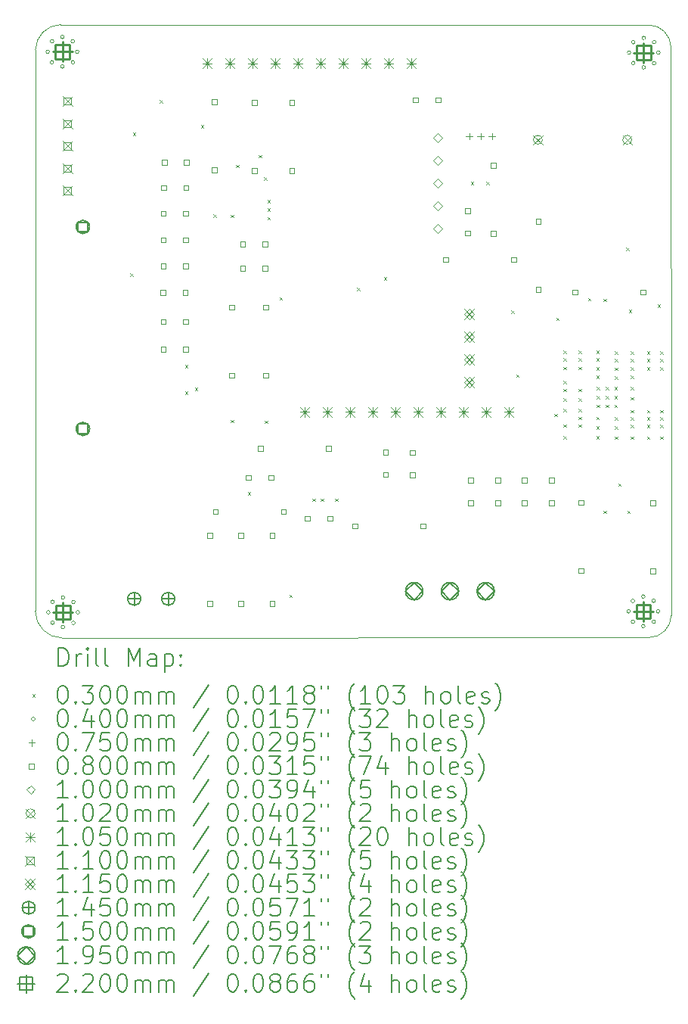
<source format=gbr>
%TF.GenerationSoftware,KiCad,Pcbnew,8.0.8*%
%TF.CreationDate,2025-04-14T11:11:13+01:00*%
%TF.ProjectId,Bat-mon_v1-Fixo,4261742d-6d6f-46e5-9f76-312d4669786f,rev?*%
%TF.SameCoordinates,Original*%
%TF.FileFunction,Drillmap*%
%TF.FilePolarity,Positive*%
%FSLAX45Y45*%
G04 Gerber Fmt 4.5, Leading zero omitted, Abs format (unit mm)*
G04 Created by KiCad (PCBNEW 8.0.8) date 2025-04-14 11:11:13*
%MOMM*%
%LPD*%
G01*
G04 APERTURE LIST*
%ADD10C,0.050000*%
%ADD11C,0.200000*%
%ADD12C,0.100000*%
%ADD13C,0.102000*%
%ADD14C,0.105000*%
%ADD15C,0.110000*%
%ADD16C,0.115000*%
%ADD17C,0.145000*%
%ADD18C,0.150000*%
%ADD19C,0.195000*%
%ADD20C,0.220000*%
G04 APERTURE END LIST*
D10*
X13423223Y-4514994D02*
G75*
G02*
X13706842Y-4232117I285747J-2876D01*
G01*
X20543223Y-10838223D02*
G75*
G02*
X20293223Y-11088223I-250003J3D01*
G01*
X20543223Y-10838223D02*
X20545000Y-9390000D01*
X13722132Y-11092868D02*
X20293223Y-11088223D01*
X20288223Y-4234994D02*
G75*
G02*
X20540000Y-4485000I-3J-251786D01*
G01*
X13706842Y-4232126D02*
X20288223Y-4234994D01*
X13422132Y-10792868D02*
X13423223Y-4514994D01*
X20545000Y-9390000D02*
X20540000Y-4485000D01*
X13722132Y-11092868D02*
G75*
G02*
X13422132Y-10792868I-2J299998D01*
G01*
D11*
D12*
X14485000Y-7015000D02*
X14515000Y-7045000D01*
X14515000Y-7015000D02*
X14485000Y-7045000D01*
X14515000Y-5440000D02*
X14545000Y-5470000D01*
X14545000Y-5440000D02*
X14515000Y-5470000D01*
X14815000Y-5075000D02*
X14845000Y-5105000D01*
X14845000Y-5075000D02*
X14815000Y-5105000D01*
X15100000Y-8040000D02*
X15130000Y-8070000D01*
X15130000Y-8040000D02*
X15100000Y-8070000D01*
X15100000Y-8335000D02*
X15130000Y-8365000D01*
X15130000Y-8335000D02*
X15100000Y-8365000D01*
X15210000Y-8295000D02*
X15240000Y-8325000D01*
X15240000Y-8295000D02*
X15210000Y-8325000D01*
X15275000Y-5355000D02*
X15305000Y-5385000D01*
X15305000Y-5355000D02*
X15275000Y-5385000D01*
X15415000Y-6355000D02*
X15445000Y-6385000D01*
X15445000Y-6355000D02*
X15415000Y-6385000D01*
X15610000Y-6357500D02*
X15640000Y-6387500D01*
X15640000Y-6357500D02*
X15610000Y-6387500D01*
X15610000Y-8655000D02*
X15640000Y-8685000D01*
X15640000Y-8655000D02*
X15610000Y-8685000D01*
X15670000Y-5800000D02*
X15700000Y-5830000D01*
X15700000Y-5800000D02*
X15670000Y-5830000D01*
X15800000Y-9460000D02*
X15830000Y-9490000D01*
X15830000Y-9460000D02*
X15800000Y-9490000D01*
X15925000Y-5690000D02*
X15955000Y-5720000D01*
X15955000Y-5690000D02*
X15925000Y-5720000D01*
X15985000Y-5940000D02*
X16015000Y-5970000D01*
X16015000Y-5940000D02*
X15985000Y-5970000D01*
X15990000Y-8660000D02*
X16020000Y-8690000D01*
X16020000Y-8660000D02*
X15990000Y-8690000D01*
X16020000Y-6195000D02*
X16050000Y-6225000D01*
X16050000Y-6195000D02*
X16020000Y-6225000D01*
X16020000Y-6285000D02*
X16050000Y-6315000D01*
X16050000Y-6285000D02*
X16020000Y-6315000D01*
X16020000Y-6385000D02*
X16050000Y-6415000D01*
X16050000Y-6385000D02*
X16020000Y-6415000D01*
X16155000Y-7280000D02*
X16185000Y-7310000D01*
X16185000Y-7280000D02*
X16155000Y-7310000D01*
X16267500Y-10607500D02*
X16297500Y-10637500D01*
X16297500Y-10607500D02*
X16267500Y-10637500D01*
X16525000Y-9535000D02*
X16555000Y-9565000D01*
X16555000Y-9535000D02*
X16525000Y-9565000D01*
X16620000Y-9535000D02*
X16650000Y-9565000D01*
X16650000Y-9535000D02*
X16620000Y-9565000D01*
X16780000Y-9535000D02*
X16810000Y-9565000D01*
X16810000Y-9535000D02*
X16780000Y-9565000D01*
X17025000Y-7175000D02*
X17055000Y-7205000D01*
X17055000Y-7175000D02*
X17025000Y-7205000D01*
X17325000Y-7057500D02*
X17355000Y-7087500D01*
X17355000Y-7057500D02*
X17325000Y-7087500D01*
X18300000Y-5990000D02*
X18330000Y-6020000D01*
X18330000Y-5990000D02*
X18300000Y-6020000D01*
X18470000Y-5990000D02*
X18500000Y-6020000D01*
X18500000Y-5990000D02*
X18470000Y-6020000D01*
X18750000Y-7430000D02*
X18780000Y-7460000D01*
X18780000Y-7430000D02*
X18750000Y-7460000D01*
X18805000Y-8145000D02*
X18835000Y-8175000D01*
X18835000Y-8145000D02*
X18805000Y-8175000D01*
X19235000Y-8585000D02*
X19265000Y-8615000D01*
X19265000Y-8585000D02*
X19235000Y-8615000D01*
X19255000Y-7510000D02*
X19285000Y-7540000D01*
X19285000Y-7510000D02*
X19255000Y-7540000D01*
X19335000Y-7880000D02*
X19365000Y-7910000D01*
X19365000Y-7880000D02*
X19335000Y-7910000D01*
X19335000Y-7965000D02*
X19365000Y-7995000D01*
X19365000Y-7965000D02*
X19335000Y-7995000D01*
X19335000Y-8060000D02*
X19365000Y-8090000D01*
X19365000Y-8060000D02*
X19335000Y-8090000D01*
X19335000Y-8215000D02*
X19365000Y-8245000D01*
X19365000Y-8215000D02*
X19335000Y-8245000D01*
X19335000Y-8305000D02*
X19365000Y-8335000D01*
X19365000Y-8305000D02*
X19335000Y-8335000D01*
X19335000Y-8410000D02*
X19365000Y-8440000D01*
X19365000Y-8410000D02*
X19335000Y-8440000D01*
X19335000Y-8530000D02*
X19365000Y-8560000D01*
X19365000Y-8530000D02*
X19335000Y-8560000D01*
X19335000Y-8705000D02*
X19365000Y-8735000D01*
X19365000Y-8705000D02*
X19335000Y-8735000D01*
X19335000Y-8835000D02*
X19365000Y-8865000D01*
X19365000Y-8835000D02*
X19335000Y-8865000D01*
X19505000Y-7880000D02*
X19535000Y-7910000D01*
X19535000Y-7880000D02*
X19505000Y-7910000D01*
X19505000Y-7965000D02*
X19535000Y-7995000D01*
X19535000Y-7965000D02*
X19505000Y-7995000D01*
X19505000Y-8060000D02*
X19535000Y-8090000D01*
X19535000Y-8060000D02*
X19505000Y-8090000D01*
X19505000Y-8305000D02*
X19535000Y-8335000D01*
X19535000Y-8305000D02*
X19505000Y-8335000D01*
X19505000Y-8410000D02*
X19535000Y-8440000D01*
X19535000Y-8410000D02*
X19505000Y-8440000D01*
X19505000Y-8530000D02*
X19535000Y-8560000D01*
X19535000Y-8530000D02*
X19505000Y-8560000D01*
X19505000Y-8620000D02*
X19535000Y-8650000D01*
X19535000Y-8620000D02*
X19505000Y-8650000D01*
X19505000Y-8705000D02*
X19535000Y-8735000D01*
X19535000Y-8705000D02*
X19505000Y-8735000D01*
X19610000Y-7290000D02*
X19640000Y-7320000D01*
X19640000Y-7290000D02*
X19610000Y-7320000D01*
X19705000Y-7880000D02*
X19735000Y-7910000D01*
X19735000Y-7880000D02*
X19705000Y-7910000D01*
X19705000Y-7965000D02*
X19735000Y-7995000D01*
X19735000Y-7965000D02*
X19705000Y-7995000D01*
X19705000Y-8065000D02*
X19735000Y-8095000D01*
X19735000Y-8065000D02*
X19705000Y-8095000D01*
X19705000Y-8160000D02*
X19735000Y-8190000D01*
X19735000Y-8160000D02*
X19705000Y-8190000D01*
X19705000Y-8620000D02*
X19735000Y-8650000D01*
X19735000Y-8620000D02*
X19705000Y-8650000D01*
X19705000Y-8725000D02*
X19735000Y-8755000D01*
X19735000Y-8725000D02*
X19705000Y-8755000D01*
X19705000Y-8835000D02*
X19735000Y-8865000D01*
X19735000Y-8835000D02*
X19705000Y-8865000D01*
X19709000Y-8285000D02*
X19739000Y-8315000D01*
X19739000Y-8285000D02*
X19709000Y-8315000D01*
X19709000Y-8385000D02*
X19739000Y-8415000D01*
X19739000Y-8385000D02*
X19709000Y-8415000D01*
X19709000Y-8485000D02*
X19739000Y-8515000D01*
X19739000Y-8485000D02*
X19709000Y-8515000D01*
X19785000Y-7300000D02*
X19815000Y-7330000D01*
X19815000Y-7300000D02*
X19785000Y-7330000D01*
X19785000Y-9670000D02*
X19815000Y-9700000D01*
X19815000Y-9670000D02*
X19785000Y-9700000D01*
X19809000Y-8285000D02*
X19839000Y-8315000D01*
X19839000Y-8285000D02*
X19809000Y-8315000D01*
X19809000Y-8385000D02*
X19839000Y-8415000D01*
X19839000Y-8385000D02*
X19809000Y-8415000D01*
X19809000Y-8485000D02*
X19839000Y-8515000D01*
X19839000Y-8485000D02*
X19809000Y-8515000D01*
X19909000Y-8285000D02*
X19939000Y-8315000D01*
X19939000Y-8285000D02*
X19909000Y-8315000D01*
X19909000Y-8385000D02*
X19939000Y-8415000D01*
X19939000Y-8385000D02*
X19909000Y-8415000D01*
X19909000Y-8485000D02*
X19939000Y-8515000D01*
X19939000Y-8485000D02*
X19909000Y-8515000D01*
X19910000Y-7885000D02*
X19940000Y-7915000D01*
X19940000Y-7885000D02*
X19910000Y-7915000D01*
X19910000Y-7970000D02*
X19940000Y-8000000D01*
X19940000Y-7970000D02*
X19910000Y-8000000D01*
X19910000Y-8070000D02*
X19940000Y-8100000D01*
X19940000Y-8070000D02*
X19910000Y-8100000D01*
X19910000Y-8165000D02*
X19940000Y-8195000D01*
X19940000Y-8165000D02*
X19910000Y-8195000D01*
X19910000Y-8625000D02*
X19940000Y-8655000D01*
X19940000Y-8625000D02*
X19910000Y-8655000D01*
X19910000Y-8725000D02*
X19940000Y-8755000D01*
X19940000Y-8725000D02*
X19910000Y-8755000D01*
X19910000Y-8840000D02*
X19940000Y-8870000D01*
X19940000Y-8840000D02*
X19910000Y-8870000D01*
X19950000Y-9365000D02*
X19980000Y-9395000D01*
X19980000Y-9365000D02*
X19950000Y-9395000D01*
X20039000Y-6725000D02*
X20069000Y-6755000D01*
X20069000Y-6725000D02*
X20039000Y-6755000D01*
X20050000Y-9670000D02*
X20080000Y-9700000D01*
X20080000Y-9670000D02*
X20050000Y-9700000D01*
X20070000Y-7420000D02*
X20100000Y-7450000D01*
X20100000Y-7420000D02*
X20070000Y-7450000D01*
X20090000Y-7885000D02*
X20120000Y-7915000D01*
X20120000Y-7885000D02*
X20090000Y-7915000D01*
X20090000Y-7970000D02*
X20120000Y-8000000D01*
X20120000Y-7970000D02*
X20090000Y-8000000D01*
X20090000Y-8065000D02*
X20120000Y-8095000D01*
X20120000Y-8065000D02*
X20090000Y-8095000D01*
X20090000Y-8160000D02*
X20120000Y-8190000D01*
X20120000Y-8160000D02*
X20090000Y-8190000D01*
X20090000Y-8285000D02*
X20120000Y-8315000D01*
X20120000Y-8285000D02*
X20090000Y-8315000D01*
X20090000Y-8400000D02*
X20120000Y-8430000D01*
X20120000Y-8400000D02*
X20090000Y-8430000D01*
X20090000Y-8545000D02*
X20120000Y-8575000D01*
X20120000Y-8545000D02*
X20090000Y-8575000D01*
X20090000Y-8625000D02*
X20120000Y-8655000D01*
X20120000Y-8625000D02*
X20090000Y-8655000D01*
X20090000Y-8710000D02*
X20120000Y-8740000D01*
X20120000Y-8710000D02*
X20090000Y-8740000D01*
X20090000Y-8840000D02*
X20120000Y-8870000D01*
X20120000Y-8840000D02*
X20090000Y-8870000D01*
X20270000Y-7885000D02*
X20300000Y-7915000D01*
X20300000Y-7885000D02*
X20270000Y-7915000D01*
X20270000Y-7970000D02*
X20300000Y-8000000D01*
X20300000Y-7970000D02*
X20270000Y-8000000D01*
X20270000Y-8065000D02*
X20300000Y-8095000D01*
X20300000Y-8065000D02*
X20270000Y-8095000D01*
X20270000Y-8545000D02*
X20300000Y-8575000D01*
X20300000Y-8545000D02*
X20270000Y-8575000D01*
X20270000Y-8625000D02*
X20300000Y-8655000D01*
X20300000Y-8625000D02*
X20270000Y-8655000D01*
X20270000Y-8710000D02*
X20300000Y-8740000D01*
X20300000Y-8710000D02*
X20270000Y-8740000D01*
X20270000Y-8840000D02*
X20300000Y-8870000D01*
X20300000Y-8840000D02*
X20270000Y-8870000D01*
X20390000Y-7360000D02*
X20420000Y-7390000D01*
X20420000Y-7360000D02*
X20390000Y-7390000D01*
X20420000Y-7885000D02*
X20450000Y-7915000D01*
X20450000Y-7885000D02*
X20420000Y-7915000D01*
X20420000Y-7970000D02*
X20450000Y-8000000D01*
X20450000Y-7970000D02*
X20420000Y-8000000D01*
X20420000Y-8065000D02*
X20450000Y-8095000D01*
X20450000Y-8065000D02*
X20420000Y-8095000D01*
X20420000Y-8545000D02*
X20450000Y-8575000D01*
X20450000Y-8545000D02*
X20420000Y-8575000D01*
X20420000Y-8625000D02*
X20450000Y-8655000D01*
X20450000Y-8625000D02*
X20420000Y-8655000D01*
X20420000Y-8710000D02*
X20450000Y-8740000D01*
X20450000Y-8710000D02*
X20420000Y-8740000D01*
X20420000Y-8840000D02*
X20450000Y-8870000D01*
X20450000Y-8840000D02*
X20420000Y-8870000D01*
X13580000Y-4535000D02*
G75*
G02*
X13540000Y-4535000I-20000J0D01*
G01*
X13540000Y-4535000D02*
G75*
G02*
X13580000Y-4535000I20000J0D01*
G01*
X13586673Y-10806673D02*
G75*
G02*
X13546673Y-10806673I-20000J0D01*
G01*
X13546673Y-10806673D02*
G75*
G02*
X13586673Y-10806673I20000J0D01*
G01*
X13628327Y-4418327D02*
G75*
G02*
X13588327Y-4418327I-20000J0D01*
G01*
X13588327Y-4418327D02*
G75*
G02*
X13628327Y-4418327I20000J0D01*
G01*
X13628327Y-4651673D02*
G75*
G02*
X13588327Y-4651673I-20000J0D01*
G01*
X13588327Y-4651673D02*
G75*
G02*
X13628327Y-4651673I20000J0D01*
G01*
X13635000Y-10690000D02*
G75*
G02*
X13595000Y-10690000I-20000J0D01*
G01*
X13595000Y-10690000D02*
G75*
G02*
X13635000Y-10690000I20000J0D01*
G01*
X13635000Y-10923345D02*
G75*
G02*
X13595000Y-10923345I-20000J0D01*
G01*
X13595000Y-10923345D02*
G75*
G02*
X13635000Y-10923345I20000J0D01*
G01*
X13745000Y-4370000D02*
G75*
G02*
X13705000Y-4370000I-20000J0D01*
G01*
X13705000Y-4370000D02*
G75*
G02*
X13745000Y-4370000I20000J0D01*
G01*
X13745000Y-4700000D02*
G75*
G02*
X13705000Y-4700000I-20000J0D01*
G01*
X13705000Y-4700000D02*
G75*
G02*
X13745000Y-4700000I20000J0D01*
G01*
X13751673Y-10641673D02*
G75*
G02*
X13711673Y-10641673I-20000J0D01*
G01*
X13711673Y-10641673D02*
G75*
G02*
X13751673Y-10641673I20000J0D01*
G01*
X13751673Y-10971673D02*
G75*
G02*
X13711673Y-10971673I-20000J0D01*
G01*
X13711673Y-10971673D02*
G75*
G02*
X13751673Y-10971673I20000J0D01*
G01*
X13861673Y-4418327D02*
G75*
G02*
X13821673Y-4418327I-20000J0D01*
G01*
X13821673Y-4418327D02*
G75*
G02*
X13861673Y-4418327I20000J0D01*
G01*
X13861673Y-4651673D02*
G75*
G02*
X13821673Y-4651673I-20000J0D01*
G01*
X13821673Y-4651673D02*
G75*
G02*
X13861673Y-4651673I20000J0D01*
G01*
X13868345Y-10690000D02*
G75*
G02*
X13828345Y-10690000I-20000J0D01*
G01*
X13828345Y-10690000D02*
G75*
G02*
X13868345Y-10690000I20000J0D01*
G01*
X13868345Y-10923345D02*
G75*
G02*
X13828345Y-10923345I-20000J0D01*
G01*
X13828345Y-10923345D02*
G75*
G02*
X13868345Y-10923345I20000J0D01*
G01*
X13910000Y-4535000D02*
G75*
G02*
X13870000Y-4535000I-20000J0D01*
G01*
X13870000Y-4535000D02*
G75*
G02*
X13910000Y-4535000I20000J0D01*
G01*
X13916673Y-10806673D02*
G75*
G02*
X13876673Y-10806673I-20000J0D01*
G01*
X13876673Y-10806673D02*
G75*
G02*
X13916673Y-10806673I20000J0D01*
G01*
X20085000Y-10795000D02*
G75*
G02*
X20045000Y-10795000I-20000J0D01*
G01*
X20045000Y-10795000D02*
G75*
G02*
X20085000Y-10795000I20000J0D01*
G01*
X20090000Y-4545000D02*
G75*
G02*
X20050000Y-4545000I-20000J0D01*
G01*
X20050000Y-4545000D02*
G75*
G02*
X20090000Y-4545000I20000J0D01*
G01*
X20133327Y-10678327D02*
G75*
G02*
X20093327Y-10678327I-20000J0D01*
G01*
X20093327Y-10678327D02*
G75*
G02*
X20133327Y-10678327I20000J0D01*
G01*
X20133327Y-10911673D02*
G75*
G02*
X20093327Y-10911673I-20000J0D01*
G01*
X20093327Y-10911673D02*
G75*
G02*
X20133327Y-10911673I20000J0D01*
G01*
X20138327Y-4428327D02*
G75*
G02*
X20098327Y-4428327I-20000J0D01*
G01*
X20098327Y-4428327D02*
G75*
G02*
X20138327Y-4428327I20000J0D01*
G01*
X20138327Y-4661673D02*
G75*
G02*
X20098327Y-4661673I-20000J0D01*
G01*
X20098327Y-4661673D02*
G75*
G02*
X20138327Y-4661673I20000J0D01*
G01*
X20250000Y-10630000D02*
G75*
G02*
X20210000Y-10630000I-20000J0D01*
G01*
X20210000Y-10630000D02*
G75*
G02*
X20250000Y-10630000I20000J0D01*
G01*
X20250000Y-10960000D02*
G75*
G02*
X20210000Y-10960000I-20000J0D01*
G01*
X20210000Y-10960000D02*
G75*
G02*
X20250000Y-10960000I20000J0D01*
G01*
X20255000Y-4380000D02*
G75*
G02*
X20215000Y-4380000I-20000J0D01*
G01*
X20215000Y-4380000D02*
G75*
G02*
X20255000Y-4380000I20000J0D01*
G01*
X20255000Y-4710000D02*
G75*
G02*
X20215000Y-4710000I-20000J0D01*
G01*
X20215000Y-4710000D02*
G75*
G02*
X20255000Y-4710000I20000J0D01*
G01*
X20366673Y-10678327D02*
G75*
G02*
X20326673Y-10678327I-20000J0D01*
G01*
X20326673Y-10678327D02*
G75*
G02*
X20366673Y-10678327I20000J0D01*
G01*
X20366673Y-10911673D02*
G75*
G02*
X20326673Y-10911673I-20000J0D01*
G01*
X20326673Y-10911673D02*
G75*
G02*
X20366673Y-10911673I20000J0D01*
G01*
X20371673Y-4428327D02*
G75*
G02*
X20331673Y-4428327I-20000J0D01*
G01*
X20331673Y-4428327D02*
G75*
G02*
X20371673Y-4428327I20000J0D01*
G01*
X20371673Y-4661673D02*
G75*
G02*
X20331673Y-4661673I-20000J0D01*
G01*
X20331673Y-4661673D02*
G75*
G02*
X20371673Y-4661673I20000J0D01*
G01*
X20415000Y-10795000D02*
G75*
G02*
X20375000Y-10795000I-20000J0D01*
G01*
X20375000Y-10795000D02*
G75*
G02*
X20415000Y-10795000I20000J0D01*
G01*
X20420000Y-4545000D02*
G75*
G02*
X20380000Y-4545000I-20000J0D01*
G01*
X20380000Y-4545000D02*
G75*
G02*
X20420000Y-4545000I20000J0D01*
G01*
X18281000Y-5442500D02*
X18281000Y-5517500D01*
X18243500Y-5480000D02*
X18318500Y-5480000D01*
X18408000Y-5442500D02*
X18408000Y-5517500D01*
X18370500Y-5480000D02*
X18445500Y-5480000D01*
X18535000Y-5442500D02*
X18535000Y-5517500D01*
X18497500Y-5480000D02*
X18572500Y-5480000D01*
X14878284Y-7258284D02*
X14878284Y-7201715D01*
X14821715Y-7201715D01*
X14821715Y-7258284D01*
X14878284Y-7258284D01*
X14883284Y-6373284D02*
X14883284Y-6316715D01*
X14826715Y-6316715D01*
X14826715Y-6373284D01*
X14883284Y-6373284D01*
X14883284Y-6668284D02*
X14883284Y-6611715D01*
X14826715Y-6611715D01*
X14826715Y-6668284D01*
X14883284Y-6668284D01*
X14883284Y-6963284D02*
X14883284Y-6906715D01*
X14826715Y-6906715D01*
X14826715Y-6963284D01*
X14883284Y-6963284D01*
X14883284Y-7583284D02*
X14883284Y-7526715D01*
X14826715Y-7526715D01*
X14826715Y-7583284D01*
X14883284Y-7583284D01*
X14883284Y-7893284D02*
X14883284Y-7836715D01*
X14826715Y-7836715D01*
X14826715Y-7893284D01*
X14883284Y-7893284D01*
X14888284Y-6083284D02*
X14888284Y-6026715D01*
X14831715Y-6026715D01*
X14831715Y-6083284D01*
X14888284Y-6083284D01*
X14893284Y-5798284D02*
X14893284Y-5741715D01*
X14836715Y-5741715D01*
X14836715Y-5798284D01*
X14893284Y-5798284D01*
X15128284Y-7258284D02*
X15128284Y-7201715D01*
X15071715Y-7201715D01*
X15071715Y-7258284D01*
X15128284Y-7258284D01*
X15133284Y-6373284D02*
X15133284Y-6316715D01*
X15076715Y-6316715D01*
X15076715Y-6373284D01*
X15133284Y-6373284D01*
X15133284Y-6668284D02*
X15133284Y-6611715D01*
X15076715Y-6611715D01*
X15076715Y-6668284D01*
X15133284Y-6668284D01*
X15133284Y-6963284D02*
X15133284Y-6906715D01*
X15076715Y-6906715D01*
X15076715Y-6963284D01*
X15133284Y-6963284D01*
X15133284Y-7583284D02*
X15133284Y-7526715D01*
X15076715Y-7526715D01*
X15076715Y-7583284D01*
X15133284Y-7583284D01*
X15133284Y-7893284D02*
X15133284Y-7836715D01*
X15076715Y-7836715D01*
X15076715Y-7893284D01*
X15133284Y-7893284D01*
X15138284Y-6083284D02*
X15138284Y-6026715D01*
X15081715Y-6026715D01*
X15081715Y-6083284D01*
X15138284Y-6083284D01*
X15143284Y-5798284D02*
X15143284Y-5741715D01*
X15086715Y-5741715D01*
X15086715Y-5798284D01*
X15143284Y-5798284D01*
X15403284Y-9976285D02*
X15403284Y-9919716D01*
X15346715Y-9919716D01*
X15346715Y-9976285D01*
X15403284Y-9976285D01*
X15403284Y-10738285D02*
X15403284Y-10681716D01*
X15346715Y-10681716D01*
X15346715Y-10738285D01*
X15403284Y-10738285D01*
X15453284Y-5122285D02*
X15453284Y-5065716D01*
X15396715Y-5065716D01*
X15396715Y-5122285D01*
X15453284Y-5122285D01*
X15453284Y-5884284D02*
X15453284Y-5827715D01*
X15396715Y-5827715D01*
X15396715Y-5884284D01*
X15453284Y-5884284D01*
X15466284Y-9708285D02*
X15466284Y-9651716D01*
X15409715Y-9651716D01*
X15409715Y-9708285D01*
X15466284Y-9708285D01*
X15648284Y-7422284D02*
X15648284Y-7365715D01*
X15591715Y-7365715D01*
X15591715Y-7422284D01*
X15648284Y-7422284D01*
X15648284Y-8184284D02*
X15648284Y-8127715D01*
X15591715Y-8127715D01*
X15591715Y-8184284D01*
X15648284Y-8184284D01*
X15748284Y-9976285D02*
X15748284Y-9919716D01*
X15691715Y-9919716D01*
X15691715Y-9976285D01*
X15748284Y-9976285D01*
X15748284Y-10738285D02*
X15748284Y-10681716D01*
X15691715Y-10681716D01*
X15691715Y-10738285D01*
X15748284Y-10738285D01*
X15773284Y-6713284D02*
X15773284Y-6656715D01*
X15716715Y-6656715D01*
X15716715Y-6713284D01*
X15773284Y-6713284D01*
X15773284Y-6983284D02*
X15773284Y-6926715D01*
X15716715Y-6926715D01*
X15716715Y-6983284D01*
X15773284Y-6983284D01*
X15838284Y-9328285D02*
X15838284Y-9271716D01*
X15781715Y-9271716D01*
X15781715Y-9328285D01*
X15838284Y-9328285D01*
X15903284Y-5132285D02*
X15903284Y-5075716D01*
X15846715Y-5075716D01*
X15846715Y-5132285D01*
X15903284Y-5132285D01*
X15903284Y-5894284D02*
X15903284Y-5837715D01*
X15846715Y-5837715D01*
X15846715Y-5894284D01*
X15903284Y-5894284D01*
X15972284Y-9003285D02*
X15972284Y-8946716D01*
X15915715Y-8946716D01*
X15915715Y-9003285D01*
X15972284Y-9003285D01*
X16023284Y-6713284D02*
X16023284Y-6656715D01*
X15966715Y-6656715D01*
X15966715Y-6713284D01*
X16023284Y-6713284D01*
X16023284Y-6983284D02*
X16023284Y-6926715D01*
X15966715Y-6926715D01*
X15966715Y-6983284D01*
X16023284Y-6983284D01*
X16033284Y-7422284D02*
X16033284Y-7365715D01*
X15976715Y-7365715D01*
X15976715Y-7422284D01*
X16033284Y-7422284D01*
X16033284Y-8184284D02*
X16033284Y-8127715D01*
X15976715Y-8127715D01*
X15976715Y-8184284D01*
X16033284Y-8184284D01*
X16088284Y-9328285D02*
X16088284Y-9271716D01*
X16031715Y-9271716D01*
X16031715Y-9328285D01*
X16088284Y-9328285D01*
X16103284Y-9976285D02*
X16103284Y-9919716D01*
X16046715Y-9919716D01*
X16046715Y-9976285D01*
X16103284Y-9976285D01*
X16103284Y-10738285D02*
X16103284Y-10681716D01*
X16046715Y-10681716D01*
X16046715Y-10738285D01*
X16103284Y-10738285D01*
X16228284Y-9708285D02*
X16228284Y-9651716D01*
X16171715Y-9651716D01*
X16171715Y-9708285D01*
X16228284Y-9708285D01*
X16323284Y-5132285D02*
X16323284Y-5075716D01*
X16266715Y-5075716D01*
X16266715Y-5132285D01*
X16323284Y-5132285D01*
X16323284Y-5894284D02*
X16323284Y-5837715D01*
X16266715Y-5837715D01*
X16266715Y-5894284D01*
X16323284Y-5894284D01*
X16498284Y-9783285D02*
X16498284Y-9726716D01*
X16441715Y-9726716D01*
X16441715Y-9783285D01*
X16498284Y-9783285D01*
X16734284Y-9003285D02*
X16734284Y-8946716D01*
X16677715Y-8946716D01*
X16677715Y-9003285D01*
X16734284Y-9003285D01*
X16748284Y-9783285D02*
X16748284Y-9726716D01*
X16691715Y-9726716D01*
X16691715Y-9783285D01*
X16748284Y-9783285D01*
X17032285Y-9868285D02*
X17032285Y-9811716D01*
X16975716Y-9811716D01*
X16975716Y-9868285D01*
X17032285Y-9868285D01*
X17373285Y-9043285D02*
X17373285Y-8986716D01*
X17316716Y-8986716D01*
X17316716Y-9043285D01*
X17373285Y-9043285D01*
X17373285Y-9293285D02*
X17373285Y-9236716D01*
X17316716Y-9236716D01*
X17316716Y-9293285D01*
X17373285Y-9293285D01*
X17673285Y-9048285D02*
X17673285Y-8991716D01*
X17616716Y-8991716D01*
X17616716Y-9048285D01*
X17673285Y-9048285D01*
X17673285Y-9298285D02*
X17673285Y-9241716D01*
X17616716Y-9241716D01*
X17616716Y-9298285D01*
X17673285Y-9298285D01*
X17708285Y-5103285D02*
X17708285Y-5046716D01*
X17651716Y-5046716D01*
X17651716Y-5103285D01*
X17708285Y-5103285D01*
X17794285Y-9868285D02*
X17794285Y-9811716D01*
X17737716Y-9811716D01*
X17737716Y-9868285D01*
X17794285Y-9868285D01*
X17958285Y-5103285D02*
X17958285Y-5046716D01*
X17901716Y-5046716D01*
X17901716Y-5103285D01*
X17958285Y-5103285D01*
X18047285Y-6888284D02*
X18047285Y-6831715D01*
X17990716Y-6831715D01*
X17990716Y-6888284D01*
X18047285Y-6888284D01*
X18288285Y-6343284D02*
X18288285Y-6286715D01*
X18231716Y-6286715D01*
X18231716Y-6343284D01*
X18288285Y-6343284D01*
X18288285Y-6593284D02*
X18288285Y-6536715D01*
X18231716Y-6536715D01*
X18231716Y-6593284D01*
X18288285Y-6593284D01*
X18323285Y-9358285D02*
X18323285Y-9301716D01*
X18266716Y-9301716D01*
X18266716Y-9358285D01*
X18323285Y-9358285D01*
X18323285Y-9608285D02*
X18323285Y-9551716D01*
X18266716Y-9551716D01*
X18266716Y-9608285D01*
X18323285Y-9608285D01*
X18578285Y-5832284D02*
X18578285Y-5775715D01*
X18521716Y-5775715D01*
X18521716Y-5832284D01*
X18578285Y-5832284D01*
X18578285Y-6594284D02*
X18578285Y-6537715D01*
X18521716Y-6537715D01*
X18521716Y-6594284D01*
X18578285Y-6594284D01*
X18628285Y-9358285D02*
X18628285Y-9301716D01*
X18571716Y-9301716D01*
X18571716Y-9358285D01*
X18628285Y-9358285D01*
X18628285Y-9608285D02*
X18628285Y-9551716D01*
X18571716Y-9551716D01*
X18571716Y-9608285D01*
X18628285Y-9608285D01*
X18809285Y-6888284D02*
X18809285Y-6831715D01*
X18752716Y-6831715D01*
X18752716Y-6888284D01*
X18809285Y-6888284D01*
X18923285Y-9358285D02*
X18923285Y-9301716D01*
X18866716Y-9301716D01*
X18866716Y-9358285D01*
X18923285Y-9358285D01*
X18923285Y-9608285D02*
X18923285Y-9551716D01*
X18866716Y-9551716D01*
X18866716Y-9608285D01*
X18923285Y-9608285D01*
X19083285Y-6462284D02*
X19083285Y-6405715D01*
X19026716Y-6405715D01*
X19026716Y-6462284D01*
X19083285Y-6462284D01*
X19083285Y-7224284D02*
X19083285Y-7167715D01*
X19026716Y-7167715D01*
X19026716Y-7224284D01*
X19083285Y-7224284D01*
X19228285Y-9358285D02*
X19228285Y-9301716D01*
X19171716Y-9301716D01*
X19171716Y-9358285D01*
X19228285Y-9358285D01*
X19228285Y-9608285D02*
X19228285Y-9551716D01*
X19171716Y-9551716D01*
X19171716Y-9608285D01*
X19228285Y-9608285D01*
X19491285Y-7253284D02*
X19491285Y-7196715D01*
X19434716Y-7196715D01*
X19434716Y-7253284D01*
X19491285Y-7253284D01*
X19558285Y-9606285D02*
X19558285Y-9549716D01*
X19501716Y-9549716D01*
X19501716Y-9606285D01*
X19558285Y-9606285D01*
X19558285Y-10368285D02*
X19558285Y-10311716D01*
X19501716Y-10311716D01*
X19501716Y-10368285D01*
X19558285Y-10368285D01*
X20253285Y-7253284D02*
X20253285Y-7196715D01*
X20196716Y-7196715D01*
X20196716Y-7253284D01*
X20253285Y-7253284D01*
X20363285Y-9608285D02*
X20363285Y-9551716D01*
X20306716Y-9551716D01*
X20306716Y-9608285D01*
X20363285Y-9608285D01*
X20363285Y-10370285D02*
X20363285Y-10313716D01*
X20306716Y-10313716D01*
X20306716Y-10370285D01*
X20363285Y-10370285D01*
X17925000Y-5549000D02*
X17975000Y-5499000D01*
X17925000Y-5449000D01*
X17875000Y-5499000D01*
X17925000Y-5549000D01*
X17925000Y-5803000D02*
X17975000Y-5753000D01*
X17925000Y-5703000D01*
X17875000Y-5753000D01*
X17925000Y-5803000D01*
X17925000Y-6057000D02*
X17975000Y-6007000D01*
X17925000Y-5957000D01*
X17875000Y-6007000D01*
X17925000Y-6057000D01*
X17925000Y-6311000D02*
X17975000Y-6261000D01*
X17925000Y-6211000D01*
X17875000Y-6261000D01*
X17925000Y-6311000D01*
X17925000Y-6565000D02*
X17975000Y-6515000D01*
X17925000Y-6465000D01*
X17875000Y-6515000D01*
X17925000Y-6565000D01*
D13*
X18999000Y-5469000D02*
X19101000Y-5571000D01*
X19101000Y-5469000D02*
X18999000Y-5571000D01*
X19101000Y-5520000D02*
G75*
G02*
X18999000Y-5520000I-51000J0D01*
G01*
X18999000Y-5520000D02*
G75*
G02*
X19101000Y-5520000I51000J0D01*
G01*
X19999000Y-5469000D02*
X20101000Y-5571000D01*
X20101000Y-5469000D02*
X19999000Y-5571000D01*
X20101000Y-5520000D02*
G75*
G02*
X19999000Y-5520000I-51000J0D01*
G01*
X19999000Y-5520000D02*
G75*
G02*
X20101000Y-5520000I51000J0D01*
G01*
D14*
X15293500Y-4612500D02*
X15398500Y-4717500D01*
X15398500Y-4612500D02*
X15293500Y-4717500D01*
X15346000Y-4612500D02*
X15346000Y-4717500D01*
X15293500Y-4665000D02*
X15398500Y-4665000D01*
X15547500Y-4612500D02*
X15652500Y-4717500D01*
X15652500Y-4612500D02*
X15547500Y-4717500D01*
X15600000Y-4612500D02*
X15600000Y-4717500D01*
X15547500Y-4665000D02*
X15652500Y-4665000D01*
X15801500Y-4612500D02*
X15906500Y-4717500D01*
X15906500Y-4612500D02*
X15801500Y-4717500D01*
X15854000Y-4612500D02*
X15854000Y-4717500D01*
X15801500Y-4665000D02*
X15906500Y-4665000D01*
X16055500Y-4612500D02*
X16160500Y-4717500D01*
X16160500Y-4612500D02*
X16055500Y-4717500D01*
X16108000Y-4612500D02*
X16108000Y-4717500D01*
X16055500Y-4665000D02*
X16160500Y-4665000D01*
X16309500Y-4612500D02*
X16414500Y-4717500D01*
X16414500Y-4612500D02*
X16309500Y-4717500D01*
X16362000Y-4612500D02*
X16362000Y-4717500D01*
X16309500Y-4665000D02*
X16414500Y-4665000D01*
X16384500Y-8512500D02*
X16489500Y-8617500D01*
X16489500Y-8512500D02*
X16384500Y-8617500D01*
X16437000Y-8512500D02*
X16437000Y-8617500D01*
X16384500Y-8565000D02*
X16489500Y-8565000D01*
X16563500Y-4612500D02*
X16668500Y-4717500D01*
X16668500Y-4612500D02*
X16563500Y-4717500D01*
X16616000Y-4612500D02*
X16616000Y-4717500D01*
X16563500Y-4665000D02*
X16668500Y-4665000D01*
X16638500Y-8512500D02*
X16743500Y-8617500D01*
X16743500Y-8512500D02*
X16638500Y-8617500D01*
X16691000Y-8512500D02*
X16691000Y-8617500D01*
X16638500Y-8565000D02*
X16743500Y-8565000D01*
X16817500Y-4612500D02*
X16922500Y-4717500D01*
X16922500Y-4612500D02*
X16817500Y-4717500D01*
X16870000Y-4612500D02*
X16870000Y-4717500D01*
X16817500Y-4665000D02*
X16922500Y-4665000D01*
X16892500Y-8512500D02*
X16997500Y-8617500D01*
X16997500Y-8512500D02*
X16892500Y-8617500D01*
X16945000Y-8512500D02*
X16945000Y-8617500D01*
X16892500Y-8565000D02*
X16997500Y-8565000D01*
X17071500Y-4612500D02*
X17176500Y-4717500D01*
X17176500Y-4612500D02*
X17071500Y-4717500D01*
X17124000Y-4612500D02*
X17124000Y-4717500D01*
X17071500Y-4665000D02*
X17176500Y-4665000D01*
X17146500Y-8512500D02*
X17251500Y-8617500D01*
X17251500Y-8512500D02*
X17146500Y-8617500D01*
X17199000Y-8512500D02*
X17199000Y-8617500D01*
X17146500Y-8565000D02*
X17251500Y-8565000D01*
X17325500Y-4612500D02*
X17430500Y-4717500D01*
X17430500Y-4612500D02*
X17325500Y-4717500D01*
X17378000Y-4612500D02*
X17378000Y-4717500D01*
X17325500Y-4665000D02*
X17430500Y-4665000D01*
X17400500Y-8512500D02*
X17505500Y-8617500D01*
X17505500Y-8512500D02*
X17400500Y-8617500D01*
X17453000Y-8512500D02*
X17453000Y-8617500D01*
X17400500Y-8565000D02*
X17505500Y-8565000D01*
X17579500Y-4612500D02*
X17684500Y-4717500D01*
X17684500Y-4612500D02*
X17579500Y-4717500D01*
X17632000Y-4612500D02*
X17632000Y-4717500D01*
X17579500Y-4665000D02*
X17684500Y-4665000D01*
X17654500Y-8512500D02*
X17759500Y-8617500D01*
X17759500Y-8512500D02*
X17654500Y-8617500D01*
X17707000Y-8512500D02*
X17707000Y-8617500D01*
X17654500Y-8565000D02*
X17759500Y-8565000D01*
X17908500Y-8512500D02*
X18013500Y-8617500D01*
X18013500Y-8512500D02*
X17908500Y-8617500D01*
X17961000Y-8512500D02*
X17961000Y-8617500D01*
X17908500Y-8565000D02*
X18013500Y-8565000D01*
X18162500Y-8512500D02*
X18267500Y-8617500D01*
X18267500Y-8512500D02*
X18162500Y-8617500D01*
X18215000Y-8512500D02*
X18215000Y-8617500D01*
X18162500Y-8565000D02*
X18267500Y-8565000D01*
X18416500Y-8512500D02*
X18521500Y-8617500D01*
X18521500Y-8512500D02*
X18416500Y-8617500D01*
X18469000Y-8512500D02*
X18469000Y-8617500D01*
X18416500Y-8565000D02*
X18521500Y-8565000D01*
X18670500Y-8512500D02*
X18775500Y-8617500D01*
X18775500Y-8512500D02*
X18670500Y-8617500D01*
X18723000Y-8512500D02*
X18723000Y-8617500D01*
X18670500Y-8565000D02*
X18775500Y-8565000D01*
D15*
X13725000Y-5035000D02*
X13835000Y-5145000D01*
X13835000Y-5035000D02*
X13725000Y-5145000D01*
X13818891Y-5128891D02*
X13818891Y-5051109D01*
X13741109Y-5051109D01*
X13741109Y-5128891D01*
X13818891Y-5128891D01*
X13725000Y-5285000D02*
X13835000Y-5395000D01*
X13835000Y-5285000D02*
X13725000Y-5395000D01*
X13818891Y-5378891D02*
X13818891Y-5301109D01*
X13741109Y-5301109D01*
X13741109Y-5378891D01*
X13818891Y-5378891D01*
X13725000Y-5535000D02*
X13835000Y-5645000D01*
X13835000Y-5535000D02*
X13725000Y-5645000D01*
X13818891Y-5628891D02*
X13818891Y-5551109D01*
X13741109Y-5551109D01*
X13741109Y-5628891D01*
X13818891Y-5628891D01*
X13725000Y-5785000D02*
X13835000Y-5895000D01*
X13835000Y-5785000D02*
X13725000Y-5895000D01*
X13818891Y-5878891D02*
X13818891Y-5801109D01*
X13741109Y-5801109D01*
X13741109Y-5878891D01*
X13818891Y-5878891D01*
X13725000Y-6035000D02*
X13835000Y-6145000D01*
X13835000Y-6035000D02*
X13725000Y-6145000D01*
X13818891Y-6128891D02*
X13818891Y-6051109D01*
X13741109Y-6051109D01*
X13741109Y-6128891D01*
X13818891Y-6128891D01*
D16*
X18222500Y-7410500D02*
X18337500Y-7525500D01*
X18337500Y-7410500D02*
X18222500Y-7525500D01*
X18280000Y-7525500D02*
X18337500Y-7468000D01*
X18280000Y-7410500D01*
X18222500Y-7468000D01*
X18280000Y-7525500D01*
X18222500Y-7664500D02*
X18337500Y-7779500D01*
X18337500Y-7664500D02*
X18222500Y-7779500D01*
X18280000Y-7779500D02*
X18337500Y-7722000D01*
X18280000Y-7664500D01*
X18222500Y-7722000D01*
X18280000Y-7779500D01*
X18222500Y-7918500D02*
X18337500Y-8033500D01*
X18337500Y-7918500D02*
X18222500Y-8033500D01*
X18280000Y-8033500D02*
X18337500Y-7976000D01*
X18280000Y-7918500D01*
X18222500Y-7976000D01*
X18280000Y-8033500D01*
X18222500Y-8172500D02*
X18337500Y-8287500D01*
X18337500Y-8172500D02*
X18222500Y-8287500D01*
X18280000Y-8287500D02*
X18337500Y-8230000D01*
X18280000Y-8172500D01*
X18222500Y-8230000D01*
X18280000Y-8287500D01*
D17*
X14529000Y-10582500D02*
X14529000Y-10727500D01*
X14456500Y-10655000D02*
X14601500Y-10655000D01*
X14601500Y-10655000D02*
G75*
G02*
X14456500Y-10655000I-72500J0D01*
G01*
X14456500Y-10655000D02*
G75*
G02*
X14601500Y-10655000I72500J0D01*
G01*
X14910000Y-10582500D02*
X14910000Y-10727500D01*
X14837500Y-10655000D02*
X14982500Y-10655000D01*
X14982500Y-10655000D02*
G75*
G02*
X14837500Y-10655000I-72500J0D01*
G01*
X14837500Y-10655000D02*
G75*
G02*
X14982500Y-10655000I72500J0D01*
G01*
D18*
X14008033Y-6548033D02*
X14008033Y-6441966D01*
X13901966Y-6441966D01*
X13901966Y-6548033D01*
X14008033Y-6548033D01*
X14030000Y-6495000D02*
G75*
G02*
X13880000Y-6495000I-75000J0D01*
G01*
X13880000Y-6495000D02*
G75*
G02*
X14030000Y-6495000I75000J0D01*
G01*
X14008033Y-8808034D02*
X14008033Y-8701967D01*
X13901966Y-8701967D01*
X13901966Y-8808034D01*
X14008033Y-8808034D01*
X14030000Y-8755000D02*
G75*
G02*
X13880000Y-8755000I-75000J0D01*
G01*
X13880000Y-8755000D02*
G75*
G02*
X14030000Y-8755000I75000J0D01*
G01*
D19*
X17665000Y-10667500D02*
X17762500Y-10570000D01*
X17665000Y-10472500D01*
X17567500Y-10570000D01*
X17665000Y-10667500D01*
X17762500Y-10570000D02*
G75*
G02*
X17567500Y-10570000I-97500J0D01*
G01*
X17567500Y-10570000D02*
G75*
G02*
X17762500Y-10570000I97500J0D01*
G01*
X18065000Y-10667500D02*
X18162500Y-10570000D01*
X18065000Y-10472500D01*
X17967500Y-10570000D01*
X18065000Y-10667500D01*
X18162500Y-10570000D02*
G75*
G02*
X17967500Y-10570000I-97500J0D01*
G01*
X17967500Y-10570000D02*
G75*
G02*
X18162500Y-10570000I97500J0D01*
G01*
X18465000Y-10667500D02*
X18562500Y-10570000D01*
X18465000Y-10472500D01*
X18367500Y-10570000D01*
X18465000Y-10667500D01*
X18562500Y-10570000D02*
G75*
G02*
X18367500Y-10570000I-97500J0D01*
G01*
X18367500Y-10570000D02*
G75*
G02*
X18562500Y-10570000I97500J0D01*
G01*
D20*
X13725000Y-4425000D02*
X13725000Y-4645000D01*
X13615000Y-4535000D02*
X13835000Y-4535000D01*
X13802782Y-4612783D02*
X13802782Y-4457218D01*
X13647217Y-4457218D01*
X13647217Y-4612783D01*
X13802782Y-4612783D01*
X13731673Y-10696673D02*
X13731673Y-10916673D01*
X13621673Y-10806673D02*
X13841673Y-10806673D01*
X13809455Y-10884455D02*
X13809455Y-10728890D01*
X13653890Y-10728890D01*
X13653890Y-10884455D01*
X13809455Y-10884455D01*
X20230000Y-10685000D02*
X20230000Y-10905000D01*
X20120000Y-10795000D02*
X20340000Y-10795000D01*
X20307783Y-10872783D02*
X20307783Y-10717218D01*
X20152218Y-10717218D01*
X20152218Y-10872783D01*
X20307783Y-10872783D01*
X20235000Y-4435000D02*
X20235000Y-4655000D01*
X20125000Y-4545000D02*
X20345000Y-4545000D01*
X20312783Y-4622783D02*
X20312783Y-4467218D01*
X20157218Y-4467218D01*
X20157218Y-4622783D01*
X20312783Y-4622783D01*
D11*
X13680409Y-11406852D02*
X13680409Y-11206852D01*
X13680409Y-11206852D02*
X13728028Y-11206852D01*
X13728028Y-11206852D02*
X13756599Y-11216376D01*
X13756599Y-11216376D02*
X13775647Y-11235423D01*
X13775647Y-11235423D02*
X13785171Y-11254471D01*
X13785171Y-11254471D02*
X13794694Y-11292566D01*
X13794694Y-11292566D02*
X13794694Y-11321137D01*
X13794694Y-11321137D02*
X13785171Y-11359233D01*
X13785171Y-11359233D02*
X13775647Y-11378280D01*
X13775647Y-11378280D02*
X13756599Y-11397328D01*
X13756599Y-11397328D02*
X13728028Y-11406852D01*
X13728028Y-11406852D02*
X13680409Y-11406852D01*
X13880409Y-11406852D02*
X13880409Y-11273518D01*
X13880409Y-11311614D02*
X13889933Y-11292566D01*
X13889933Y-11292566D02*
X13899456Y-11283042D01*
X13899456Y-11283042D02*
X13918504Y-11273518D01*
X13918504Y-11273518D02*
X13937552Y-11273518D01*
X14004218Y-11406852D02*
X14004218Y-11273518D01*
X14004218Y-11206852D02*
X13994694Y-11216376D01*
X13994694Y-11216376D02*
X14004218Y-11225899D01*
X14004218Y-11225899D02*
X14013742Y-11216376D01*
X14013742Y-11216376D02*
X14004218Y-11206852D01*
X14004218Y-11206852D02*
X14004218Y-11225899D01*
X14128028Y-11406852D02*
X14108980Y-11397328D01*
X14108980Y-11397328D02*
X14099456Y-11378280D01*
X14099456Y-11378280D02*
X14099456Y-11206852D01*
X14232790Y-11406852D02*
X14213742Y-11397328D01*
X14213742Y-11397328D02*
X14204218Y-11378280D01*
X14204218Y-11378280D02*
X14204218Y-11206852D01*
X14461361Y-11406852D02*
X14461361Y-11206852D01*
X14461361Y-11206852D02*
X14528028Y-11349709D01*
X14528028Y-11349709D02*
X14594694Y-11206852D01*
X14594694Y-11206852D02*
X14594694Y-11406852D01*
X14775647Y-11406852D02*
X14775647Y-11302090D01*
X14775647Y-11302090D02*
X14766123Y-11283042D01*
X14766123Y-11283042D02*
X14747075Y-11273518D01*
X14747075Y-11273518D02*
X14708980Y-11273518D01*
X14708980Y-11273518D02*
X14689933Y-11283042D01*
X14775647Y-11397328D02*
X14756599Y-11406852D01*
X14756599Y-11406852D02*
X14708980Y-11406852D01*
X14708980Y-11406852D02*
X14689933Y-11397328D01*
X14689933Y-11397328D02*
X14680409Y-11378280D01*
X14680409Y-11378280D02*
X14680409Y-11359233D01*
X14680409Y-11359233D02*
X14689933Y-11340185D01*
X14689933Y-11340185D02*
X14708980Y-11330661D01*
X14708980Y-11330661D02*
X14756599Y-11330661D01*
X14756599Y-11330661D02*
X14775647Y-11321137D01*
X14870885Y-11273518D02*
X14870885Y-11473518D01*
X14870885Y-11283042D02*
X14889933Y-11273518D01*
X14889933Y-11273518D02*
X14928028Y-11273518D01*
X14928028Y-11273518D02*
X14947075Y-11283042D01*
X14947075Y-11283042D02*
X14956599Y-11292566D01*
X14956599Y-11292566D02*
X14966123Y-11311614D01*
X14966123Y-11311614D02*
X14966123Y-11368756D01*
X14966123Y-11368756D02*
X14956599Y-11387804D01*
X14956599Y-11387804D02*
X14947075Y-11397328D01*
X14947075Y-11397328D02*
X14928028Y-11406852D01*
X14928028Y-11406852D02*
X14889933Y-11406852D01*
X14889933Y-11406852D02*
X14870885Y-11397328D01*
X15051837Y-11387804D02*
X15061361Y-11397328D01*
X15061361Y-11397328D02*
X15051837Y-11406852D01*
X15051837Y-11406852D02*
X15042314Y-11397328D01*
X15042314Y-11397328D02*
X15051837Y-11387804D01*
X15051837Y-11387804D02*
X15051837Y-11406852D01*
X15051837Y-11283042D02*
X15061361Y-11292566D01*
X15061361Y-11292566D02*
X15051837Y-11302090D01*
X15051837Y-11302090D02*
X15042314Y-11292566D01*
X15042314Y-11292566D02*
X15051837Y-11283042D01*
X15051837Y-11283042D02*
X15051837Y-11302090D01*
D12*
X13389632Y-11720368D02*
X13419632Y-11750368D01*
X13419632Y-11720368D02*
X13389632Y-11750368D01*
D11*
X13718504Y-11626852D02*
X13737552Y-11626852D01*
X13737552Y-11626852D02*
X13756599Y-11636376D01*
X13756599Y-11636376D02*
X13766123Y-11645899D01*
X13766123Y-11645899D02*
X13775647Y-11664947D01*
X13775647Y-11664947D02*
X13785171Y-11703042D01*
X13785171Y-11703042D02*
X13785171Y-11750661D01*
X13785171Y-11750661D02*
X13775647Y-11788756D01*
X13775647Y-11788756D02*
X13766123Y-11807804D01*
X13766123Y-11807804D02*
X13756599Y-11817328D01*
X13756599Y-11817328D02*
X13737552Y-11826852D01*
X13737552Y-11826852D02*
X13718504Y-11826852D01*
X13718504Y-11826852D02*
X13699456Y-11817328D01*
X13699456Y-11817328D02*
X13689933Y-11807804D01*
X13689933Y-11807804D02*
X13680409Y-11788756D01*
X13680409Y-11788756D02*
X13670885Y-11750661D01*
X13670885Y-11750661D02*
X13670885Y-11703042D01*
X13670885Y-11703042D02*
X13680409Y-11664947D01*
X13680409Y-11664947D02*
X13689933Y-11645899D01*
X13689933Y-11645899D02*
X13699456Y-11636376D01*
X13699456Y-11636376D02*
X13718504Y-11626852D01*
X13870885Y-11807804D02*
X13880409Y-11817328D01*
X13880409Y-11817328D02*
X13870885Y-11826852D01*
X13870885Y-11826852D02*
X13861361Y-11817328D01*
X13861361Y-11817328D02*
X13870885Y-11807804D01*
X13870885Y-11807804D02*
X13870885Y-11826852D01*
X13947075Y-11626852D02*
X14070885Y-11626852D01*
X14070885Y-11626852D02*
X14004218Y-11703042D01*
X14004218Y-11703042D02*
X14032790Y-11703042D01*
X14032790Y-11703042D02*
X14051837Y-11712566D01*
X14051837Y-11712566D02*
X14061361Y-11722090D01*
X14061361Y-11722090D02*
X14070885Y-11741137D01*
X14070885Y-11741137D02*
X14070885Y-11788756D01*
X14070885Y-11788756D02*
X14061361Y-11807804D01*
X14061361Y-11807804D02*
X14051837Y-11817328D01*
X14051837Y-11817328D02*
X14032790Y-11826852D01*
X14032790Y-11826852D02*
X13975647Y-11826852D01*
X13975647Y-11826852D02*
X13956599Y-11817328D01*
X13956599Y-11817328D02*
X13947075Y-11807804D01*
X14194694Y-11626852D02*
X14213742Y-11626852D01*
X14213742Y-11626852D02*
X14232790Y-11636376D01*
X14232790Y-11636376D02*
X14242314Y-11645899D01*
X14242314Y-11645899D02*
X14251837Y-11664947D01*
X14251837Y-11664947D02*
X14261361Y-11703042D01*
X14261361Y-11703042D02*
X14261361Y-11750661D01*
X14261361Y-11750661D02*
X14251837Y-11788756D01*
X14251837Y-11788756D02*
X14242314Y-11807804D01*
X14242314Y-11807804D02*
X14232790Y-11817328D01*
X14232790Y-11817328D02*
X14213742Y-11826852D01*
X14213742Y-11826852D02*
X14194694Y-11826852D01*
X14194694Y-11826852D02*
X14175647Y-11817328D01*
X14175647Y-11817328D02*
X14166123Y-11807804D01*
X14166123Y-11807804D02*
X14156599Y-11788756D01*
X14156599Y-11788756D02*
X14147075Y-11750661D01*
X14147075Y-11750661D02*
X14147075Y-11703042D01*
X14147075Y-11703042D02*
X14156599Y-11664947D01*
X14156599Y-11664947D02*
X14166123Y-11645899D01*
X14166123Y-11645899D02*
X14175647Y-11636376D01*
X14175647Y-11636376D02*
X14194694Y-11626852D01*
X14385171Y-11626852D02*
X14404218Y-11626852D01*
X14404218Y-11626852D02*
X14423266Y-11636376D01*
X14423266Y-11636376D02*
X14432790Y-11645899D01*
X14432790Y-11645899D02*
X14442314Y-11664947D01*
X14442314Y-11664947D02*
X14451837Y-11703042D01*
X14451837Y-11703042D02*
X14451837Y-11750661D01*
X14451837Y-11750661D02*
X14442314Y-11788756D01*
X14442314Y-11788756D02*
X14432790Y-11807804D01*
X14432790Y-11807804D02*
X14423266Y-11817328D01*
X14423266Y-11817328D02*
X14404218Y-11826852D01*
X14404218Y-11826852D02*
X14385171Y-11826852D01*
X14385171Y-11826852D02*
X14366123Y-11817328D01*
X14366123Y-11817328D02*
X14356599Y-11807804D01*
X14356599Y-11807804D02*
X14347075Y-11788756D01*
X14347075Y-11788756D02*
X14337552Y-11750661D01*
X14337552Y-11750661D02*
X14337552Y-11703042D01*
X14337552Y-11703042D02*
X14347075Y-11664947D01*
X14347075Y-11664947D02*
X14356599Y-11645899D01*
X14356599Y-11645899D02*
X14366123Y-11636376D01*
X14366123Y-11636376D02*
X14385171Y-11626852D01*
X14537552Y-11826852D02*
X14537552Y-11693518D01*
X14537552Y-11712566D02*
X14547075Y-11703042D01*
X14547075Y-11703042D02*
X14566123Y-11693518D01*
X14566123Y-11693518D02*
X14594695Y-11693518D01*
X14594695Y-11693518D02*
X14613742Y-11703042D01*
X14613742Y-11703042D02*
X14623266Y-11722090D01*
X14623266Y-11722090D02*
X14623266Y-11826852D01*
X14623266Y-11722090D02*
X14632790Y-11703042D01*
X14632790Y-11703042D02*
X14651837Y-11693518D01*
X14651837Y-11693518D02*
X14680409Y-11693518D01*
X14680409Y-11693518D02*
X14699456Y-11703042D01*
X14699456Y-11703042D02*
X14708980Y-11722090D01*
X14708980Y-11722090D02*
X14708980Y-11826852D01*
X14804218Y-11826852D02*
X14804218Y-11693518D01*
X14804218Y-11712566D02*
X14813742Y-11703042D01*
X14813742Y-11703042D02*
X14832790Y-11693518D01*
X14832790Y-11693518D02*
X14861361Y-11693518D01*
X14861361Y-11693518D02*
X14880409Y-11703042D01*
X14880409Y-11703042D02*
X14889933Y-11722090D01*
X14889933Y-11722090D02*
X14889933Y-11826852D01*
X14889933Y-11722090D02*
X14899456Y-11703042D01*
X14899456Y-11703042D02*
X14918504Y-11693518D01*
X14918504Y-11693518D02*
X14947075Y-11693518D01*
X14947075Y-11693518D02*
X14966123Y-11703042D01*
X14966123Y-11703042D02*
X14975647Y-11722090D01*
X14975647Y-11722090D02*
X14975647Y-11826852D01*
X15366123Y-11617328D02*
X15194695Y-11874471D01*
X15623266Y-11626852D02*
X15642314Y-11626852D01*
X15642314Y-11626852D02*
X15661361Y-11636376D01*
X15661361Y-11636376D02*
X15670885Y-11645899D01*
X15670885Y-11645899D02*
X15680409Y-11664947D01*
X15680409Y-11664947D02*
X15689933Y-11703042D01*
X15689933Y-11703042D02*
X15689933Y-11750661D01*
X15689933Y-11750661D02*
X15680409Y-11788756D01*
X15680409Y-11788756D02*
X15670885Y-11807804D01*
X15670885Y-11807804D02*
X15661361Y-11817328D01*
X15661361Y-11817328D02*
X15642314Y-11826852D01*
X15642314Y-11826852D02*
X15623266Y-11826852D01*
X15623266Y-11826852D02*
X15604218Y-11817328D01*
X15604218Y-11817328D02*
X15594695Y-11807804D01*
X15594695Y-11807804D02*
X15585171Y-11788756D01*
X15585171Y-11788756D02*
X15575647Y-11750661D01*
X15575647Y-11750661D02*
X15575647Y-11703042D01*
X15575647Y-11703042D02*
X15585171Y-11664947D01*
X15585171Y-11664947D02*
X15594695Y-11645899D01*
X15594695Y-11645899D02*
X15604218Y-11636376D01*
X15604218Y-11636376D02*
X15623266Y-11626852D01*
X15775647Y-11807804D02*
X15785171Y-11817328D01*
X15785171Y-11817328D02*
X15775647Y-11826852D01*
X15775647Y-11826852D02*
X15766123Y-11817328D01*
X15766123Y-11817328D02*
X15775647Y-11807804D01*
X15775647Y-11807804D02*
X15775647Y-11826852D01*
X15908980Y-11626852D02*
X15928028Y-11626852D01*
X15928028Y-11626852D02*
X15947076Y-11636376D01*
X15947076Y-11636376D02*
X15956599Y-11645899D01*
X15956599Y-11645899D02*
X15966123Y-11664947D01*
X15966123Y-11664947D02*
X15975647Y-11703042D01*
X15975647Y-11703042D02*
X15975647Y-11750661D01*
X15975647Y-11750661D02*
X15966123Y-11788756D01*
X15966123Y-11788756D02*
X15956599Y-11807804D01*
X15956599Y-11807804D02*
X15947076Y-11817328D01*
X15947076Y-11817328D02*
X15928028Y-11826852D01*
X15928028Y-11826852D02*
X15908980Y-11826852D01*
X15908980Y-11826852D02*
X15889933Y-11817328D01*
X15889933Y-11817328D02*
X15880409Y-11807804D01*
X15880409Y-11807804D02*
X15870885Y-11788756D01*
X15870885Y-11788756D02*
X15861361Y-11750661D01*
X15861361Y-11750661D02*
X15861361Y-11703042D01*
X15861361Y-11703042D02*
X15870885Y-11664947D01*
X15870885Y-11664947D02*
X15880409Y-11645899D01*
X15880409Y-11645899D02*
X15889933Y-11636376D01*
X15889933Y-11636376D02*
X15908980Y-11626852D01*
X16166123Y-11826852D02*
X16051838Y-11826852D01*
X16108980Y-11826852D02*
X16108980Y-11626852D01*
X16108980Y-11626852D02*
X16089933Y-11655423D01*
X16089933Y-11655423D02*
X16070885Y-11674471D01*
X16070885Y-11674471D02*
X16051838Y-11683995D01*
X16356599Y-11826852D02*
X16242314Y-11826852D01*
X16299457Y-11826852D02*
X16299457Y-11626852D01*
X16299457Y-11626852D02*
X16280409Y-11655423D01*
X16280409Y-11655423D02*
X16261361Y-11674471D01*
X16261361Y-11674471D02*
X16242314Y-11683995D01*
X16470885Y-11712566D02*
X16451838Y-11703042D01*
X16451838Y-11703042D02*
X16442314Y-11693518D01*
X16442314Y-11693518D02*
X16432790Y-11674471D01*
X16432790Y-11674471D02*
X16432790Y-11664947D01*
X16432790Y-11664947D02*
X16442314Y-11645899D01*
X16442314Y-11645899D02*
X16451838Y-11636376D01*
X16451838Y-11636376D02*
X16470885Y-11626852D01*
X16470885Y-11626852D02*
X16508980Y-11626852D01*
X16508980Y-11626852D02*
X16528028Y-11636376D01*
X16528028Y-11636376D02*
X16537552Y-11645899D01*
X16537552Y-11645899D02*
X16547076Y-11664947D01*
X16547076Y-11664947D02*
X16547076Y-11674471D01*
X16547076Y-11674471D02*
X16537552Y-11693518D01*
X16537552Y-11693518D02*
X16528028Y-11703042D01*
X16528028Y-11703042D02*
X16508980Y-11712566D01*
X16508980Y-11712566D02*
X16470885Y-11712566D01*
X16470885Y-11712566D02*
X16451838Y-11722090D01*
X16451838Y-11722090D02*
X16442314Y-11731614D01*
X16442314Y-11731614D02*
X16432790Y-11750661D01*
X16432790Y-11750661D02*
X16432790Y-11788756D01*
X16432790Y-11788756D02*
X16442314Y-11807804D01*
X16442314Y-11807804D02*
X16451838Y-11817328D01*
X16451838Y-11817328D02*
X16470885Y-11826852D01*
X16470885Y-11826852D02*
X16508980Y-11826852D01*
X16508980Y-11826852D02*
X16528028Y-11817328D01*
X16528028Y-11817328D02*
X16537552Y-11807804D01*
X16537552Y-11807804D02*
X16547076Y-11788756D01*
X16547076Y-11788756D02*
X16547076Y-11750661D01*
X16547076Y-11750661D02*
X16537552Y-11731614D01*
X16537552Y-11731614D02*
X16528028Y-11722090D01*
X16528028Y-11722090D02*
X16508980Y-11712566D01*
X16623266Y-11626852D02*
X16623266Y-11664947D01*
X16699457Y-11626852D02*
X16699457Y-11664947D01*
X16994695Y-11903042D02*
X16985171Y-11893518D01*
X16985171Y-11893518D02*
X16966123Y-11864947D01*
X16966123Y-11864947D02*
X16956600Y-11845899D01*
X16956600Y-11845899D02*
X16947076Y-11817328D01*
X16947076Y-11817328D02*
X16937552Y-11769709D01*
X16937552Y-11769709D02*
X16937552Y-11731614D01*
X16937552Y-11731614D02*
X16947076Y-11683995D01*
X16947076Y-11683995D02*
X16956600Y-11655423D01*
X16956600Y-11655423D02*
X16966123Y-11636376D01*
X16966123Y-11636376D02*
X16985171Y-11607804D01*
X16985171Y-11607804D02*
X16994695Y-11598280D01*
X17175647Y-11826852D02*
X17061362Y-11826852D01*
X17118504Y-11826852D02*
X17118504Y-11626852D01*
X17118504Y-11626852D02*
X17099457Y-11655423D01*
X17099457Y-11655423D02*
X17080409Y-11674471D01*
X17080409Y-11674471D02*
X17061362Y-11683995D01*
X17299457Y-11626852D02*
X17318504Y-11626852D01*
X17318504Y-11626852D02*
X17337552Y-11636376D01*
X17337552Y-11636376D02*
X17347076Y-11645899D01*
X17347076Y-11645899D02*
X17356600Y-11664947D01*
X17356600Y-11664947D02*
X17366123Y-11703042D01*
X17366123Y-11703042D02*
X17366123Y-11750661D01*
X17366123Y-11750661D02*
X17356600Y-11788756D01*
X17356600Y-11788756D02*
X17347076Y-11807804D01*
X17347076Y-11807804D02*
X17337552Y-11817328D01*
X17337552Y-11817328D02*
X17318504Y-11826852D01*
X17318504Y-11826852D02*
X17299457Y-11826852D01*
X17299457Y-11826852D02*
X17280409Y-11817328D01*
X17280409Y-11817328D02*
X17270885Y-11807804D01*
X17270885Y-11807804D02*
X17261362Y-11788756D01*
X17261362Y-11788756D02*
X17251838Y-11750661D01*
X17251838Y-11750661D02*
X17251838Y-11703042D01*
X17251838Y-11703042D02*
X17261362Y-11664947D01*
X17261362Y-11664947D02*
X17270885Y-11645899D01*
X17270885Y-11645899D02*
X17280409Y-11636376D01*
X17280409Y-11636376D02*
X17299457Y-11626852D01*
X17432790Y-11626852D02*
X17556600Y-11626852D01*
X17556600Y-11626852D02*
X17489933Y-11703042D01*
X17489933Y-11703042D02*
X17518504Y-11703042D01*
X17518504Y-11703042D02*
X17537552Y-11712566D01*
X17537552Y-11712566D02*
X17547076Y-11722090D01*
X17547076Y-11722090D02*
X17556600Y-11741137D01*
X17556600Y-11741137D02*
X17556600Y-11788756D01*
X17556600Y-11788756D02*
X17547076Y-11807804D01*
X17547076Y-11807804D02*
X17537552Y-11817328D01*
X17537552Y-11817328D02*
X17518504Y-11826852D01*
X17518504Y-11826852D02*
X17461362Y-11826852D01*
X17461362Y-11826852D02*
X17442314Y-11817328D01*
X17442314Y-11817328D02*
X17432790Y-11807804D01*
X17794695Y-11826852D02*
X17794695Y-11626852D01*
X17880409Y-11826852D02*
X17880409Y-11722090D01*
X17880409Y-11722090D02*
X17870885Y-11703042D01*
X17870885Y-11703042D02*
X17851838Y-11693518D01*
X17851838Y-11693518D02*
X17823266Y-11693518D01*
X17823266Y-11693518D02*
X17804219Y-11703042D01*
X17804219Y-11703042D02*
X17794695Y-11712566D01*
X18004219Y-11826852D02*
X17985171Y-11817328D01*
X17985171Y-11817328D02*
X17975647Y-11807804D01*
X17975647Y-11807804D02*
X17966124Y-11788756D01*
X17966124Y-11788756D02*
X17966124Y-11731614D01*
X17966124Y-11731614D02*
X17975647Y-11712566D01*
X17975647Y-11712566D02*
X17985171Y-11703042D01*
X17985171Y-11703042D02*
X18004219Y-11693518D01*
X18004219Y-11693518D02*
X18032790Y-11693518D01*
X18032790Y-11693518D02*
X18051838Y-11703042D01*
X18051838Y-11703042D02*
X18061362Y-11712566D01*
X18061362Y-11712566D02*
X18070885Y-11731614D01*
X18070885Y-11731614D02*
X18070885Y-11788756D01*
X18070885Y-11788756D02*
X18061362Y-11807804D01*
X18061362Y-11807804D02*
X18051838Y-11817328D01*
X18051838Y-11817328D02*
X18032790Y-11826852D01*
X18032790Y-11826852D02*
X18004219Y-11826852D01*
X18185171Y-11826852D02*
X18166124Y-11817328D01*
X18166124Y-11817328D02*
X18156600Y-11798280D01*
X18156600Y-11798280D02*
X18156600Y-11626852D01*
X18337552Y-11817328D02*
X18318505Y-11826852D01*
X18318505Y-11826852D02*
X18280409Y-11826852D01*
X18280409Y-11826852D02*
X18261362Y-11817328D01*
X18261362Y-11817328D02*
X18251838Y-11798280D01*
X18251838Y-11798280D02*
X18251838Y-11722090D01*
X18251838Y-11722090D02*
X18261362Y-11703042D01*
X18261362Y-11703042D02*
X18280409Y-11693518D01*
X18280409Y-11693518D02*
X18318505Y-11693518D01*
X18318505Y-11693518D02*
X18337552Y-11703042D01*
X18337552Y-11703042D02*
X18347076Y-11722090D01*
X18347076Y-11722090D02*
X18347076Y-11741137D01*
X18347076Y-11741137D02*
X18251838Y-11760185D01*
X18423266Y-11817328D02*
X18442314Y-11826852D01*
X18442314Y-11826852D02*
X18480409Y-11826852D01*
X18480409Y-11826852D02*
X18499457Y-11817328D01*
X18499457Y-11817328D02*
X18508981Y-11798280D01*
X18508981Y-11798280D02*
X18508981Y-11788756D01*
X18508981Y-11788756D02*
X18499457Y-11769709D01*
X18499457Y-11769709D02*
X18480409Y-11760185D01*
X18480409Y-11760185D02*
X18451838Y-11760185D01*
X18451838Y-11760185D02*
X18432790Y-11750661D01*
X18432790Y-11750661D02*
X18423266Y-11731614D01*
X18423266Y-11731614D02*
X18423266Y-11722090D01*
X18423266Y-11722090D02*
X18432790Y-11703042D01*
X18432790Y-11703042D02*
X18451838Y-11693518D01*
X18451838Y-11693518D02*
X18480409Y-11693518D01*
X18480409Y-11693518D02*
X18499457Y-11703042D01*
X18575647Y-11903042D02*
X18585171Y-11893518D01*
X18585171Y-11893518D02*
X18604219Y-11864947D01*
X18604219Y-11864947D02*
X18613743Y-11845899D01*
X18613743Y-11845899D02*
X18623266Y-11817328D01*
X18623266Y-11817328D02*
X18632790Y-11769709D01*
X18632790Y-11769709D02*
X18632790Y-11731614D01*
X18632790Y-11731614D02*
X18623266Y-11683995D01*
X18623266Y-11683995D02*
X18613743Y-11655423D01*
X18613743Y-11655423D02*
X18604219Y-11636376D01*
X18604219Y-11636376D02*
X18585171Y-11607804D01*
X18585171Y-11607804D02*
X18575647Y-11598280D01*
D12*
X13419632Y-11999368D02*
G75*
G02*
X13379632Y-11999368I-20000J0D01*
G01*
X13379632Y-11999368D02*
G75*
G02*
X13419632Y-11999368I20000J0D01*
G01*
D11*
X13718504Y-11890852D02*
X13737552Y-11890852D01*
X13737552Y-11890852D02*
X13756599Y-11900376D01*
X13756599Y-11900376D02*
X13766123Y-11909899D01*
X13766123Y-11909899D02*
X13775647Y-11928947D01*
X13775647Y-11928947D02*
X13785171Y-11967042D01*
X13785171Y-11967042D02*
X13785171Y-12014661D01*
X13785171Y-12014661D02*
X13775647Y-12052756D01*
X13775647Y-12052756D02*
X13766123Y-12071804D01*
X13766123Y-12071804D02*
X13756599Y-12081328D01*
X13756599Y-12081328D02*
X13737552Y-12090852D01*
X13737552Y-12090852D02*
X13718504Y-12090852D01*
X13718504Y-12090852D02*
X13699456Y-12081328D01*
X13699456Y-12081328D02*
X13689933Y-12071804D01*
X13689933Y-12071804D02*
X13680409Y-12052756D01*
X13680409Y-12052756D02*
X13670885Y-12014661D01*
X13670885Y-12014661D02*
X13670885Y-11967042D01*
X13670885Y-11967042D02*
X13680409Y-11928947D01*
X13680409Y-11928947D02*
X13689933Y-11909899D01*
X13689933Y-11909899D02*
X13699456Y-11900376D01*
X13699456Y-11900376D02*
X13718504Y-11890852D01*
X13870885Y-12071804D02*
X13880409Y-12081328D01*
X13880409Y-12081328D02*
X13870885Y-12090852D01*
X13870885Y-12090852D02*
X13861361Y-12081328D01*
X13861361Y-12081328D02*
X13870885Y-12071804D01*
X13870885Y-12071804D02*
X13870885Y-12090852D01*
X14051837Y-11957518D02*
X14051837Y-12090852D01*
X14004218Y-11881328D02*
X13956599Y-12024185D01*
X13956599Y-12024185D02*
X14080409Y-12024185D01*
X14194694Y-11890852D02*
X14213742Y-11890852D01*
X14213742Y-11890852D02*
X14232790Y-11900376D01*
X14232790Y-11900376D02*
X14242314Y-11909899D01*
X14242314Y-11909899D02*
X14251837Y-11928947D01*
X14251837Y-11928947D02*
X14261361Y-11967042D01*
X14261361Y-11967042D02*
X14261361Y-12014661D01*
X14261361Y-12014661D02*
X14251837Y-12052756D01*
X14251837Y-12052756D02*
X14242314Y-12071804D01*
X14242314Y-12071804D02*
X14232790Y-12081328D01*
X14232790Y-12081328D02*
X14213742Y-12090852D01*
X14213742Y-12090852D02*
X14194694Y-12090852D01*
X14194694Y-12090852D02*
X14175647Y-12081328D01*
X14175647Y-12081328D02*
X14166123Y-12071804D01*
X14166123Y-12071804D02*
X14156599Y-12052756D01*
X14156599Y-12052756D02*
X14147075Y-12014661D01*
X14147075Y-12014661D02*
X14147075Y-11967042D01*
X14147075Y-11967042D02*
X14156599Y-11928947D01*
X14156599Y-11928947D02*
X14166123Y-11909899D01*
X14166123Y-11909899D02*
X14175647Y-11900376D01*
X14175647Y-11900376D02*
X14194694Y-11890852D01*
X14385171Y-11890852D02*
X14404218Y-11890852D01*
X14404218Y-11890852D02*
X14423266Y-11900376D01*
X14423266Y-11900376D02*
X14432790Y-11909899D01*
X14432790Y-11909899D02*
X14442314Y-11928947D01*
X14442314Y-11928947D02*
X14451837Y-11967042D01*
X14451837Y-11967042D02*
X14451837Y-12014661D01*
X14451837Y-12014661D02*
X14442314Y-12052756D01*
X14442314Y-12052756D02*
X14432790Y-12071804D01*
X14432790Y-12071804D02*
X14423266Y-12081328D01*
X14423266Y-12081328D02*
X14404218Y-12090852D01*
X14404218Y-12090852D02*
X14385171Y-12090852D01*
X14385171Y-12090852D02*
X14366123Y-12081328D01*
X14366123Y-12081328D02*
X14356599Y-12071804D01*
X14356599Y-12071804D02*
X14347075Y-12052756D01*
X14347075Y-12052756D02*
X14337552Y-12014661D01*
X14337552Y-12014661D02*
X14337552Y-11967042D01*
X14337552Y-11967042D02*
X14347075Y-11928947D01*
X14347075Y-11928947D02*
X14356599Y-11909899D01*
X14356599Y-11909899D02*
X14366123Y-11900376D01*
X14366123Y-11900376D02*
X14385171Y-11890852D01*
X14537552Y-12090852D02*
X14537552Y-11957518D01*
X14537552Y-11976566D02*
X14547075Y-11967042D01*
X14547075Y-11967042D02*
X14566123Y-11957518D01*
X14566123Y-11957518D02*
X14594695Y-11957518D01*
X14594695Y-11957518D02*
X14613742Y-11967042D01*
X14613742Y-11967042D02*
X14623266Y-11986090D01*
X14623266Y-11986090D02*
X14623266Y-12090852D01*
X14623266Y-11986090D02*
X14632790Y-11967042D01*
X14632790Y-11967042D02*
X14651837Y-11957518D01*
X14651837Y-11957518D02*
X14680409Y-11957518D01*
X14680409Y-11957518D02*
X14699456Y-11967042D01*
X14699456Y-11967042D02*
X14708980Y-11986090D01*
X14708980Y-11986090D02*
X14708980Y-12090852D01*
X14804218Y-12090852D02*
X14804218Y-11957518D01*
X14804218Y-11976566D02*
X14813742Y-11967042D01*
X14813742Y-11967042D02*
X14832790Y-11957518D01*
X14832790Y-11957518D02*
X14861361Y-11957518D01*
X14861361Y-11957518D02*
X14880409Y-11967042D01*
X14880409Y-11967042D02*
X14889933Y-11986090D01*
X14889933Y-11986090D02*
X14889933Y-12090852D01*
X14889933Y-11986090D02*
X14899456Y-11967042D01*
X14899456Y-11967042D02*
X14918504Y-11957518D01*
X14918504Y-11957518D02*
X14947075Y-11957518D01*
X14947075Y-11957518D02*
X14966123Y-11967042D01*
X14966123Y-11967042D02*
X14975647Y-11986090D01*
X14975647Y-11986090D02*
X14975647Y-12090852D01*
X15366123Y-11881328D02*
X15194695Y-12138471D01*
X15623266Y-11890852D02*
X15642314Y-11890852D01*
X15642314Y-11890852D02*
X15661361Y-11900376D01*
X15661361Y-11900376D02*
X15670885Y-11909899D01*
X15670885Y-11909899D02*
X15680409Y-11928947D01*
X15680409Y-11928947D02*
X15689933Y-11967042D01*
X15689933Y-11967042D02*
X15689933Y-12014661D01*
X15689933Y-12014661D02*
X15680409Y-12052756D01*
X15680409Y-12052756D02*
X15670885Y-12071804D01*
X15670885Y-12071804D02*
X15661361Y-12081328D01*
X15661361Y-12081328D02*
X15642314Y-12090852D01*
X15642314Y-12090852D02*
X15623266Y-12090852D01*
X15623266Y-12090852D02*
X15604218Y-12081328D01*
X15604218Y-12081328D02*
X15594695Y-12071804D01*
X15594695Y-12071804D02*
X15585171Y-12052756D01*
X15585171Y-12052756D02*
X15575647Y-12014661D01*
X15575647Y-12014661D02*
X15575647Y-11967042D01*
X15575647Y-11967042D02*
X15585171Y-11928947D01*
X15585171Y-11928947D02*
X15594695Y-11909899D01*
X15594695Y-11909899D02*
X15604218Y-11900376D01*
X15604218Y-11900376D02*
X15623266Y-11890852D01*
X15775647Y-12071804D02*
X15785171Y-12081328D01*
X15785171Y-12081328D02*
X15775647Y-12090852D01*
X15775647Y-12090852D02*
X15766123Y-12081328D01*
X15766123Y-12081328D02*
X15775647Y-12071804D01*
X15775647Y-12071804D02*
X15775647Y-12090852D01*
X15908980Y-11890852D02*
X15928028Y-11890852D01*
X15928028Y-11890852D02*
X15947076Y-11900376D01*
X15947076Y-11900376D02*
X15956599Y-11909899D01*
X15956599Y-11909899D02*
X15966123Y-11928947D01*
X15966123Y-11928947D02*
X15975647Y-11967042D01*
X15975647Y-11967042D02*
X15975647Y-12014661D01*
X15975647Y-12014661D02*
X15966123Y-12052756D01*
X15966123Y-12052756D02*
X15956599Y-12071804D01*
X15956599Y-12071804D02*
X15947076Y-12081328D01*
X15947076Y-12081328D02*
X15928028Y-12090852D01*
X15928028Y-12090852D02*
X15908980Y-12090852D01*
X15908980Y-12090852D02*
X15889933Y-12081328D01*
X15889933Y-12081328D02*
X15880409Y-12071804D01*
X15880409Y-12071804D02*
X15870885Y-12052756D01*
X15870885Y-12052756D02*
X15861361Y-12014661D01*
X15861361Y-12014661D02*
X15861361Y-11967042D01*
X15861361Y-11967042D02*
X15870885Y-11928947D01*
X15870885Y-11928947D02*
X15880409Y-11909899D01*
X15880409Y-11909899D02*
X15889933Y-11900376D01*
X15889933Y-11900376D02*
X15908980Y-11890852D01*
X16166123Y-12090852D02*
X16051838Y-12090852D01*
X16108980Y-12090852D02*
X16108980Y-11890852D01*
X16108980Y-11890852D02*
X16089933Y-11919423D01*
X16089933Y-11919423D02*
X16070885Y-11938471D01*
X16070885Y-11938471D02*
X16051838Y-11947995D01*
X16347076Y-11890852D02*
X16251838Y-11890852D01*
X16251838Y-11890852D02*
X16242314Y-11986090D01*
X16242314Y-11986090D02*
X16251838Y-11976566D01*
X16251838Y-11976566D02*
X16270885Y-11967042D01*
X16270885Y-11967042D02*
X16318504Y-11967042D01*
X16318504Y-11967042D02*
X16337552Y-11976566D01*
X16337552Y-11976566D02*
X16347076Y-11986090D01*
X16347076Y-11986090D02*
X16356599Y-12005137D01*
X16356599Y-12005137D02*
X16356599Y-12052756D01*
X16356599Y-12052756D02*
X16347076Y-12071804D01*
X16347076Y-12071804D02*
X16337552Y-12081328D01*
X16337552Y-12081328D02*
X16318504Y-12090852D01*
X16318504Y-12090852D02*
X16270885Y-12090852D01*
X16270885Y-12090852D02*
X16251838Y-12081328D01*
X16251838Y-12081328D02*
X16242314Y-12071804D01*
X16423266Y-11890852D02*
X16556599Y-11890852D01*
X16556599Y-11890852D02*
X16470885Y-12090852D01*
X16623266Y-11890852D02*
X16623266Y-11928947D01*
X16699457Y-11890852D02*
X16699457Y-11928947D01*
X16994695Y-12167042D02*
X16985171Y-12157518D01*
X16985171Y-12157518D02*
X16966123Y-12128947D01*
X16966123Y-12128947D02*
X16956600Y-12109899D01*
X16956600Y-12109899D02*
X16947076Y-12081328D01*
X16947076Y-12081328D02*
X16937552Y-12033709D01*
X16937552Y-12033709D02*
X16937552Y-11995614D01*
X16937552Y-11995614D02*
X16947076Y-11947995D01*
X16947076Y-11947995D02*
X16956600Y-11919423D01*
X16956600Y-11919423D02*
X16966123Y-11900376D01*
X16966123Y-11900376D02*
X16985171Y-11871804D01*
X16985171Y-11871804D02*
X16994695Y-11862280D01*
X17051838Y-11890852D02*
X17175647Y-11890852D01*
X17175647Y-11890852D02*
X17108981Y-11967042D01*
X17108981Y-11967042D02*
X17137552Y-11967042D01*
X17137552Y-11967042D02*
X17156600Y-11976566D01*
X17156600Y-11976566D02*
X17166123Y-11986090D01*
X17166123Y-11986090D02*
X17175647Y-12005137D01*
X17175647Y-12005137D02*
X17175647Y-12052756D01*
X17175647Y-12052756D02*
X17166123Y-12071804D01*
X17166123Y-12071804D02*
X17156600Y-12081328D01*
X17156600Y-12081328D02*
X17137552Y-12090852D01*
X17137552Y-12090852D02*
X17080409Y-12090852D01*
X17080409Y-12090852D02*
X17061362Y-12081328D01*
X17061362Y-12081328D02*
X17051838Y-12071804D01*
X17251838Y-11909899D02*
X17261362Y-11900376D01*
X17261362Y-11900376D02*
X17280409Y-11890852D01*
X17280409Y-11890852D02*
X17328028Y-11890852D01*
X17328028Y-11890852D02*
X17347076Y-11900376D01*
X17347076Y-11900376D02*
X17356600Y-11909899D01*
X17356600Y-11909899D02*
X17366123Y-11928947D01*
X17366123Y-11928947D02*
X17366123Y-11947995D01*
X17366123Y-11947995D02*
X17356600Y-11976566D01*
X17356600Y-11976566D02*
X17242314Y-12090852D01*
X17242314Y-12090852D02*
X17366123Y-12090852D01*
X17604219Y-12090852D02*
X17604219Y-11890852D01*
X17689933Y-12090852D02*
X17689933Y-11986090D01*
X17689933Y-11986090D02*
X17680409Y-11967042D01*
X17680409Y-11967042D02*
X17661362Y-11957518D01*
X17661362Y-11957518D02*
X17632790Y-11957518D01*
X17632790Y-11957518D02*
X17613743Y-11967042D01*
X17613743Y-11967042D02*
X17604219Y-11976566D01*
X17813743Y-12090852D02*
X17794695Y-12081328D01*
X17794695Y-12081328D02*
X17785171Y-12071804D01*
X17785171Y-12071804D02*
X17775647Y-12052756D01*
X17775647Y-12052756D02*
X17775647Y-11995614D01*
X17775647Y-11995614D02*
X17785171Y-11976566D01*
X17785171Y-11976566D02*
X17794695Y-11967042D01*
X17794695Y-11967042D02*
X17813743Y-11957518D01*
X17813743Y-11957518D02*
X17842314Y-11957518D01*
X17842314Y-11957518D02*
X17861362Y-11967042D01*
X17861362Y-11967042D02*
X17870885Y-11976566D01*
X17870885Y-11976566D02*
X17880409Y-11995614D01*
X17880409Y-11995614D02*
X17880409Y-12052756D01*
X17880409Y-12052756D02*
X17870885Y-12071804D01*
X17870885Y-12071804D02*
X17861362Y-12081328D01*
X17861362Y-12081328D02*
X17842314Y-12090852D01*
X17842314Y-12090852D02*
X17813743Y-12090852D01*
X17994695Y-12090852D02*
X17975647Y-12081328D01*
X17975647Y-12081328D02*
X17966124Y-12062280D01*
X17966124Y-12062280D02*
X17966124Y-11890852D01*
X18147076Y-12081328D02*
X18128028Y-12090852D01*
X18128028Y-12090852D02*
X18089933Y-12090852D01*
X18089933Y-12090852D02*
X18070885Y-12081328D01*
X18070885Y-12081328D02*
X18061362Y-12062280D01*
X18061362Y-12062280D02*
X18061362Y-11986090D01*
X18061362Y-11986090D02*
X18070885Y-11967042D01*
X18070885Y-11967042D02*
X18089933Y-11957518D01*
X18089933Y-11957518D02*
X18128028Y-11957518D01*
X18128028Y-11957518D02*
X18147076Y-11967042D01*
X18147076Y-11967042D02*
X18156600Y-11986090D01*
X18156600Y-11986090D02*
X18156600Y-12005137D01*
X18156600Y-12005137D02*
X18061362Y-12024185D01*
X18232790Y-12081328D02*
X18251838Y-12090852D01*
X18251838Y-12090852D02*
X18289933Y-12090852D01*
X18289933Y-12090852D02*
X18308981Y-12081328D01*
X18308981Y-12081328D02*
X18318505Y-12062280D01*
X18318505Y-12062280D02*
X18318505Y-12052756D01*
X18318505Y-12052756D02*
X18308981Y-12033709D01*
X18308981Y-12033709D02*
X18289933Y-12024185D01*
X18289933Y-12024185D02*
X18261362Y-12024185D01*
X18261362Y-12024185D02*
X18242314Y-12014661D01*
X18242314Y-12014661D02*
X18232790Y-11995614D01*
X18232790Y-11995614D02*
X18232790Y-11986090D01*
X18232790Y-11986090D02*
X18242314Y-11967042D01*
X18242314Y-11967042D02*
X18261362Y-11957518D01*
X18261362Y-11957518D02*
X18289933Y-11957518D01*
X18289933Y-11957518D02*
X18308981Y-11967042D01*
X18385171Y-12167042D02*
X18394695Y-12157518D01*
X18394695Y-12157518D02*
X18413743Y-12128947D01*
X18413743Y-12128947D02*
X18423266Y-12109899D01*
X18423266Y-12109899D02*
X18432790Y-12081328D01*
X18432790Y-12081328D02*
X18442314Y-12033709D01*
X18442314Y-12033709D02*
X18442314Y-11995614D01*
X18442314Y-11995614D02*
X18432790Y-11947995D01*
X18432790Y-11947995D02*
X18423266Y-11919423D01*
X18423266Y-11919423D02*
X18413743Y-11900376D01*
X18413743Y-11900376D02*
X18394695Y-11871804D01*
X18394695Y-11871804D02*
X18385171Y-11862280D01*
D12*
X13382132Y-12225868D02*
X13382132Y-12300868D01*
X13344632Y-12263368D02*
X13419632Y-12263368D01*
D11*
X13718504Y-12154852D02*
X13737552Y-12154852D01*
X13737552Y-12154852D02*
X13756599Y-12164376D01*
X13756599Y-12164376D02*
X13766123Y-12173899D01*
X13766123Y-12173899D02*
X13775647Y-12192947D01*
X13775647Y-12192947D02*
X13785171Y-12231042D01*
X13785171Y-12231042D02*
X13785171Y-12278661D01*
X13785171Y-12278661D02*
X13775647Y-12316756D01*
X13775647Y-12316756D02*
X13766123Y-12335804D01*
X13766123Y-12335804D02*
X13756599Y-12345328D01*
X13756599Y-12345328D02*
X13737552Y-12354852D01*
X13737552Y-12354852D02*
X13718504Y-12354852D01*
X13718504Y-12354852D02*
X13699456Y-12345328D01*
X13699456Y-12345328D02*
X13689933Y-12335804D01*
X13689933Y-12335804D02*
X13680409Y-12316756D01*
X13680409Y-12316756D02*
X13670885Y-12278661D01*
X13670885Y-12278661D02*
X13670885Y-12231042D01*
X13670885Y-12231042D02*
X13680409Y-12192947D01*
X13680409Y-12192947D02*
X13689933Y-12173899D01*
X13689933Y-12173899D02*
X13699456Y-12164376D01*
X13699456Y-12164376D02*
X13718504Y-12154852D01*
X13870885Y-12335804D02*
X13880409Y-12345328D01*
X13880409Y-12345328D02*
X13870885Y-12354852D01*
X13870885Y-12354852D02*
X13861361Y-12345328D01*
X13861361Y-12345328D02*
X13870885Y-12335804D01*
X13870885Y-12335804D02*
X13870885Y-12354852D01*
X13947075Y-12154852D02*
X14080409Y-12154852D01*
X14080409Y-12154852D02*
X13994694Y-12354852D01*
X14251837Y-12154852D02*
X14156599Y-12154852D01*
X14156599Y-12154852D02*
X14147075Y-12250090D01*
X14147075Y-12250090D02*
X14156599Y-12240566D01*
X14156599Y-12240566D02*
X14175647Y-12231042D01*
X14175647Y-12231042D02*
X14223266Y-12231042D01*
X14223266Y-12231042D02*
X14242314Y-12240566D01*
X14242314Y-12240566D02*
X14251837Y-12250090D01*
X14251837Y-12250090D02*
X14261361Y-12269137D01*
X14261361Y-12269137D02*
X14261361Y-12316756D01*
X14261361Y-12316756D02*
X14251837Y-12335804D01*
X14251837Y-12335804D02*
X14242314Y-12345328D01*
X14242314Y-12345328D02*
X14223266Y-12354852D01*
X14223266Y-12354852D02*
X14175647Y-12354852D01*
X14175647Y-12354852D02*
X14156599Y-12345328D01*
X14156599Y-12345328D02*
X14147075Y-12335804D01*
X14385171Y-12154852D02*
X14404218Y-12154852D01*
X14404218Y-12154852D02*
X14423266Y-12164376D01*
X14423266Y-12164376D02*
X14432790Y-12173899D01*
X14432790Y-12173899D02*
X14442314Y-12192947D01*
X14442314Y-12192947D02*
X14451837Y-12231042D01*
X14451837Y-12231042D02*
X14451837Y-12278661D01*
X14451837Y-12278661D02*
X14442314Y-12316756D01*
X14442314Y-12316756D02*
X14432790Y-12335804D01*
X14432790Y-12335804D02*
X14423266Y-12345328D01*
X14423266Y-12345328D02*
X14404218Y-12354852D01*
X14404218Y-12354852D02*
X14385171Y-12354852D01*
X14385171Y-12354852D02*
X14366123Y-12345328D01*
X14366123Y-12345328D02*
X14356599Y-12335804D01*
X14356599Y-12335804D02*
X14347075Y-12316756D01*
X14347075Y-12316756D02*
X14337552Y-12278661D01*
X14337552Y-12278661D02*
X14337552Y-12231042D01*
X14337552Y-12231042D02*
X14347075Y-12192947D01*
X14347075Y-12192947D02*
X14356599Y-12173899D01*
X14356599Y-12173899D02*
X14366123Y-12164376D01*
X14366123Y-12164376D02*
X14385171Y-12154852D01*
X14537552Y-12354852D02*
X14537552Y-12221518D01*
X14537552Y-12240566D02*
X14547075Y-12231042D01*
X14547075Y-12231042D02*
X14566123Y-12221518D01*
X14566123Y-12221518D02*
X14594695Y-12221518D01*
X14594695Y-12221518D02*
X14613742Y-12231042D01*
X14613742Y-12231042D02*
X14623266Y-12250090D01*
X14623266Y-12250090D02*
X14623266Y-12354852D01*
X14623266Y-12250090D02*
X14632790Y-12231042D01*
X14632790Y-12231042D02*
X14651837Y-12221518D01*
X14651837Y-12221518D02*
X14680409Y-12221518D01*
X14680409Y-12221518D02*
X14699456Y-12231042D01*
X14699456Y-12231042D02*
X14708980Y-12250090D01*
X14708980Y-12250090D02*
X14708980Y-12354852D01*
X14804218Y-12354852D02*
X14804218Y-12221518D01*
X14804218Y-12240566D02*
X14813742Y-12231042D01*
X14813742Y-12231042D02*
X14832790Y-12221518D01*
X14832790Y-12221518D02*
X14861361Y-12221518D01*
X14861361Y-12221518D02*
X14880409Y-12231042D01*
X14880409Y-12231042D02*
X14889933Y-12250090D01*
X14889933Y-12250090D02*
X14889933Y-12354852D01*
X14889933Y-12250090D02*
X14899456Y-12231042D01*
X14899456Y-12231042D02*
X14918504Y-12221518D01*
X14918504Y-12221518D02*
X14947075Y-12221518D01*
X14947075Y-12221518D02*
X14966123Y-12231042D01*
X14966123Y-12231042D02*
X14975647Y-12250090D01*
X14975647Y-12250090D02*
X14975647Y-12354852D01*
X15366123Y-12145328D02*
X15194695Y-12402471D01*
X15623266Y-12154852D02*
X15642314Y-12154852D01*
X15642314Y-12154852D02*
X15661361Y-12164376D01*
X15661361Y-12164376D02*
X15670885Y-12173899D01*
X15670885Y-12173899D02*
X15680409Y-12192947D01*
X15680409Y-12192947D02*
X15689933Y-12231042D01*
X15689933Y-12231042D02*
X15689933Y-12278661D01*
X15689933Y-12278661D02*
X15680409Y-12316756D01*
X15680409Y-12316756D02*
X15670885Y-12335804D01*
X15670885Y-12335804D02*
X15661361Y-12345328D01*
X15661361Y-12345328D02*
X15642314Y-12354852D01*
X15642314Y-12354852D02*
X15623266Y-12354852D01*
X15623266Y-12354852D02*
X15604218Y-12345328D01*
X15604218Y-12345328D02*
X15594695Y-12335804D01*
X15594695Y-12335804D02*
X15585171Y-12316756D01*
X15585171Y-12316756D02*
X15575647Y-12278661D01*
X15575647Y-12278661D02*
X15575647Y-12231042D01*
X15575647Y-12231042D02*
X15585171Y-12192947D01*
X15585171Y-12192947D02*
X15594695Y-12173899D01*
X15594695Y-12173899D02*
X15604218Y-12164376D01*
X15604218Y-12164376D02*
X15623266Y-12154852D01*
X15775647Y-12335804D02*
X15785171Y-12345328D01*
X15785171Y-12345328D02*
X15775647Y-12354852D01*
X15775647Y-12354852D02*
X15766123Y-12345328D01*
X15766123Y-12345328D02*
X15775647Y-12335804D01*
X15775647Y-12335804D02*
X15775647Y-12354852D01*
X15908980Y-12154852D02*
X15928028Y-12154852D01*
X15928028Y-12154852D02*
X15947076Y-12164376D01*
X15947076Y-12164376D02*
X15956599Y-12173899D01*
X15956599Y-12173899D02*
X15966123Y-12192947D01*
X15966123Y-12192947D02*
X15975647Y-12231042D01*
X15975647Y-12231042D02*
X15975647Y-12278661D01*
X15975647Y-12278661D02*
X15966123Y-12316756D01*
X15966123Y-12316756D02*
X15956599Y-12335804D01*
X15956599Y-12335804D02*
X15947076Y-12345328D01*
X15947076Y-12345328D02*
X15928028Y-12354852D01*
X15928028Y-12354852D02*
X15908980Y-12354852D01*
X15908980Y-12354852D02*
X15889933Y-12345328D01*
X15889933Y-12345328D02*
X15880409Y-12335804D01*
X15880409Y-12335804D02*
X15870885Y-12316756D01*
X15870885Y-12316756D02*
X15861361Y-12278661D01*
X15861361Y-12278661D02*
X15861361Y-12231042D01*
X15861361Y-12231042D02*
X15870885Y-12192947D01*
X15870885Y-12192947D02*
X15880409Y-12173899D01*
X15880409Y-12173899D02*
X15889933Y-12164376D01*
X15889933Y-12164376D02*
X15908980Y-12154852D01*
X16051838Y-12173899D02*
X16061361Y-12164376D01*
X16061361Y-12164376D02*
X16080409Y-12154852D01*
X16080409Y-12154852D02*
X16128028Y-12154852D01*
X16128028Y-12154852D02*
X16147076Y-12164376D01*
X16147076Y-12164376D02*
X16156599Y-12173899D01*
X16156599Y-12173899D02*
X16166123Y-12192947D01*
X16166123Y-12192947D02*
X16166123Y-12211995D01*
X16166123Y-12211995D02*
X16156599Y-12240566D01*
X16156599Y-12240566D02*
X16042314Y-12354852D01*
X16042314Y-12354852D02*
X16166123Y-12354852D01*
X16261361Y-12354852D02*
X16299457Y-12354852D01*
X16299457Y-12354852D02*
X16318504Y-12345328D01*
X16318504Y-12345328D02*
X16328028Y-12335804D01*
X16328028Y-12335804D02*
X16347076Y-12307233D01*
X16347076Y-12307233D02*
X16356599Y-12269137D01*
X16356599Y-12269137D02*
X16356599Y-12192947D01*
X16356599Y-12192947D02*
X16347076Y-12173899D01*
X16347076Y-12173899D02*
X16337552Y-12164376D01*
X16337552Y-12164376D02*
X16318504Y-12154852D01*
X16318504Y-12154852D02*
X16280409Y-12154852D01*
X16280409Y-12154852D02*
X16261361Y-12164376D01*
X16261361Y-12164376D02*
X16251838Y-12173899D01*
X16251838Y-12173899D02*
X16242314Y-12192947D01*
X16242314Y-12192947D02*
X16242314Y-12240566D01*
X16242314Y-12240566D02*
X16251838Y-12259614D01*
X16251838Y-12259614D02*
X16261361Y-12269137D01*
X16261361Y-12269137D02*
X16280409Y-12278661D01*
X16280409Y-12278661D02*
X16318504Y-12278661D01*
X16318504Y-12278661D02*
X16337552Y-12269137D01*
X16337552Y-12269137D02*
X16347076Y-12259614D01*
X16347076Y-12259614D02*
X16356599Y-12240566D01*
X16537552Y-12154852D02*
X16442314Y-12154852D01*
X16442314Y-12154852D02*
X16432790Y-12250090D01*
X16432790Y-12250090D02*
X16442314Y-12240566D01*
X16442314Y-12240566D02*
X16461361Y-12231042D01*
X16461361Y-12231042D02*
X16508980Y-12231042D01*
X16508980Y-12231042D02*
X16528028Y-12240566D01*
X16528028Y-12240566D02*
X16537552Y-12250090D01*
X16537552Y-12250090D02*
X16547076Y-12269137D01*
X16547076Y-12269137D02*
X16547076Y-12316756D01*
X16547076Y-12316756D02*
X16537552Y-12335804D01*
X16537552Y-12335804D02*
X16528028Y-12345328D01*
X16528028Y-12345328D02*
X16508980Y-12354852D01*
X16508980Y-12354852D02*
X16461361Y-12354852D01*
X16461361Y-12354852D02*
X16442314Y-12345328D01*
X16442314Y-12345328D02*
X16432790Y-12335804D01*
X16623266Y-12154852D02*
X16623266Y-12192947D01*
X16699457Y-12154852D02*
X16699457Y-12192947D01*
X16994695Y-12431042D02*
X16985171Y-12421518D01*
X16985171Y-12421518D02*
X16966123Y-12392947D01*
X16966123Y-12392947D02*
X16956600Y-12373899D01*
X16956600Y-12373899D02*
X16947076Y-12345328D01*
X16947076Y-12345328D02*
X16937552Y-12297709D01*
X16937552Y-12297709D02*
X16937552Y-12259614D01*
X16937552Y-12259614D02*
X16947076Y-12211995D01*
X16947076Y-12211995D02*
X16956600Y-12183423D01*
X16956600Y-12183423D02*
X16966123Y-12164376D01*
X16966123Y-12164376D02*
X16985171Y-12135804D01*
X16985171Y-12135804D02*
X16994695Y-12126280D01*
X17051838Y-12154852D02*
X17175647Y-12154852D01*
X17175647Y-12154852D02*
X17108981Y-12231042D01*
X17108981Y-12231042D02*
X17137552Y-12231042D01*
X17137552Y-12231042D02*
X17156600Y-12240566D01*
X17156600Y-12240566D02*
X17166123Y-12250090D01*
X17166123Y-12250090D02*
X17175647Y-12269137D01*
X17175647Y-12269137D02*
X17175647Y-12316756D01*
X17175647Y-12316756D02*
X17166123Y-12335804D01*
X17166123Y-12335804D02*
X17156600Y-12345328D01*
X17156600Y-12345328D02*
X17137552Y-12354852D01*
X17137552Y-12354852D02*
X17080409Y-12354852D01*
X17080409Y-12354852D02*
X17061362Y-12345328D01*
X17061362Y-12345328D02*
X17051838Y-12335804D01*
X17413743Y-12354852D02*
X17413743Y-12154852D01*
X17499457Y-12354852D02*
X17499457Y-12250090D01*
X17499457Y-12250090D02*
X17489933Y-12231042D01*
X17489933Y-12231042D02*
X17470885Y-12221518D01*
X17470885Y-12221518D02*
X17442314Y-12221518D01*
X17442314Y-12221518D02*
X17423266Y-12231042D01*
X17423266Y-12231042D02*
X17413743Y-12240566D01*
X17623266Y-12354852D02*
X17604219Y-12345328D01*
X17604219Y-12345328D02*
X17594695Y-12335804D01*
X17594695Y-12335804D02*
X17585171Y-12316756D01*
X17585171Y-12316756D02*
X17585171Y-12259614D01*
X17585171Y-12259614D02*
X17594695Y-12240566D01*
X17594695Y-12240566D02*
X17604219Y-12231042D01*
X17604219Y-12231042D02*
X17623266Y-12221518D01*
X17623266Y-12221518D02*
X17651838Y-12221518D01*
X17651838Y-12221518D02*
X17670885Y-12231042D01*
X17670885Y-12231042D02*
X17680409Y-12240566D01*
X17680409Y-12240566D02*
X17689933Y-12259614D01*
X17689933Y-12259614D02*
X17689933Y-12316756D01*
X17689933Y-12316756D02*
X17680409Y-12335804D01*
X17680409Y-12335804D02*
X17670885Y-12345328D01*
X17670885Y-12345328D02*
X17651838Y-12354852D01*
X17651838Y-12354852D02*
X17623266Y-12354852D01*
X17804219Y-12354852D02*
X17785171Y-12345328D01*
X17785171Y-12345328D02*
X17775647Y-12326280D01*
X17775647Y-12326280D02*
X17775647Y-12154852D01*
X17956600Y-12345328D02*
X17937552Y-12354852D01*
X17937552Y-12354852D02*
X17899457Y-12354852D01*
X17899457Y-12354852D02*
X17880409Y-12345328D01*
X17880409Y-12345328D02*
X17870885Y-12326280D01*
X17870885Y-12326280D02*
X17870885Y-12250090D01*
X17870885Y-12250090D02*
X17880409Y-12231042D01*
X17880409Y-12231042D02*
X17899457Y-12221518D01*
X17899457Y-12221518D02*
X17937552Y-12221518D01*
X17937552Y-12221518D02*
X17956600Y-12231042D01*
X17956600Y-12231042D02*
X17966124Y-12250090D01*
X17966124Y-12250090D02*
X17966124Y-12269137D01*
X17966124Y-12269137D02*
X17870885Y-12288185D01*
X18042314Y-12345328D02*
X18061362Y-12354852D01*
X18061362Y-12354852D02*
X18099457Y-12354852D01*
X18099457Y-12354852D02*
X18118505Y-12345328D01*
X18118505Y-12345328D02*
X18128028Y-12326280D01*
X18128028Y-12326280D02*
X18128028Y-12316756D01*
X18128028Y-12316756D02*
X18118505Y-12297709D01*
X18118505Y-12297709D02*
X18099457Y-12288185D01*
X18099457Y-12288185D02*
X18070885Y-12288185D01*
X18070885Y-12288185D02*
X18051838Y-12278661D01*
X18051838Y-12278661D02*
X18042314Y-12259614D01*
X18042314Y-12259614D02*
X18042314Y-12250090D01*
X18042314Y-12250090D02*
X18051838Y-12231042D01*
X18051838Y-12231042D02*
X18070885Y-12221518D01*
X18070885Y-12221518D02*
X18099457Y-12221518D01*
X18099457Y-12221518D02*
X18118505Y-12231042D01*
X18194695Y-12431042D02*
X18204219Y-12421518D01*
X18204219Y-12421518D02*
X18223266Y-12392947D01*
X18223266Y-12392947D02*
X18232790Y-12373899D01*
X18232790Y-12373899D02*
X18242314Y-12345328D01*
X18242314Y-12345328D02*
X18251838Y-12297709D01*
X18251838Y-12297709D02*
X18251838Y-12259614D01*
X18251838Y-12259614D02*
X18242314Y-12211995D01*
X18242314Y-12211995D02*
X18232790Y-12183423D01*
X18232790Y-12183423D02*
X18223266Y-12164376D01*
X18223266Y-12164376D02*
X18204219Y-12135804D01*
X18204219Y-12135804D02*
X18194695Y-12126280D01*
D12*
X13407916Y-12555652D02*
X13407916Y-12499083D01*
X13351347Y-12499083D01*
X13351347Y-12555652D01*
X13407916Y-12555652D01*
D11*
X13718504Y-12418852D02*
X13737552Y-12418852D01*
X13737552Y-12418852D02*
X13756599Y-12428376D01*
X13756599Y-12428376D02*
X13766123Y-12437899D01*
X13766123Y-12437899D02*
X13775647Y-12456947D01*
X13775647Y-12456947D02*
X13785171Y-12495042D01*
X13785171Y-12495042D02*
X13785171Y-12542661D01*
X13785171Y-12542661D02*
X13775647Y-12580756D01*
X13775647Y-12580756D02*
X13766123Y-12599804D01*
X13766123Y-12599804D02*
X13756599Y-12609328D01*
X13756599Y-12609328D02*
X13737552Y-12618852D01*
X13737552Y-12618852D02*
X13718504Y-12618852D01*
X13718504Y-12618852D02*
X13699456Y-12609328D01*
X13699456Y-12609328D02*
X13689933Y-12599804D01*
X13689933Y-12599804D02*
X13680409Y-12580756D01*
X13680409Y-12580756D02*
X13670885Y-12542661D01*
X13670885Y-12542661D02*
X13670885Y-12495042D01*
X13670885Y-12495042D02*
X13680409Y-12456947D01*
X13680409Y-12456947D02*
X13689933Y-12437899D01*
X13689933Y-12437899D02*
X13699456Y-12428376D01*
X13699456Y-12428376D02*
X13718504Y-12418852D01*
X13870885Y-12599804D02*
X13880409Y-12609328D01*
X13880409Y-12609328D02*
X13870885Y-12618852D01*
X13870885Y-12618852D02*
X13861361Y-12609328D01*
X13861361Y-12609328D02*
X13870885Y-12599804D01*
X13870885Y-12599804D02*
X13870885Y-12618852D01*
X13994694Y-12504566D02*
X13975647Y-12495042D01*
X13975647Y-12495042D02*
X13966123Y-12485518D01*
X13966123Y-12485518D02*
X13956599Y-12466471D01*
X13956599Y-12466471D02*
X13956599Y-12456947D01*
X13956599Y-12456947D02*
X13966123Y-12437899D01*
X13966123Y-12437899D02*
X13975647Y-12428376D01*
X13975647Y-12428376D02*
X13994694Y-12418852D01*
X13994694Y-12418852D02*
X14032790Y-12418852D01*
X14032790Y-12418852D02*
X14051837Y-12428376D01*
X14051837Y-12428376D02*
X14061361Y-12437899D01*
X14061361Y-12437899D02*
X14070885Y-12456947D01*
X14070885Y-12456947D02*
X14070885Y-12466471D01*
X14070885Y-12466471D02*
X14061361Y-12485518D01*
X14061361Y-12485518D02*
X14051837Y-12495042D01*
X14051837Y-12495042D02*
X14032790Y-12504566D01*
X14032790Y-12504566D02*
X13994694Y-12504566D01*
X13994694Y-12504566D02*
X13975647Y-12514090D01*
X13975647Y-12514090D02*
X13966123Y-12523614D01*
X13966123Y-12523614D02*
X13956599Y-12542661D01*
X13956599Y-12542661D02*
X13956599Y-12580756D01*
X13956599Y-12580756D02*
X13966123Y-12599804D01*
X13966123Y-12599804D02*
X13975647Y-12609328D01*
X13975647Y-12609328D02*
X13994694Y-12618852D01*
X13994694Y-12618852D02*
X14032790Y-12618852D01*
X14032790Y-12618852D02*
X14051837Y-12609328D01*
X14051837Y-12609328D02*
X14061361Y-12599804D01*
X14061361Y-12599804D02*
X14070885Y-12580756D01*
X14070885Y-12580756D02*
X14070885Y-12542661D01*
X14070885Y-12542661D02*
X14061361Y-12523614D01*
X14061361Y-12523614D02*
X14051837Y-12514090D01*
X14051837Y-12514090D02*
X14032790Y-12504566D01*
X14194694Y-12418852D02*
X14213742Y-12418852D01*
X14213742Y-12418852D02*
X14232790Y-12428376D01*
X14232790Y-12428376D02*
X14242314Y-12437899D01*
X14242314Y-12437899D02*
X14251837Y-12456947D01*
X14251837Y-12456947D02*
X14261361Y-12495042D01*
X14261361Y-12495042D02*
X14261361Y-12542661D01*
X14261361Y-12542661D02*
X14251837Y-12580756D01*
X14251837Y-12580756D02*
X14242314Y-12599804D01*
X14242314Y-12599804D02*
X14232790Y-12609328D01*
X14232790Y-12609328D02*
X14213742Y-12618852D01*
X14213742Y-12618852D02*
X14194694Y-12618852D01*
X14194694Y-12618852D02*
X14175647Y-12609328D01*
X14175647Y-12609328D02*
X14166123Y-12599804D01*
X14166123Y-12599804D02*
X14156599Y-12580756D01*
X14156599Y-12580756D02*
X14147075Y-12542661D01*
X14147075Y-12542661D02*
X14147075Y-12495042D01*
X14147075Y-12495042D02*
X14156599Y-12456947D01*
X14156599Y-12456947D02*
X14166123Y-12437899D01*
X14166123Y-12437899D02*
X14175647Y-12428376D01*
X14175647Y-12428376D02*
X14194694Y-12418852D01*
X14385171Y-12418852D02*
X14404218Y-12418852D01*
X14404218Y-12418852D02*
X14423266Y-12428376D01*
X14423266Y-12428376D02*
X14432790Y-12437899D01*
X14432790Y-12437899D02*
X14442314Y-12456947D01*
X14442314Y-12456947D02*
X14451837Y-12495042D01*
X14451837Y-12495042D02*
X14451837Y-12542661D01*
X14451837Y-12542661D02*
X14442314Y-12580756D01*
X14442314Y-12580756D02*
X14432790Y-12599804D01*
X14432790Y-12599804D02*
X14423266Y-12609328D01*
X14423266Y-12609328D02*
X14404218Y-12618852D01*
X14404218Y-12618852D02*
X14385171Y-12618852D01*
X14385171Y-12618852D02*
X14366123Y-12609328D01*
X14366123Y-12609328D02*
X14356599Y-12599804D01*
X14356599Y-12599804D02*
X14347075Y-12580756D01*
X14347075Y-12580756D02*
X14337552Y-12542661D01*
X14337552Y-12542661D02*
X14337552Y-12495042D01*
X14337552Y-12495042D02*
X14347075Y-12456947D01*
X14347075Y-12456947D02*
X14356599Y-12437899D01*
X14356599Y-12437899D02*
X14366123Y-12428376D01*
X14366123Y-12428376D02*
X14385171Y-12418852D01*
X14537552Y-12618852D02*
X14537552Y-12485518D01*
X14537552Y-12504566D02*
X14547075Y-12495042D01*
X14547075Y-12495042D02*
X14566123Y-12485518D01*
X14566123Y-12485518D02*
X14594695Y-12485518D01*
X14594695Y-12485518D02*
X14613742Y-12495042D01*
X14613742Y-12495042D02*
X14623266Y-12514090D01*
X14623266Y-12514090D02*
X14623266Y-12618852D01*
X14623266Y-12514090D02*
X14632790Y-12495042D01*
X14632790Y-12495042D02*
X14651837Y-12485518D01*
X14651837Y-12485518D02*
X14680409Y-12485518D01*
X14680409Y-12485518D02*
X14699456Y-12495042D01*
X14699456Y-12495042D02*
X14708980Y-12514090D01*
X14708980Y-12514090D02*
X14708980Y-12618852D01*
X14804218Y-12618852D02*
X14804218Y-12485518D01*
X14804218Y-12504566D02*
X14813742Y-12495042D01*
X14813742Y-12495042D02*
X14832790Y-12485518D01*
X14832790Y-12485518D02*
X14861361Y-12485518D01*
X14861361Y-12485518D02*
X14880409Y-12495042D01*
X14880409Y-12495042D02*
X14889933Y-12514090D01*
X14889933Y-12514090D02*
X14889933Y-12618852D01*
X14889933Y-12514090D02*
X14899456Y-12495042D01*
X14899456Y-12495042D02*
X14918504Y-12485518D01*
X14918504Y-12485518D02*
X14947075Y-12485518D01*
X14947075Y-12485518D02*
X14966123Y-12495042D01*
X14966123Y-12495042D02*
X14975647Y-12514090D01*
X14975647Y-12514090D02*
X14975647Y-12618852D01*
X15366123Y-12409328D02*
X15194695Y-12666471D01*
X15623266Y-12418852D02*
X15642314Y-12418852D01*
X15642314Y-12418852D02*
X15661361Y-12428376D01*
X15661361Y-12428376D02*
X15670885Y-12437899D01*
X15670885Y-12437899D02*
X15680409Y-12456947D01*
X15680409Y-12456947D02*
X15689933Y-12495042D01*
X15689933Y-12495042D02*
X15689933Y-12542661D01*
X15689933Y-12542661D02*
X15680409Y-12580756D01*
X15680409Y-12580756D02*
X15670885Y-12599804D01*
X15670885Y-12599804D02*
X15661361Y-12609328D01*
X15661361Y-12609328D02*
X15642314Y-12618852D01*
X15642314Y-12618852D02*
X15623266Y-12618852D01*
X15623266Y-12618852D02*
X15604218Y-12609328D01*
X15604218Y-12609328D02*
X15594695Y-12599804D01*
X15594695Y-12599804D02*
X15585171Y-12580756D01*
X15585171Y-12580756D02*
X15575647Y-12542661D01*
X15575647Y-12542661D02*
X15575647Y-12495042D01*
X15575647Y-12495042D02*
X15585171Y-12456947D01*
X15585171Y-12456947D02*
X15594695Y-12437899D01*
X15594695Y-12437899D02*
X15604218Y-12428376D01*
X15604218Y-12428376D02*
X15623266Y-12418852D01*
X15775647Y-12599804D02*
X15785171Y-12609328D01*
X15785171Y-12609328D02*
X15775647Y-12618852D01*
X15775647Y-12618852D02*
X15766123Y-12609328D01*
X15766123Y-12609328D02*
X15775647Y-12599804D01*
X15775647Y-12599804D02*
X15775647Y-12618852D01*
X15908980Y-12418852D02*
X15928028Y-12418852D01*
X15928028Y-12418852D02*
X15947076Y-12428376D01*
X15947076Y-12428376D02*
X15956599Y-12437899D01*
X15956599Y-12437899D02*
X15966123Y-12456947D01*
X15966123Y-12456947D02*
X15975647Y-12495042D01*
X15975647Y-12495042D02*
X15975647Y-12542661D01*
X15975647Y-12542661D02*
X15966123Y-12580756D01*
X15966123Y-12580756D02*
X15956599Y-12599804D01*
X15956599Y-12599804D02*
X15947076Y-12609328D01*
X15947076Y-12609328D02*
X15928028Y-12618852D01*
X15928028Y-12618852D02*
X15908980Y-12618852D01*
X15908980Y-12618852D02*
X15889933Y-12609328D01*
X15889933Y-12609328D02*
X15880409Y-12599804D01*
X15880409Y-12599804D02*
X15870885Y-12580756D01*
X15870885Y-12580756D02*
X15861361Y-12542661D01*
X15861361Y-12542661D02*
X15861361Y-12495042D01*
X15861361Y-12495042D02*
X15870885Y-12456947D01*
X15870885Y-12456947D02*
X15880409Y-12437899D01*
X15880409Y-12437899D02*
X15889933Y-12428376D01*
X15889933Y-12428376D02*
X15908980Y-12418852D01*
X16042314Y-12418852D02*
X16166123Y-12418852D01*
X16166123Y-12418852D02*
X16099457Y-12495042D01*
X16099457Y-12495042D02*
X16128028Y-12495042D01*
X16128028Y-12495042D02*
X16147076Y-12504566D01*
X16147076Y-12504566D02*
X16156599Y-12514090D01*
X16156599Y-12514090D02*
X16166123Y-12533137D01*
X16166123Y-12533137D02*
X16166123Y-12580756D01*
X16166123Y-12580756D02*
X16156599Y-12599804D01*
X16156599Y-12599804D02*
X16147076Y-12609328D01*
X16147076Y-12609328D02*
X16128028Y-12618852D01*
X16128028Y-12618852D02*
X16070885Y-12618852D01*
X16070885Y-12618852D02*
X16051838Y-12609328D01*
X16051838Y-12609328D02*
X16042314Y-12599804D01*
X16356599Y-12618852D02*
X16242314Y-12618852D01*
X16299457Y-12618852D02*
X16299457Y-12418852D01*
X16299457Y-12418852D02*
X16280409Y-12447423D01*
X16280409Y-12447423D02*
X16261361Y-12466471D01*
X16261361Y-12466471D02*
X16242314Y-12475995D01*
X16537552Y-12418852D02*
X16442314Y-12418852D01*
X16442314Y-12418852D02*
X16432790Y-12514090D01*
X16432790Y-12514090D02*
X16442314Y-12504566D01*
X16442314Y-12504566D02*
X16461361Y-12495042D01*
X16461361Y-12495042D02*
X16508980Y-12495042D01*
X16508980Y-12495042D02*
X16528028Y-12504566D01*
X16528028Y-12504566D02*
X16537552Y-12514090D01*
X16537552Y-12514090D02*
X16547076Y-12533137D01*
X16547076Y-12533137D02*
X16547076Y-12580756D01*
X16547076Y-12580756D02*
X16537552Y-12599804D01*
X16537552Y-12599804D02*
X16528028Y-12609328D01*
X16528028Y-12609328D02*
X16508980Y-12618852D01*
X16508980Y-12618852D02*
X16461361Y-12618852D01*
X16461361Y-12618852D02*
X16442314Y-12609328D01*
X16442314Y-12609328D02*
X16432790Y-12599804D01*
X16623266Y-12418852D02*
X16623266Y-12456947D01*
X16699457Y-12418852D02*
X16699457Y-12456947D01*
X16994695Y-12695042D02*
X16985171Y-12685518D01*
X16985171Y-12685518D02*
X16966123Y-12656947D01*
X16966123Y-12656947D02*
X16956600Y-12637899D01*
X16956600Y-12637899D02*
X16947076Y-12609328D01*
X16947076Y-12609328D02*
X16937552Y-12561709D01*
X16937552Y-12561709D02*
X16937552Y-12523614D01*
X16937552Y-12523614D02*
X16947076Y-12475995D01*
X16947076Y-12475995D02*
X16956600Y-12447423D01*
X16956600Y-12447423D02*
X16966123Y-12428376D01*
X16966123Y-12428376D02*
X16985171Y-12399804D01*
X16985171Y-12399804D02*
X16994695Y-12390280D01*
X17051838Y-12418852D02*
X17185171Y-12418852D01*
X17185171Y-12418852D02*
X17099457Y-12618852D01*
X17347076Y-12485518D02*
X17347076Y-12618852D01*
X17299457Y-12409328D02*
X17251838Y-12552185D01*
X17251838Y-12552185D02*
X17375647Y-12552185D01*
X17604219Y-12618852D02*
X17604219Y-12418852D01*
X17689933Y-12618852D02*
X17689933Y-12514090D01*
X17689933Y-12514090D02*
X17680409Y-12495042D01*
X17680409Y-12495042D02*
X17661362Y-12485518D01*
X17661362Y-12485518D02*
X17632790Y-12485518D01*
X17632790Y-12485518D02*
X17613743Y-12495042D01*
X17613743Y-12495042D02*
X17604219Y-12504566D01*
X17813743Y-12618852D02*
X17794695Y-12609328D01*
X17794695Y-12609328D02*
X17785171Y-12599804D01*
X17785171Y-12599804D02*
X17775647Y-12580756D01*
X17775647Y-12580756D02*
X17775647Y-12523614D01*
X17775647Y-12523614D02*
X17785171Y-12504566D01*
X17785171Y-12504566D02*
X17794695Y-12495042D01*
X17794695Y-12495042D02*
X17813743Y-12485518D01*
X17813743Y-12485518D02*
X17842314Y-12485518D01*
X17842314Y-12485518D02*
X17861362Y-12495042D01*
X17861362Y-12495042D02*
X17870885Y-12504566D01*
X17870885Y-12504566D02*
X17880409Y-12523614D01*
X17880409Y-12523614D02*
X17880409Y-12580756D01*
X17880409Y-12580756D02*
X17870885Y-12599804D01*
X17870885Y-12599804D02*
X17861362Y-12609328D01*
X17861362Y-12609328D02*
X17842314Y-12618852D01*
X17842314Y-12618852D02*
X17813743Y-12618852D01*
X17994695Y-12618852D02*
X17975647Y-12609328D01*
X17975647Y-12609328D02*
X17966124Y-12590280D01*
X17966124Y-12590280D02*
X17966124Y-12418852D01*
X18147076Y-12609328D02*
X18128028Y-12618852D01*
X18128028Y-12618852D02*
X18089933Y-12618852D01*
X18089933Y-12618852D02*
X18070885Y-12609328D01*
X18070885Y-12609328D02*
X18061362Y-12590280D01*
X18061362Y-12590280D02*
X18061362Y-12514090D01*
X18061362Y-12514090D02*
X18070885Y-12495042D01*
X18070885Y-12495042D02*
X18089933Y-12485518D01*
X18089933Y-12485518D02*
X18128028Y-12485518D01*
X18128028Y-12485518D02*
X18147076Y-12495042D01*
X18147076Y-12495042D02*
X18156600Y-12514090D01*
X18156600Y-12514090D02*
X18156600Y-12533137D01*
X18156600Y-12533137D02*
X18061362Y-12552185D01*
X18232790Y-12609328D02*
X18251838Y-12618852D01*
X18251838Y-12618852D02*
X18289933Y-12618852D01*
X18289933Y-12618852D02*
X18308981Y-12609328D01*
X18308981Y-12609328D02*
X18318505Y-12590280D01*
X18318505Y-12590280D02*
X18318505Y-12580756D01*
X18318505Y-12580756D02*
X18308981Y-12561709D01*
X18308981Y-12561709D02*
X18289933Y-12552185D01*
X18289933Y-12552185D02*
X18261362Y-12552185D01*
X18261362Y-12552185D02*
X18242314Y-12542661D01*
X18242314Y-12542661D02*
X18232790Y-12523614D01*
X18232790Y-12523614D02*
X18232790Y-12514090D01*
X18232790Y-12514090D02*
X18242314Y-12495042D01*
X18242314Y-12495042D02*
X18261362Y-12485518D01*
X18261362Y-12485518D02*
X18289933Y-12485518D01*
X18289933Y-12485518D02*
X18308981Y-12495042D01*
X18385171Y-12695042D02*
X18394695Y-12685518D01*
X18394695Y-12685518D02*
X18413743Y-12656947D01*
X18413743Y-12656947D02*
X18423266Y-12637899D01*
X18423266Y-12637899D02*
X18432790Y-12609328D01*
X18432790Y-12609328D02*
X18442314Y-12561709D01*
X18442314Y-12561709D02*
X18442314Y-12523614D01*
X18442314Y-12523614D02*
X18432790Y-12475995D01*
X18432790Y-12475995D02*
X18423266Y-12447423D01*
X18423266Y-12447423D02*
X18413743Y-12428376D01*
X18413743Y-12428376D02*
X18394695Y-12399804D01*
X18394695Y-12399804D02*
X18385171Y-12390280D01*
D12*
X13369632Y-12841368D02*
X13419632Y-12791368D01*
X13369632Y-12741368D01*
X13319632Y-12791368D01*
X13369632Y-12841368D01*
D11*
X13785171Y-12882852D02*
X13670885Y-12882852D01*
X13728028Y-12882852D02*
X13728028Y-12682852D01*
X13728028Y-12682852D02*
X13708980Y-12711423D01*
X13708980Y-12711423D02*
X13689933Y-12730471D01*
X13689933Y-12730471D02*
X13670885Y-12739995D01*
X13870885Y-12863804D02*
X13880409Y-12873328D01*
X13880409Y-12873328D02*
X13870885Y-12882852D01*
X13870885Y-12882852D02*
X13861361Y-12873328D01*
X13861361Y-12873328D02*
X13870885Y-12863804D01*
X13870885Y-12863804D02*
X13870885Y-12882852D01*
X14004218Y-12682852D02*
X14023266Y-12682852D01*
X14023266Y-12682852D02*
X14042314Y-12692376D01*
X14042314Y-12692376D02*
X14051837Y-12701899D01*
X14051837Y-12701899D02*
X14061361Y-12720947D01*
X14061361Y-12720947D02*
X14070885Y-12759042D01*
X14070885Y-12759042D02*
X14070885Y-12806661D01*
X14070885Y-12806661D02*
X14061361Y-12844756D01*
X14061361Y-12844756D02*
X14051837Y-12863804D01*
X14051837Y-12863804D02*
X14042314Y-12873328D01*
X14042314Y-12873328D02*
X14023266Y-12882852D01*
X14023266Y-12882852D02*
X14004218Y-12882852D01*
X14004218Y-12882852D02*
X13985171Y-12873328D01*
X13985171Y-12873328D02*
X13975647Y-12863804D01*
X13975647Y-12863804D02*
X13966123Y-12844756D01*
X13966123Y-12844756D02*
X13956599Y-12806661D01*
X13956599Y-12806661D02*
X13956599Y-12759042D01*
X13956599Y-12759042D02*
X13966123Y-12720947D01*
X13966123Y-12720947D02*
X13975647Y-12701899D01*
X13975647Y-12701899D02*
X13985171Y-12692376D01*
X13985171Y-12692376D02*
X14004218Y-12682852D01*
X14194694Y-12682852D02*
X14213742Y-12682852D01*
X14213742Y-12682852D02*
X14232790Y-12692376D01*
X14232790Y-12692376D02*
X14242314Y-12701899D01*
X14242314Y-12701899D02*
X14251837Y-12720947D01*
X14251837Y-12720947D02*
X14261361Y-12759042D01*
X14261361Y-12759042D02*
X14261361Y-12806661D01*
X14261361Y-12806661D02*
X14251837Y-12844756D01*
X14251837Y-12844756D02*
X14242314Y-12863804D01*
X14242314Y-12863804D02*
X14232790Y-12873328D01*
X14232790Y-12873328D02*
X14213742Y-12882852D01*
X14213742Y-12882852D02*
X14194694Y-12882852D01*
X14194694Y-12882852D02*
X14175647Y-12873328D01*
X14175647Y-12873328D02*
X14166123Y-12863804D01*
X14166123Y-12863804D02*
X14156599Y-12844756D01*
X14156599Y-12844756D02*
X14147075Y-12806661D01*
X14147075Y-12806661D02*
X14147075Y-12759042D01*
X14147075Y-12759042D02*
X14156599Y-12720947D01*
X14156599Y-12720947D02*
X14166123Y-12701899D01*
X14166123Y-12701899D02*
X14175647Y-12692376D01*
X14175647Y-12692376D02*
X14194694Y-12682852D01*
X14385171Y-12682852D02*
X14404218Y-12682852D01*
X14404218Y-12682852D02*
X14423266Y-12692376D01*
X14423266Y-12692376D02*
X14432790Y-12701899D01*
X14432790Y-12701899D02*
X14442314Y-12720947D01*
X14442314Y-12720947D02*
X14451837Y-12759042D01*
X14451837Y-12759042D02*
X14451837Y-12806661D01*
X14451837Y-12806661D02*
X14442314Y-12844756D01*
X14442314Y-12844756D02*
X14432790Y-12863804D01*
X14432790Y-12863804D02*
X14423266Y-12873328D01*
X14423266Y-12873328D02*
X14404218Y-12882852D01*
X14404218Y-12882852D02*
X14385171Y-12882852D01*
X14385171Y-12882852D02*
X14366123Y-12873328D01*
X14366123Y-12873328D02*
X14356599Y-12863804D01*
X14356599Y-12863804D02*
X14347075Y-12844756D01*
X14347075Y-12844756D02*
X14337552Y-12806661D01*
X14337552Y-12806661D02*
X14337552Y-12759042D01*
X14337552Y-12759042D02*
X14347075Y-12720947D01*
X14347075Y-12720947D02*
X14356599Y-12701899D01*
X14356599Y-12701899D02*
X14366123Y-12692376D01*
X14366123Y-12692376D02*
X14385171Y-12682852D01*
X14537552Y-12882852D02*
X14537552Y-12749518D01*
X14537552Y-12768566D02*
X14547075Y-12759042D01*
X14547075Y-12759042D02*
X14566123Y-12749518D01*
X14566123Y-12749518D02*
X14594695Y-12749518D01*
X14594695Y-12749518D02*
X14613742Y-12759042D01*
X14613742Y-12759042D02*
X14623266Y-12778090D01*
X14623266Y-12778090D02*
X14623266Y-12882852D01*
X14623266Y-12778090D02*
X14632790Y-12759042D01*
X14632790Y-12759042D02*
X14651837Y-12749518D01*
X14651837Y-12749518D02*
X14680409Y-12749518D01*
X14680409Y-12749518D02*
X14699456Y-12759042D01*
X14699456Y-12759042D02*
X14708980Y-12778090D01*
X14708980Y-12778090D02*
X14708980Y-12882852D01*
X14804218Y-12882852D02*
X14804218Y-12749518D01*
X14804218Y-12768566D02*
X14813742Y-12759042D01*
X14813742Y-12759042D02*
X14832790Y-12749518D01*
X14832790Y-12749518D02*
X14861361Y-12749518D01*
X14861361Y-12749518D02*
X14880409Y-12759042D01*
X14880409Y-12759042D02*
X14889933Y-12778090D01*
X14889933Y-12778090D02*
X14889933Y-12882852D01*
X14889933Y-12778090D02*
X14899456Y-12759042D01*
X14899456Y-12759042D02*
X14918504Y-12749518D01*
X14918504Y-12749518D02*
X14947075Y-12749518D01*
X14947075Y-12749518D02*
X14966123Y-12759042D01*
X14966123Y-12759042D02*
X14975647Y-12778090D01*
X14975647Y-12778090D02*
X14975647Y-12882852D01*
X15366123Y-12673328D02*
X15194695Y-12930471D01*
X15623266Y-12682852D02*
X15642314Y-12682852D01*
X15642314Y-12682852D02*
X15661361Y-12692376D01*
X15661361Y-12692376D02*
X15670885Y-12701899D01*
X15670885Y-12701899D02*
X15680409Y-12720947D01*
X15680409Y-12720947D02*
X15689933Y-12759042D01*
X15689933Y-12759042D02*
X15689933Y-12806661D01*
X15689933Y-12806661D02*
X15680409Y-12844756D01*
X15680409Y-12844756D02*
X15670885Y-12863804D01*
X15670885Y-12863804D02*
X15661361Y-12873328D01*
X15661361Y-12873328D02*
X15642314Y-12882852D01*
X15642314Y-12882852D02*
X15623266Y-12882852D01*
X15623266Y-12882852D02*
X15604218Y-12873328D01*
X15604218Y-12873328D02*
X15594695Y-12863804D01*
X15594695Y-12863804D02*
X15585171Y-12844756D01*
X15585171Y-12844756D02*
X15575647Y-12806661D01*
X15575647Y-12806661D02*
X15575647Y-12759042D01*
X15575647Y-12759042D02*
X15585171Y-12720947D01*
X15585171Y-12720947D02*
X15594695Y-12701899D01*
X15594695Y-12701899D02*
X15604218Y-12692376D01*
X15604218Y-12692376D02*
X15623266Y-12682852D01*
X15775647Y-12863804D02*
X15785171Y-12873328D01*
X15785171Y-12873328D02*
X15775647Y-12882852D01*
X15775647Y-12882852D02*
X15766123Y-12873328D01*
X15766123Y-12873328D02*
X15775647Y-12863804D01*
X15775647Y-12863804D02*
X15775647Y-12882852D01*
X15908980Y-12682852D02*
X15928028Y-12682852D01*
X15928028Y-12682852D02*
X15947076Y-12692376D01*
X15947076Y-12692376D02*
X15956599Y-12701899D01*
X15956599Y-12701899D02*
X15966123Y-12720947D01*
X15966123Y-12720947D02*
X15975647Y-12759042D01*
X15975647Y-12759042D02*
X15975647Y-12806661D01*
X15975647Y-12806661D02*
X15966123Y-12844756D01*
X15966123Y-12844756D02*
X15956599Y-12863804D01*
X15956599Y-12863804D02*
X15947076Y-12873328D01*
X15947076Y-12873328D02*
X15928028Y-12882852D01*
X15928028Y-12882852D02*
X15908980Y-12882852D01*
X15908980Y-12882852D02*
X15889933Y-12873328D01*
X15889933Y-12873328D02*
X15880409Y-12863804D01*
X15880409Y-12863804D02*
X15870885Y-12844756D01*
X15870885Y-12844756D02*
X15861361Y-12806661D01*
X15861361Y-12806661D02*
X15861361Y-12759042D01*
X15861361Y-12759042D02*
X15870885Y-12720947D01*
X15870885Y-12720947D02*
X15880409Y-12701899D01*
X15880409Y-12701899D02*
X15889933Y-12692376D01*
X15889933Y-12692376D02*
X15908980Y-12682852D01*
X16042314Y-12682852D02*
X16166123Y-12682852D01*
X16166123Y-12682852D02*
X16099457Y-12759042D01*
X16099457Y-12759042D02*
X16128028Y-12759042D01*
X16128028Y-12759042D02*
X16147076Y-12768566D01*
X16147076Y-12768566D02*
X16156599Y-12778090D01*
X16156599Y-12778090D02*
X16166123Y-12797137D01*
X16166123Y-12797137D02*
X16166123Y-12844756D01*
X16166123Y-12844756D02*
X16156599Y-12863804D01*
X16156599Y-12863804D02*
X16147076Y-12873328D01*
X16147076Y-12873328D02*
X16128028Y-12882852D01*
X16128028Y-12882852D02*
X16070885Y-12882852D01*
X16070885Y-12882852D02*
X16051838Y-12873328D01*
X16051838Y-12873328D02*
X16042314Y-12863804D01*
X16261361Y-12882852D02*
X16299457Y-12882852D01*
X16299457Y-12882852D02*
X16318504Y-12873328D01*
X16318504Y-12873328D02*
X16328028Y-12863804D01*
X16328028Y-12863804D02*
X16347076Y-12835233D01*
X16347076Y-12835233D02*
X16356599Y-12797137D01*
X16356599Y-12797137D02*
X16356599Y-12720947D01*
X16356599Y-12720947D02*
X16347076Y-12701899D01*
X16347076Y-12701899D02*
X16337552Y-12692376D01*
X16337552Y-12692376D02*
X16318504Y-12682852D01*
X16318504Y-12682852D02*
X16280409Y-12682852D01*
X16280409Y-12682852D02*
X16261361Y-12692376D01*
X16261361Y-12692376D02*
X16251838Y-12701899D01*
X16251838Y-12701899D02*
X16242314Y-12720947D01*
X16242314Y-12720947D02*
X16242314Y-12768566D01*
X16242314Y-12768566D02*
X16251838Y-12787614D01*
X16251838Y-12787614D02*
X16261361Y-12797137D01*
X16261361Y-12797137D02*
X16280409Y-12806661D01*
X16280409Y-12806661D02*
X16318504Y-12806661D01*
X16318504Y-12806661D02*
X16337552Y-12797137D01*
X16337552Y-12797137D02*
X16347076Y-12787614D01*
X16347076Y-12787614D02*
X16356599Y-12768566D01*
X16528028Y-12749518D02*
X16528028Y-12882852D01*
X16480409Y-12673328D02*
X16432790Y-12816185D01*
X16432790Y-12816185D02*
X16556599Y-12816185D01*
X16623266Y-12682852D02*
X16623266Y-12720947D01*
X16699457Y-12682852D02*
X16699457Y-12720947D01*
X16994695Y-12959042D02*
X16985171Y-12949518D01*
X16985171Y-12949518D02*
X16966123Y-12920947D01*
X16966123Y-12920947D02*
X16956600Y-12901899D01*
X16956600Y-12901899D02*
X16947076Y-12873328D01*
X16947076Y-12873328D02*
X16937552Y-12825709D01*
X16937552Y-12825709D02*
X16937552Y-12787614D01*
X16937552Y-12787614D02*
X16947076Y-12739995D01*
X16947076Y-12739995D02*
X16956600Y-12711423D01*
X16956600Y-12711423D02*
X16966123Y-12692376D01*
X16966123Y-12692376D02*
X16985171Y-12663804D01*
X16985171Y-12663804D02*
X16994695Y-12654280D01*
X17166123Y-12682852D02*
X17070885Y-12682852D01*
X17070885Y-12682852D02*
X17061362Y-12778090D01*
X17061362Y-12778090D02*
X17070885Y-12768566D01*
X17070885Y-12768566D02*
X17089933Y-12759042D01*
X17089933Y-12759042D02*
X17137552Y-12759042D01*
X17137552Y-12759042D02*
X17156600Y-12768566D01*
X17156600Y-12768566D02*
X17166123Y-12778090D01*
X17166123Y-12778090D02*
X17175647Y-12797137D01*
X17175647Y-12797137D02*
X17175647Y-12844756D01*
X17175647Y-12844756D02*
X17166123Y-12863804D01*
X17166123Y-12863804D02*
X17156600Y-12873328D01*
X17156600Y-12873328D02*
X17137552Y-12882852D01*
X17137552Y-12882852D02*
X17089933Y-12882852D01*
X17089933Y-12882852D02*
X17070885Y-12873328D01*
X17070885Y-12873328D02*
X17061362Y-12863804D01*
X17413743Y-12882852D02*
X17413743Y-12682852D01*
X17499457Y-12882852D02*
X17499457Y-12778090D01*
X17499457Y-12778090D02*
X17489933Y-12759042D01*
X17489933Y-12759042D02*
X17470885Y-12749518D01*
X17470885Y-12749518D02*
X17442314Y-12749518D01*
X17442314Y-12749518D02*
X17423266Y-12759042D01*
X17423266Y-12759042D02*
X17413743Y-12768566D01*
X17623266Y-12882852D02*
X17604219Y-12873328D01*
X17604219Y-12873328D02*
X17594695Y-12863804D01*
X17594695Y-12863804D02*
X17585171Y-12844756D01*
X17585171Y-12844756D02*
X17585171Y-12787614D01*
X17585171Y-12787614D02*
X17594695Y-12768566D01*
X17594695Y-12768566D02*
X17604219Y-12759042D01*
X17604219Y-12759042D02*
X17623266Y-12749518D01*
X17623266Y-12749518D02*
X17651838Y-12749518D01*
X17651838Y-12749518D02*
X17670885Y-12759042D01*
X17670885Y-12759042D02*
X17680409Y-12768566D01*
X17680409Y-12768566D02*
X17689933Y-12787614D01*
X17689933Y-12787614D02*
X17689933Y-12844756D01*
X17689933Y-12844756D02*
X17680409Y-12863804D01*
X17680409Y-12863804D02*
X17670885Y-12873328D01*
X17670885Y-12873328D02*
X17651838Y-12882852D01*
X17651838Y-12882852D02*
X17623266Y-12882852D01*
X17804219Y-12882852D02*
X17785171Y-12873328D01*
X17785171Y-12873328D02*
X17775647Y-12854280D01*
X17775647Y-12854280D02*
X17775647Y-12682852D01*
X17956600Y-12873328D02*
X17937552Y-12882852D01*
X17937552Y-12882852D02*
X17899457Y-12882852D01*
X17899457Y-12882852D02*
X17880409Y-12873328D01*
X17880409Y-12873328D02*
X17870885Y-12854280D01*
X17870885Y-12854280D02*
X17870885Y-12778090D01*
X17870885Y-12778090D02*
X17880409Y-12759042D01*
X17880409Y-12759042D02*
X17899457Y-12749518D01*
X17899457Y-12749518D02*
X17937552Y-12749518D01*
X17937552Y-12749518D02*
X17956600Y-12759042D01*
X17956600Y-12759042D02*
X17966124Y-12778090D01*
X17966124Y-12778090D02*
X17966124Y-12797137D01*
X17966124Y-12797137D02*
X17870885Y-12816185D01*
X18042314Y-12873328D02*
X18061362Y-12882852D01*
X18061362Y-12882852D02*
X18099457Y-12882852D01*
X18099457Y-12882852D02*
X18118505Y-12873328D01*
X18118505Y-12873328D02*
X18128028Y-12854280D01*
X18128028Y-12854280D02*
X18128028Y-12844756D01*
X18128028Y-12844756D02*
X18118505Y-12825709D01*
X18118505Y-12825709D02*
X18099457Y-12816185D01*
X18099457Y-12816185D02*
X18070885Y-12816185D01*
X18070885Y-12816185D02*
X18051838Y-12806661D01*
X18051838Y-12806661D02*
X18042314Y-12787614D01*
X18042314Y-12787614D02*
X18042314Y-12778090D01*
X18042314Y-12778090D02*
X18051838Y-12759042D01*
X18051838Y-12759042D02*
X18070885Y-12749518D01*
X18070885Y-12749518D02*
X18099457Y-12749518D01*
X18099457Y-12749518D02*
X18118505Y-12759042D01*
X18194695Y-12959042D02*
X18204219Y-12949518D01*
X18204219Y-12949518D02*
X18223266Y-12920947D01*
X18223266Y-12920947D02*
X18232790Y-12901899D01*
X18232790Y-12901899D02*
X18242314Y-12873328D01*
X18242314Y-12873328D02*
X18251838Y-12825709D01*
X18251838Y-12825709D02*
X18251838Y-12787614D01*
X18251838Y-12787614D02*
X18242314Y-12739995D01*
X18242314Y-12739995D02*
X18232790Y-12711423D01*
X18232790Y-12711423D02*
X18223266Y-12692376D01*
X18223266Y-12692376D02*
X18204219Y-12663804D01*
X18204219Y-12663804D02*
X18194695Y-12654280D01*
D13*
X13317632Y-13004368D02*
X13419632Y-13106368D01*
X13419632Y-13004368D02*
X13317632Y-13106368D01*
X13419632Y-13055368D02*
G75*
G02*
X13317632Y-13055368I-51000J0D01*
G01*
X13317632Y-13055368D02*
G75*
G02*
X13419632Y-13055368I51000J0D01*
G01*
D11*
X13785171Y-13146852D02*
X13670885Y-13146852D01*
X13728028Y-13146852D02*
X13728028Y-12946852D01*
X13728028Y-12946852D02*
X13708980Y-12975423D01*
X13708980Y-12975423D02*
X13689933Y-12994471D01*
X13689933Y-12994471D02*
X13670885Y-13003995D01*
X13870885Y-13127804D02*
X13880409Y-13137328D01*
X13880409Y-13137328D02*
X13870885Y-13146852D01*
X13870885Y-13146852D02*
X13861361Y-13137328D01*
X13861361Y-13137328D02*
X13870885Y-13127804D01*
X13870885Y-13127804D02*
X13870885Y-13146852D01*
X14004218Y-12946852D02*
X14023266Y-12946852D01*
X14023266Y-12946852D02*
X14042314Y-12956376D01*
X14042314Y-12956376D02*
X14051837Y-12965899D01*
X14051837Y-12965899D02*
X14061361Y-12984947D01*
X14061361Y-12984947D02*
X14070885Y-13023042D01*
X14070885Y-13023042D02*
X14070885Y-13070661D01*
X14070885Y-13070661D02*
X14061361Y-13108756D01*
X14061361Y-13108756D02*
X14051837Y-13127804D01*
X14051837Y-13127804D02*
X14042314Y-13137328D01*
X14042314Y-13137328D02*
X14023266Y-13146852D01*
X14023266Y-13146852D02*
X14004218Y-13146852D01*
X14004218Y-13146852D02*
X13985171Y-13137328D01*
X13985171Y-13137328D02*
X13975647Y-13127804D01*
X13975647Y-13127804D02*
X13966123Y-13108756D01*
X13966123Y-13108756D02*
X13956599Y-13070661D01*
X13956599Y-13070661D02*
X13956599Y-13023042D01*
X13956599Y-13023042D02*
X13966123Y-12984947D01*
X13966123Y-12984947D02*
X13975647Y-12965899D01*
X13975647Y-12965899D02*
X13985171Y-12956376D01*
X13985171Y-12956376D02*
X14004218Y-12946852D01*
X14147075Y-12965899D02*
X14156599Y-12956376D01*
X14156599Y-12956376D02*
X14175647Y-12946852D01*
X14175647Y-12946852D02*
X14223266Y-12946852D01*
X14223266Y-12946852D02*
X14242314Y-12956376D01*
X14242314Y-12956376D02*
X14251837Y-12965899D01*
X14251837Y-12965899D02*
X14261361Y-12984947D01*
X14261361Y-12984947D02*
X14261361Y-13003995D01*
X14261361Y-13003995D02*
X14251837Y-13032566D01*
X14251837Y-13032566D02*
X14137552Y-13146852D01*
X14137552Y-13146852D02*
X14261361Y-13146852D01*
X14385171Y-12946852D02*
X14404218Y-12946852D01*
X14404218Y-12946852D02*
X14423266Y-12956376D01*
X14423266Y-12956376D02*
X14432790Y-12965899D01*
X14432790Y-12965899D02*
X14442314Y-12984947D01*
X14442314Y-12984947D02*
X14451837Y-13023042D01*
X14451837Y-13023042D02*
X14451837Y-13070661D01*
X14451837Y-13070661D02*
X14442314Y-13108756D01*
X14442314Y-13108756D02*
X14432790Y-13127804D01*
X14432790Y-13127804D02*
X14423266Y-13137328D01*
X14423266Y-13137328D02*
X14404218Y-13146852D01*
X14404218Y-13146852D02*
X14385171Y-13146852D01*
X14385171Y-13146852D02*
X14366123Y-13137328D01*
X14366123Y-13137328D02*
X14356599Y-13127804D01*
X14356599Y-13127804D02*
X14347075Y-13108756D01*
X14347075Y-13108756D02*
X14337552Y-13070661D01*
X14337552Y-13070661D02*
X14337552Y-13023042D01*
X14337552Y-13023042D02*
X14347075Y-12984947D01*
X14347075Y-12984947D02*
X14356599Y-12965899D01*
X14356599Y-12965899D02*
X14366123Y-12956376D01*
X14366123Y-12956376D02*
X14385171Y-12946852D01*
X14537552Y-13146852D02*
X14537552Y-13013518D01*
X14537552Y-13032566D02*
X14547075Y-13023042D01*
X14547075Y-13023042D02*
X14566123Y-13013518D01*
X14566123Y-13013518D02*
X14594695Y-13013518D01*
X14594695Y-13013518D02*
X14613742Y-13023042D01*
X14613742Y-13023042D02*
X14623266Y-13042090D01*
X14623266Y-13042090D02*
X14623266Y-13146852D01*
X14623266Y-13042090D02*
X14632790Y-13023042D01*
X14632790Y-13023042D02*
X14651837Y-13013518D01*
X14651837Y-13013518D02*
X14680409Y-13013518D01*
X14680409Y-13013518D02*
X14699456Y-13023042D01*
X14699456Y-13023042D02*
X14708980Y-13042090D01*
X14708980Y-13042090D02*
X14708980Y-13146852D01*
X14804218Y-13146852D02*
X14804218Y-13013518D01*
X14804218Y-13032566D02*
X14813742Y-13023042D01*
X14813742Y-13023042D02*
X14832790Y-13013518D01*
X14832790Y-13013518D02*
X14861361Y-13013518D01*
X14861361Y-13013518D02*
X14880409Y-13023042D01*
X14880409Y-13023042D02*
X14889933Y-13042090D01*
X14889933Y-13042090D02*
X14889933Y-13146852D01*
X14889933Y-13042090D02*
X14899456Y-13023042D01*
X14899456Y-13023042D02*
X14918504Y-13013518D01*
X14918504Y-13013518D02*
X14947075Y-13013518D01*
X14947075Y-13013518D02*
X14966123Y-13023042D01*
X14966123Y-13023042D02*
X14975647Y-13042090D01*
X14975647Y-13042090D02*
X14975647Y-13146852D01*
X15366123Y-12937328D02*
X15194695Y-13194471D01*
X15623266Y-12946852D02*
X15642314Y-12946852D01*
X15642314Y-12946852D02*
X15661361Y-12956376D01*
X15661361Y-12956376D02*
X15670885Y-12965899D01*
X15670885Y-12965899D02*
X15680409Y-12984947D01*
X15680409Y-12984947D02*
X15689933Y-13023042D01*
X15689933Y-13023042D02*
X15689933Y-13070661D01*
X15689933Y-13070661D02*
X15680409Y-13108756D01*
X15680409Y-13108756D02*
X15670885Y-13127804D01*
X15670885Y-13127804D02*
X15661361Y-13137328D01*
X15661361Y-13137328D02*
X15642314Y-13146852D01*
X15642314Y-13146852D02*
X15623266Y-13146852D01*
X15623266Y-13146852D02*
X15604218Y-13137328D01*
X15604218Y-13137328D02*
X15594695Y-13127804D01*
X15594695Y-13127804D02*
X15585171Y-13108756D01*
X15585171Y-13108756D02*
X15575647Y-13070661D01*
X15575647Y-13070661D02*
X15575647Y-13023042D01*
X15575647Y-13023042D02*
X15585171Y-12984947D01*
X15585171Y-12984947D02*
X15594695Y-12965899D01*
X15594695Y-12965899D02*
X15604218Y-12956376D01*
X15604218Y-12956376D02*
X15623266Y-12946852D01*
X15775647Y-13127804D02*
X15785171Y-13137328D01*
X15785171Y-13137328D02*
X15775647Y-13146852D01*
X15775647Y-13146852D02*
X15766123Y-13137328D01*
X15766123Y-13137328D02*
X15775647Y-13127804D01*
X15775647Y-13127804D02*
X15775647Y-13146852D01*
X15908980Y-12946852D02*
X15928028Y-12946852D01*
X15928028Y-12946852D02*
X15947076Y-12956376D01*
X15947076Y-12956376D02*
X15956599Y-12965899D01*
X15956599Y-12965899D02*
X15966123Y-12984947D01*
X15966123Y-12984947D02*
X15975647Y-13023042D01*
X15975647Y-13023042D02*
X15975647Y-13070661D01*
X15975647Y-13070661D02*
X15966123Y-13108756D01*
X15966123Y-13108756D02*
X15956599Y-13127804D01*
X15956599Y-13127804D02*
X15947076Y-13137328D01*
X15947076Y-13137328D02*
X15928028Y-13146852D01*
X15928028Y-13146852D02*
X15908980Y-13146852D01*
X15908980Y-13146852D02*
X15889933Y-13137328D01*
X15889933Y-13137328D02*
X15880409Y-13127804D01*
X15880409Y-13127804D02*
X15870885Y-13108756D01*
X15870885Y-13108756D02*
X15861361Y-13070661D01*
X15861361Y-13070661D02*
X15861361Y-13023042D01*
X15861361Y-13023042D02*
X15870885Y-12984947D01*
X15870885Y-12984947D02*
X15880409Y-12965899D01*
X15880409Y-12965899D02*
X15889933Y-12956376D01*
X15889933Y-12956376D02*
X15908980Y-12946852D01*
X16147076Y-13013518D02*
X16147076Y-13146852D01*
X16099457Y-12937328D02*
X16051838Y-13080185D01*
X16051838Y-13080185D02*
X16175647Y-13080185D01*
X16289933Y-12946852D02*
X16308980Y-12946852D01*
X16308980Y-12946852D02*
X16328028Y-12956376D01*
X16328028Y-12956376D02*
X16337552Y-12965899D01*
X16337552Y-12965899D02*
X16347076Y-12984947D01*
X16347076Y-12984947D02*
X16356599Y-13023042D01*
X16356599Y-13023042D02*
X16356599Y-13070661D01*
X16356599Y-13070661D02*
X16347076Y-13108756D01*
X16347076Y-13108756D02*
X16337552Y-13127804D01*
X16337552Y-13127804D02*
X16328028Y-13137328D01*
X16328028Y-13137328D02*
X16308980Y-13146852D01*
X16308980Y-13146852D02*
X16289933Y-13146852D01*
X16289933Y-13146852D02*
X16270885Y-13137328D01*
X16270885Y-13137328D02*
X16261361Y-13127804D01*
X16261361Y-13127804D02*
X16251838Y-13108756D01*
X16251838Y-13108756D02*
X16242314Y-13070661D01*
X16242314Y-13070661D02*
X16242314Y-13023042D01*
X16242314Y-13023042D02*
X16251838Y-12984947D01*
X16251838Y-12984947D02*
X16261361Y-12965899D01*
X16261361Y-12965899D02*
X16270885Y-12956376D01*
X16270885Y-12956376D02*
X16289933Y-12946852D01*
X16432790Y-12965899D02*
X16442314Y-12956376D01*
X16442314Y-12956376D02*
X16461361Y-12946852D01*
X16461361Y-12946852D02*
X16508980Y-12946852D01*
X16508980Y-12946852D02*
X16528028Y-12956376D01*
X16528028Y-12956376D02*
X16537552Y-12965899D01*
X16537552Y-12965899D02*
X16547076Y-12984947D01*
X16547076Y-12984947D02*
X16547076Y-13003995D01*
X16547076Y-13003995D02*
X16537552Y-13032566D01*
X16537552Y-13032566D02*
X16423266Y-13146852D01*
X16423266Y-13146852D02*
X16547076Y-13146852D01*
X16623266Y-12946852D02*
X16623266Y-12984947D01*
X16699457Y-12946852D02*
X16699457Y-12984947D01*
X16994695Y-13223042D02*
X16985171Y-13213518D01*
X16985171Y-13213518D02*
X16966123Y-13184947D01*
X16966123Y-13184947D02*
X16956600Y-13165899D01*
X16956600Y-13165899D02*
X16947076Y-13137328D01*
X16947076Y-13137328D02*
X16937552Y-13089709D01*
X16937552Y-13089709D02*
X16937552Y-13051614D01*
X16937552Y-13051614D02*
X16947076Y-13003995D01*
X16947076Y-13003995D02*
X16956600Y-12975423D01*
X16956600Y-12975423D02*
X16966123Y-12956376D01*
X16966123Y-12956376D02*
X16985171Y-12927804D01*
X16985171Y-12927804D02*
X16994695Y-12918280D01*
X17061362Y-12965899D02*
X17070885Y-12956376D01*
X17070885Y-12956376D02*
X17089933Y-12946852D01*
X17089933Y-12946852D02*
X17137552Y-12946852D01*
X17137552Y-12946852D02*
X17156600Y-12956376D01*
X17156600Y-12956376D02*
X17166123Y-12965899D01*
X17166123Y-12965899D02*
X17175647Y-12984947D01*
X17175647Y-12984947D02*
X17175647Y-13003995D01*
X17175647Y-13003995D02*
X17166123Y-13032566D01*
X17166123Y-13032566D02*
X17051838Y-13146852D01*
X17051838Y-13146852D02*
X17175647Y-13146852D01*
X17413743Y-13146852D02*
X17413743Y-12946852D01*
X17499457Y-13146852D02*
X17499457Y-13042090D01*
X17499457Y-13042090D02*
X17489933Y-13023042D01*
X17489933Y-13023042D02*
X17470885Y-13013518D01*
X17470885Y-13013518D02*
X17442314Y-13013518D01*
X17442314Y-13013518D02*
X17423266Y-13023042D01*
X17423266Y-13023042D02*
X17413743Y-13032566D01*
X17623266Y-13146852D02*
X17604219Y-13137328D01*
X17604219Y-13137328D02*
X17594695Y-13127804D01*
X17594695Y-13127804D02*
X17585171Y-13108756D01*
X17585171Y-13108756D02*
X17585171Y-13051614D01*
X17585171Y-13051614D02*
X17594695Y-13032566D01*
X17594695Y-13032566D02*
X17604219Y-13023042D01*
X17604219Y-13023042D02*
X17623266Y-13013518D01*
X17623266Y-13013518D02*
X17651838Y-13013518D01*
X17651838Y-13013518D02*
X17670885Y-13023042D01*
X17670885Y-13023042D02*
X17680409Y-13032566D01*
X17680409Y-13032566D02*
X17689933Y-13051614D01*
X17689933Y-13051614D02*
X17689933Y-13108756D01*
X17689933Y-13108756D02*
X17680409Y-13127804D01*
X17680409Y-13127804D02*
X17670885Y-13137328D01*
X17670885Y-13137328D02*
X17651838Y-13146852D01*
X17651838Y-13146852D02*
X17623266Y-13146852D01*
X17804219Y-13146852D02*
X17785171Y-13137328D01*
X17785171Y-13137328D02*
X17775647Y-13118280D01*
X17775647Y-13118280D02*
X17775647Y-12946852D01*
X17956600Y-13137328D02*
X17937552Y-13146852D01*
X17937552Y-13146852D02*
X17899457Y-13146852D01*
X17899457Y-13146852D02*
X17880409Y-13137328D01*
X17880409Y-13137328D02*
X17870885Y-13118280D01*
X17870885Y-13118280D02*
X17870885Y-13042090D01*
X17870885Y-13042090D02*
X17880409Y-13023042D01*
X17880409Y-13023042D02*
X17899457Y-13013518D01*
X17899457Y-13013518D02*
X17937552Y-13013518D01*
X17937552Y-13013518D02*
X17956600Y-13023042D01*
X17956600Y-13023042D02*
X17966124Y-13042090D01*
X17966124Y-13042090D02*
X17966124Y-13061137D01*
X17966124Y-13061137D02*
X17870885Y-13080185D01*
X18042314Y-13137328D02*
X18061362Y-13146852D01*
X18061362Y-13146852D02*
X18099457Y-13146852D01*
X18099457Y-13146852D02*
X18118505Y-13137328D01*
X18118505Y-13137328D02*
X18128028Y-13118280D01*
X18128028Y-13118280D02*
X18128028Y-13108756D01*
X18128028Y-13108756D02*
X18118505Y-13089709D01*
X18118505Y-13089709D02*
X18099457Y-13080185D01*
X18099457Y-13080185D02*
X18070885Y-13080185D01*
X18070885Y-13080185D02*
X18051838Y-13070661D01*
X18051838Y-13070661D02*
X18042314Y-13051614D01*
X18042314Y-13051614D02*
X18042314Y-13042090D01*
X18042314Y-13042090D02*
X18051838Y-13023042D01*
X18051838Y-13023042D02*
X18070885Y-13013518D01*
X18070885Y-13013518D02*
X18099457Y-13013518D01*
X18099457Y-13013518D02*
X18118505Y-13023042D01*
X18194695Y-13223042D02*
X18204219Y-13213518D01*
X18204219Y-13213518D02*
X18223266Y-13184947D01*
X18223266Y-13184947D02*
X18232790Y-13165899D01*
X18232790Y-13165899D02*
X18242314Y-13137328D01*
X18242314Y-13137328D02*
X18251838Y-13089709D01*
X18251838Y-13089709D02*
X18251838Y-13051614D01*
X18251838Y-13051614D02*
X18242314Y-13003995D01*
X18242314Y-13003995D02*
X18232790Y-12975423D01*
X18232790Y-12975423D02*
X18223266Y-12956376D01*
X18223266Y-12956376D02*
X18204219Y-12927804D01*
X18204219Y-12927804D02*
X18194695Y-12918280D01*
D14*
X13314632Y-13266868D02*
X13419632Y-13371868D01*
X13419632Y-13266868D02*
X13314632Y-13371868D01*
X13367132Y-13266868D02*
X13367132Y-13371868D01*
X13314632Y-13319368D02*
X13419632Y-13319368D01*
D11*
X13785171Y-13410852D02*
X13670885Y-13410852D01*
X13728028Y-13410852D02*
X13728028Y-13210852D01*
X13728028Y-13210852D02*
X13708980Y-13239423D01*
X13708980Y-13239423D02*
X13689933Y-13258471D01*
X13689933Y-13258471D02*
X13670885Y-13267995D01*
X13870885Y-13391804D02*
X13880409Y-13401328D01*
X13880409Y-13401328D02*
X13870885Y-13410852D01*
X13870885Y-13410852D02*
X13861361Y-13401328D01*
X13861361Y-13401328D02*
X13870885Y-13391804D01*
X13870885Y-13391804D02*
X13870885Y-13410852D01*
X14004218Y-13210852D02*
X14023266Y-13210852D01*
X14023266Y-13210852D02*
X14042314Y-13220376D01*
X14042314Y-13220376D02*
X14051837Y-13229899D01*
X14051837Y-13229899D02*
X14061361Y-13248947D01*
X14061361Y-13248947D02*
X14070885Y-13287042D01*
X14070885Y-13287042D02*
X14070885Y-13334661D01*
X14070885Y-13334661D02*
X14061361Y-13372756D01*
X14061361Y-13372756D02*
X14051837Y-13391804D01*
X14051837Y-13391804D02*
X14042314Y-13401328D01*
X14042314Y-13401328D02*
X14023266Y-13410852D01*
X14023266Y-13410852D02*
X14004218Y-13410852D01*
X14004218Y-13410852D02*
X13985171Y-13401328D01*
X13985171Y-13401328D02*
X13975647Y-13391804D01*
X13975647Y-13391804D02*
X13966123Y-13372756D01*
X13966123Y-13372756D02*
X13956599Y-13334661D01*
X13956599Y-13334661D02*
X13956599Y-13287042D01*
X13956599Y-13287042D02*
X13966123Y-13248947D01*
X13966123Y-13248947D02*
X13975647Y-13229899D01*
X13975647Y-13229899D02*
X13985171Y-13220376D01*
X13985171Y-13220376D02*
X14004218Y-13210852D01*
X14251837Y-13210852D02*
X14156599Y-13210852D01*
X14156599Y-13210852D02*
X14147075Y-13306090D01*
X14147075Y-13306090D02*
X14156599Y-13296566D01*
X14156599Y-13296566D02*
X14175647Y-13287042D01*
X14175647Y-13287042D02*
X14223266Y-13287042D01*
X14223266Y-13287042D02*
X14242314Y-13296566D01*
X14242314Y-13296566D02*
X14251837Y-13306090D01*
X14251837Y-13306090D02*
X14261361Y-13325137D01*
X14261361Y-13325137D02*
X14261361Y-13372756D01*
X14261361Y-13372756D02*
X14251837Y-13391804D01*
X14251837Y-13391804D02*
X14242314Y-13401328D01*
X14242314Y-13401328D02*
X14223266Y-13410852D01*
X14223266Y-13410852D02*
X14175647Y-13410852D01*
X14175647Y-13410852D02*
X14156599Y-13401328D01*
X14156599Y-13401328D02*
X14147075Y-13391804D01*
X14385171Y-13210852D02*
X14404218Y-13210852D01*
X14404218Y-13210852D02*
X14423266Y-13220376D01*
X14423266Y-13220376D02*
X14432790Y-13229899D01*
X14432790Y-13229899D02*
X14442314Y-13248947D01*
X14442314Y-13248947D02*
X14451837Y-13287042D01*
X14451837Y-13287042D02*
X14451837Y-13334661D01*
X14451837Y-13334661D02*
X14442314Y-13372756D01*
X14442314Y-13372756D02*
X14432790Y-13391804D01*
X14432790Y-13391804D02*
X14423266Y-13401328D01*
X14423266Y-13401328D02*
X14404218Y-13410852D01*
X14404218Y-13410852D02*
X14385171Y-13410852D01*
X14385171Y-13410852D02*
X14366123Y-13401328D01*
X14366123Y-13401328D02*
X14356599Y-13391804D01*
X14356599Y-13391804D02*
X14347075Y-13372756D01*
X14347075Y-13372756D02*
X14337552Y-13334661D01*
X14337552Y-13334661D02*
X14337552Y-13287042D01*
X14337552Y-13287042D02*
X14347075Y-13248947D01*
X14347075Y-13248947D02*
X14356599Y-13229899D01*
X14356599Y-13229899D02*
X14366123Y-13220376D01*
X14366123Y-13220376D02*
X14385171Y-13210852D01*
X14537552Y-13410852D02*
X14537552Y-13277518D01*
X14537552Y-13296566D02*
X14547075Y-13287042D01*
X14547075Y-13287042D02*
X14566123Y-13277518D01*
X14566123Y-13277518D02*
X14594695Y-13277518D01*
X14594695Y-13277518D02*
X14613742Y-13287042D01*
X14613742Y-13287042D02*
X14623266Y-13306090D01*
X14623266Y-13306090D02*
X14623266Y-13410852D01*
X14623266Y-13306090D02*
X14632790Y-13287042D01*
X14632790Y-13287042D02*
X14651837Y-13277518D01*
X14651837Y-13277518D02*
X14680409Y-13277518D01*
X14680409Y-13277518D02*
X14699456Y-13287042D01*
X14699456Y-13287042D02*
X14708980Y-13306090D01*
X14708980Y-13306090D02*
X14708980Y-13410852D01*
X14804218Y-13410852D02*
X14804218Y-13277518D01*
X14804218Y-13296566D02*
X14813742Y-13287042D01*
X14813742Y-13287042D02*
X14832790Y-13277518D01*
X14832790Y-13277518D02*
X14861361Y-13277518D01*
X14861361Y-13277518D02*
X14880409Y-13287042D01*
X14880409Y-13287042D02*
X14889933Y-13306090D01*
X14889933Y-13306090D02*
X14889933Y-13410852D01*
X14889933Y-13306090D02*
X14899456Y-13287042D01*
X14899456Y-13287042D02*
X14918504Y-13277518D01*
X14918504Y-13277518D02*
X14947075Y-13277518D01*
X14947075Y-13277518D02*
X14966123Y-13287042D01*
X14966123Y-13287042D02*
X14975647Y-13306090D01*
X14975647Y-13306090D02*
X14975647Y-13410852D01*
X15366123Y-13201328D02*
X15194695Y-13458471D01*
X15623266Y-13210852D02*
X15642314Y-13210852D01*
X15642314Y-13210852D02*
X15661361Y-13220376D01*
X15661361Y-13220376D02*
X15670885Y-13229899D01*
X15670885Y-13229899D02*
X15680409Y-13248947D01*
X15680409Y-13248947D02*
X15689933Y-13287042D01*
X15689933Y-13287042D02*
X15689933Y-13334661D01*
X15689933Y-13334661D02*
X15680409Y-13372756D01*
X15680409Y-13372756D02*
X15670885Y-13391804D01*
X15670885Y-13391804D02*
X15661361Y-13401328D01*
X15661361Y-13401328D02*
X15642314Y-13410852D01*
X15642314Y-13410852D02*
X15623266Y-13410852D01*
X15623266Y-13410852D02*
X15604218Y-13401328D01*
X15604218Y-13401328D02*
X15594695Y-13391804D01*
X15594695Y-13391804D02*
X15585171Y-13372756D01*
X15585171Y-13372756D02*
X15575647Y-13334661D01*
X15575647Y-13334661D02*
X15575647Y-13287042D01*
X15575647Y-13287042D02*
X15585171Y-13248947D01*
X15585171Y-13248947D02*
X15594695Y-13229899D01*
X15594695Y-13229899D02*
X15604218Y-13220376D01*
X15604218Y-13220376D02*
X15623266Y-13210852D01*
X15775647Y-13391804D02*
X15785171Y-13401328D01*
X15785171Y-13401328D02*
X15775647Y-13410852D01*
X15775647Y-13410852D02*
X15766123Y-13401328D01*
X15766123Y-13401328D02*
X15775647Y-13391804D01*
X15775647Y-13391804D02*
X15775647Y-13410852D01*
X15908980Y-13210852D02*
X15928028Y-13210852D01*
X15928028Y-13210852D02*
X15947076Y-13220376D01*
X15947076Y-13220376D02*
X15956599Y-13229899D01*
X15956599Y-13229899D02*
X15966123Y-13248947D01*
X15966123Y-13248947D02*
X15975647Y-13287042D01*
X15975647Y-13287042D02*
X15975647Y-13334661D01*
X15975647Y-13334661D02*
X15966123Y-13372756D01*
X15966123Y-13372756D02*
X15956599Y-13391804D01*
X15956599Y-13391804D02*
X15947076Y-13401328D01*
X15947076Y-13401328D02*
X15928028Y-13410852D01*
X15928028Y-13410852D02*
X15908980Y-13410852D01*
X15908980Y-13410852D02*
X15889933Y-13401328D01*
X15889933Y-13401328D02*
X15880409Y-13391804D01*
X15880409Y-13391804D02*
X15870885Y-13372756D01*
X15870885Y-13372756D02*
X15861361Y-13334661D01*
X15861361Y-13334661D02*
X15861361Y-13287042D01*
X15861361Y-13287042D02*
X15870885Y-13248947D01*
X15870885Y-13248947D02*
X15880409Y-13229899D01*
X15880409Y-13229899D02*
X15889933Y-13220376D01*
X15889933Y-13220376D02*
X15908980Y-13210852D01*
X16147076Y-13277518D02*
X16147076Y-13410852D01*
X16099457Y-13201328D02*
X16051838Y-13344185D01*
X16051838Y-13344185D02*
X16175647Y-13344185D01*
X16356599Y-13410852D02*
X16242314Y-13410852D01*
X16299457Y-13410852D02*
X16299457Y-13210852D01*
X16299457Y-13210852D02*
X16280409Y-13239423D01*
X16280409Y-13239423D02*
X16261361Y-13258471D01*
X16261361Y-13258471D02*
X16242314Y-13267995D01*
X16423266Y-13210852D02*
X16547076Y-13210852D01*
X16547076Y-13210852D02*
X16480409Y-13287042D01*
X16480409Y-13287042D02*
X16508980Y-13287042D01*
X16508980Y-13287042D02*
X16528028Y-13296566D01*
X16528028Y-13296566D02*
X16537552Y-13306090D01*
X16537552Y-13306090D02*
X16547076Y-13325137D01*
X16547076Y-13325137D02*
X16547076Y-13372756D01*
X16547076Y-13372756D02*
X16537552Y-13391804D01*
X16537552Y-13391804D02*
X16528028Y-13401328D01*
X16528028Y-13401328D02*
X16508980Y-13410852D01*
X16508980Y-13410852D02*
X16451838Y-13410852D01*
X16451838Y-13410852D02*
X16432790Y-13401328D01*
X16432790Y-13401328D02*
X16423266Y-13391804D01*
X16623266Y-13210852D02*
X16623266Y-13248947D01*
X16699457Y-13210852D02*
X16699457Y-13248947D01*
X16994695Y-13487042D02*
X16985171Y-13477518D01*
X16985171Y-13477518D02*
X16966123Y-13448947D01*
X16966123Y-13448947D02*
X16956600Y-13429899D01*
X16956600Y-13429899D02*
X16947076Y-13401328D01*
X16947076Y-13401328D02*
X16937552Y-13353709D01*
X16937552Y-13353709D02*
X16937552Y-13315614D01*
X16937552Y-13315614D02*
X16947076Y-13267995D01*
X16947076Y-13267995D02*
X16956600Y-13239423D01*
X16956600Y-13239423D02*
X16966123Y-13220376D01*
X16966123Y-13220376D02*
X16985171Y-13191804D01*
X16985171Y-13191804D02*
X16994695Y-13182280D01*
X17061362Y-13229899D02*
X17070885Y-13220376D01*
X17070885Y-13220376D02*
X17089933Y-13210852D01*
X17089933Y-13210852D02*
X17137552Y-13210852D01*
X17137552Y-13210852D02*
X17156600Y-13220376D01*
X17156600Y-13220376D02*
X17166123Y-13229899D01*
X17166123Y-13229899D02*
X17175647Y-13248947D01*
X17175647Y-13248947D02*
X17175647Y-13267995D01*
X17175647Y-13267995D02*
X17166123Y-13296566D01*
X17166123Y-13296566D02*
X17051838Y-13410852D01*
X17051838Y-13410852D02*
X17175647Y-13410852D01*
X17299457Y-13210852D02*
X17318504Y-13210852D01*
X17318504Y-13210852D02*
X17337552Y-13220376D01*
X17337552Y-13220376D02*
X17347076Y-13229899D01*
X17347076Y-13229899D02*
X17356600Y-13248947D01*
X17356600Y-13248947D02*
X17366123Y-13287042D01*
X17366123Y-13287042D02*
X17366123Y-13334661D01*
X17366123Y-13334661D02*
X17356600Y-13372756D01*
X17356600Y-13372756D02*
X17347076Y-13391804D01*
X17347076Y-13391804D02*
X17337552Y-13401328D01*
X17337552Y-13401328D02*
X17318504Y-13410852D01*
X17318504Y-13410852D02*
X17299457Y-13410852D01*
X17299457Y-13410852D02*
X17280409Y-13401328D01*
X17280409Y-13401328D02*
X17270885Y-13391804D01*
X17270885Y-13391804D02*
X17261362Y-13372756D01*
X17261362Y-13372756D02*
X17251838Y-13334661D01*
X17251838Y-13334661D02*
X17251838Y-13287042D01*
X17251838Y-13287042D02*
X17261362Y-13248947D01*
X17261362Y-13248947D02*
X17270885Y-13229899D01*
X17270885Y-13229899D02*
X17280409Y-13220376D01*
X17280409Y-13220376D02*
X17299457Y-13210852D01*
X17604219Y-13410852D02*
X17604219Y-13210852D01*
X17689933Y-13410852D02*
X17689933Y-13306090D01*
X17689933Y-13306090D02*
X17680409Y-13287042D01*
X17680409Y-13287042D02*
X17661362Y-13277518D01*
X17661362Y-13277518D02*
X17632790Y-13277518D01*
X17632790Y-13277518D02*
X17613743Y-13287042D01*
X17613743Y-13287042D02*
X17604219Y-13296566D01*
X17813743Y-13410852D02*
X17794695Y-13401328D01*
X17794695Y-13401328D02*
X17785171Y-13391804D01*
X17785171Y-13391804D02*
X17775647Y-13372756D01*
X17775647Y-13372756D02*
X17775647Y-13315614D01*
X17775647Y-13315614D02*
X17785171Y-13296566D01*
X17785171Y-13296566D02*
X17794695Y-13287042D01*
X17794695Y-13287042D02*
X17813743Y-13277518D01*
X17813743Y-13277518D02*
X17842314Y-13277518D01*
X17842314Y-13277518D02*
X17861362Y-13287042D01*
X17861362Y-13287042D02*
X17870885Y-13296566D01*
X17870885Y-13296566D02*
X17880409Y-13315614D01*
X17880409Y-13315614D02*
X17880409Y-13372756D01*
X17880409Y-13372756D02*
X17870885Y-13391804D01*
X17870885Y-13391804D02*
X17861362Y-13401328D01*
X17861362Y-13401328D02*
X17842314Y-13410852D01*
X17842314Y-13410852D02*
X17813743Y-13410852D01*
X17994695Y-13410852D02*
X17975647Y-13401328D01*
X17975647Y-13401328D02*
X17966124Y-13382280D01*
X17966124Y-13382280D02*
X17966124Y-13210852D01*
X18147076Y-13401328D02*
X18128028Y-13410852D01*
X18128028Y-13410852D02*
X18089933Y-13410852D01*
X18089933Y-13410852D02*
X18070885Y-13401328D01*
X18070885Y-13401328D02*
X18061362Y-13382280D01*
X18061362Y-13382280D02*
X18061362Y-13306090D01*
X18061362Y-13306090D02*
X18070885Y-13287042D01*
X18070885Y-13287042D02*
X18089933Y-13277518D01*
X18089933Y-13277518D02*
X18128028Y-13277518D01*
X18128028Y-13277518D02*
X18147076Y-13287042D01*
X18147076Y-13287042D02*
X18156600Y-13306090D01*
X18156600Y-13306090D02*
X18156600Y-13325137D01*
X18156600Y-13325137D02*
X18061362Y-13344185D01*
X18232790Y-13401328D02*
X18251838Y-13410852D01*
X18251838Y-13410852D02*
X18289933Y-13410852D01*
X18289933Y-13410852D02*
X18308981Y-13401328D01*
X18308981Y-13401328D02*
X18318505Y-13382280D01*
X18318505Y-13382280D02*
X18318505Y-13372756D01*
X18318505Y-13372756D02*
X18308981Y-13353709D01*
X18308981Y-13353709D02*
X18289933Y-13344185D01*
X18289933Y-13344185D02*
X18261362Y-13344185D01*
X18261362Y-13344185D02*
X18242314Y-13334661D01*
X18242314Y-13334661D02*
X18232790Y-13315614D01*
X18232790Y-13315614D02*
X18232790Y-13306090D01*
X18232790Y-13306090D02*
X18242314Y-13287042D01*
X18242314Y-13287042D02*
X18261362Y-13277518D01*
X18261362Y-13277518D02*
X18289933Y-13277518D01*
X18289933Y-13277518D02*
X18308981Y-13287042D01*
X18385171Y-13487042D02*
X18394695Y-13477518D01*
X18394695Y-13477518D02*
X18413743Y-13448947D01*
X18413743Y-13448947D02*
X18423266Y-13429899D01*
X18423266Y-13429899D02*
X18432790Y-13401328D01*
X18432790Y-13401328D02*
X18442314Y-13353709D01*
X18442314Y-13353709D02*
X18442314Y-13315614D01*
X18442314Y-13315614D02*
X18432790Y-13267995D01*
X18432790Y-13267995D02*
X18423266Y-13239423D01*
X18423266Y-13239423D02*
X18413743Y-13220376D01*
X18413743Y-13220376D02*
X18394695Y-13191804D01*
X18394695Y-13191804D02*
X18385171Y-13182280D01*
D15*
X13309632Y-13528368D02*
X13419632Y-13638368D01*
X13419632Y-13528368D02*
X13309632Y-13638368D01*
X13403523Y-13622259D02*
X13403523Y-13544477D01*
X13325741Y-13544477D01*
X13325741Y-13622259D01*
X13403523Y-13622259D01*
D11*
X13785171Y-13674852D02*
X13670885Y-13674852D01*
X13728028Y-13674852D02*
X13728028Y-13474852D01*
X13728028Y-13474852D02*
X13708980Y-13503423D01*
X13708980Y-13503423D02*
X13689933Y-13522471D01*
X13689933Y-13522471D02*
X13670885Y-13531995D01*
X13870885Y-13655804D02*
X13880409Y-13665328D01*
X13880409Y-13665328D02*
X13870885Y-13674852D01*
X13870885Y-13674852D02*
X13861361Y-13665328D01*
X13861361Y-13665328D02*
X13870885Y-13655804D01*
X13870885Y-13655804D02*
X13870885Y-13674852D01*
X14070885Y-13674852D02*
X13956599Y-13674852D01*
X14013742Y-13674852D02*
X14013742Y-13474852D01*
X14013742Y-13474852D02*
X13994694Y-13503423D01*
X13994694Y-13503423D02*
X13975647Y-13522471D01*
X13975647Y-13522471D02*
X13956599Y-13531995D01*
X14194694Y-13474852D02*
X14213742Y-13474852D01*
X14213742Y-13474852D02*
X14232790Y-13484376D01*
X14232790Y-13484376D02*
X14242314Y-13493899D01*
X14242314Y-13493899D02*
X14251837Y-13512947D01*
X14251837Y-13512947D02*
X14261361Y-13551042D01*
X14261361Y-13551042D02*
X14261361Y-13598661D01*
X14261361Y-13598661D02*
X14251837Y-13636756D01*
X14251837Y-13636756D02*
X14242314Y-13655804D01*
X14242314Y-13655804D02*
X14232790Y-13665328D01*
X14232790Y-13665328D02*
X14213742Y-13674852D01*
X14213742Y-13674852D02*
X14194694Y-13674852D01*
X14194694Y-13674852D02*
X14175647Y-13665328D01*
X14175647Y-13665328D02*
X14166123Y-13655804D01*
X14166123Y-13655804D02*
X14156599Y-13636756D01*
X14156599Y-13636756D02*
X14147075Y-13598661D01*
X14147075Y-13598661D02*
X14147075Y-13551042D01*
X14147075Y-13551042D02*
X14156599Y-13512947D01*
X14156599Y-13512947D02*
X14166123Y-13493899D01*
X14166123Y-13493899D02*
X14175647Y-13484376D01*
X14175647Y-13484376D02*
X14194694Y-13474852D01*
X14385171Y-13474852D02*
X14404218Y-13474852D01*
X14404218Y-13474852D02*
X14423266Y-13484376D01*
X14423266Y-13484376D02*
X14432790Y-13493899D01*
X14432790Y-13493899D02*
X14442314Y-13512947D01*
X14442314Y-13512947D02*
X14451837Y-13551042D01*
X14451837Y-13551042D02*
X14451837Y-13598661D01*
X14451837Y-13598661D02*
X14442314Y-13636756D01*
X14442314Y-13636756D02*
X14432790Y-13655804D01*
X14432790Y-13655804D02*
X14423266Y-13665328D01*
X14423266Y-13665328D02*
X14404218Y-13674852D01*
X14404218Y-13674852D02*
X14385171Y-13674852D01*
X14385171Y-13674852D02*
X14366123Y-13665328D01*
X14366123Y-13665328D02*
X14356599Y-13655804D01*
X14356599Y-13655804D02*
X14347075Y-13636756D01*
X14347075Y-13636756D02*
X14337552Y-13598661D01*
X14337552Y-13598661D02*
X14337552Y-13551042D01*
X14337552Y-13551042D02*
X14347075Y-13512947D01*
X14347075Y-13512947D02*
X14356599Y-13493899D01*
X14356599Y-13493899D02*
X14366123Y-13484376D01*
X14366123Y-13484376D02*
X14385171Y-13474852D01*
X14537552Y-13674852D02*
X14537552Y-13541518D01*
X14537552Y-13560566D02*
X14547075Y-13551042D01*
X14547075Y-13551042D02*
X14566123Y-13541518D01*
X14566123Y-13541518D02*
X14594695Y-13541518D01*
X14594695Y-13541518D02*
X14613742Y-13551042D01*
X14613742Y-13551042D02*
X14623266Y-13570090D01*
X14623266Y-13570090D02*
X14623266Y-13674852D01*
X14623266Y-13570090D02*
X14632790Y-13551042D01*
X14632790Y-13551042D02*
X14651837Y-13541518D01*
X14651837Y-13541518D02*
X14680409Y-13541518D01*
X14680409Y-13541518D02*
X14699456Y-13551042D01*
X14699456Y-13551042D02*
X14708980Y-13570090D01*
X14708980Y-13570090D02*
X14708980Y-13674852D01*
X14804218Y-13674852D02*
X14804218Y-13541518D01*
X14804218Y-13560566D02*
X14813742Y-13551042D01*
X14813742Y-13551042D02*
X14832790Y-13541518D01*
X14832790Y-13541518D02*
X14861361Y-13541518D01*
X14861361Y-13541518D02*
X14880409Y-13551042D01*
X14880409Y-13551042D02*
X14889933Y-13570090D01*
X14889933Y-13570090D02*
X14889933Y-13674852D01*
X14889933Y-13570090D02*
X14899456Y-13551042D01*
X14899456Y-13551042D02*
X14918504Y-13541518D01*
X14918504Y-13541518D02*
X14947075Y-13541518D01*
X14947075Y-13541518D02*
X14966123Y-13551042D01*
X14966123Y-13551042D02*
X14975647Y-13570090D01*
X14975647Y-13570090D02*
X14975647Y-13674852D01*
X15366123Y-13465328D02*
X15194695Y-13722471D01*
X15623266Y-13474852D02*
X15642314Y-13474852D01*
X15642314Y-13474852D02*
X15661361Y-13484376D01*
X15661361Y-13484376D02*
X15670885Y-13493899D01*
X15670885Y-13493899D02*
X15680409Y-13512947D01*
X15680409Y-13512947D02*
X15689933Y-13551042D01*
X15689933Y-13551042D02*
X15689933Y-13598661D01*
X15689933Y-13598661D02*
X15680409Y-13636756D01*
X15680409Y-13636756D02*
X15670885Y-13655804D01*
X15670885Y-13655804D02*
X15661361Y-13665328D01*
X15661361Y-13665328D02*
X15642314Y-13674852D01*
X15642314Y-13674852D02*
X15623266Y-13674852D01*
X15623266Y-13674852D02*
X15604218Y-13665328D01*
X15604218Y-13665328D02*
X15594695Y-13655804D01*
X15594695Y-13655804D02*
X15585171Y-13636756D01*
X15585171Y-13636756D02*
X15575647Y-13598661D01*
X15575647Y-13598661D02*
X15575647Y-13551042D01*
X15575647Y-13551042D02*
X15585171Y-13512947D01*
X15585171Y-13512947D02*
X15594695Y-13493899D01*
X15594695Y-13493899D02*
X15604218Y-13484376D01*
X15604218Y-13484376D02*
X15623266Y-13474852D01*
X15775647Y-13655804D02*
X15785171Y-13665328D01*
X15785171Y-13665328D02*
X15775647Y-13674852D01*
X15775647Y-13674852D02*
X15766123Y-13665328D01*
X15766123Y-13665328D02*
X15775647Y-13655804D01*
X15775647Y-13655804D02*
X15775647Y-13674852D01*
X15908980Y-13474852D02*
X15928028Y-13474852D01*
X15928028Y-13474852D02*
X15947076Y-13484376D01*
X15947076Y-13484376D02*
X15956599Y-13493899D01*
X15956599Y-13493899D02*
X15966123Y-13512947D01*
X15966123Y-13512947D02*
X15975647Y-13551042D01*
X15975647Y-13551042D02*
X15975647Y-13598661D01*
X15975647Y-13598661D02*
X15966123Y-13636756D01*
X15966123Y-13636756D02*
X15956599Y-13655804D01*
X15956599Y-13655804D02*
X15947076Y-13665328D01*
X15947076Y-13665328D02*
X15928028Y-13674852D01*
X15928028Y-13674852D02*
X15908980Y-13674852D01*
X15908980Y-13674852D02*
X15889933Y-13665328D01*
X15889933Y-13665328D02*
X15880409Y-13655804D01*
X15880409Y-13655804D02*
X15870885Y-13636756D01*
X15870885Y-13636756D02*
X15861361Y-13598661D01*
X15861361Y-13598661D02*
X15861361Y-13551042D01*
X15861361Y-13551042D02*
X15870885Y-13512947D01*
X15870885Y-13512947D02*
X15880409Y-13493899D01*
X15880409Y-13493899D02*
X15889933Y-13484376D01*
X15889933Y-13484376D02*
X15908980Y-13474852D01*
X16147076Y-13541518D02*
X16147076Y-13674852D01*
X16099457Y-13465328D02*
X16051838Y-13608185D01*
X16051838Y-13608185D02*
X16175647Y-13608185D01*
X16232790Y-13474852D02*
X16356599Y-13474852D01*
X16356599Y-13474852D02*
X16289933Y-13551042D01*
X16289933Y-13551042D02*
X16318504Y-13551042D01*
X16318504Y-13551042D02*
X16337552Y-13560566D01*
X16337552Y-13560566D02*
X16347076Y-13570090D01*
X16347076Y-13570090D02*
X16356599Y-13589137D01*
X16356599Y-13589137D02*
X16356599Y-13636756D01*
X16356599Y-13636756D02*
X16347076Y-13655804D01*
X16347076Y-13655804D02*
X16337552Y-13665328D01*
X16337552Y-13665328D02*
X16318504Y-13674852D01*
X16318504Y-13674852D02*
X16261361Y-13674852D01*
X16261361Y-13674852D02*
X16242314Y-13665328D01*
X16242314Y-13665328D02*
X16232790Y-13655804D01*
X16423266Y-13474852D02*
X16547076Y-13474852D01*
X16547076Y-13474852D02*
X16480409Y-13551042D01*
X16480409Y-13551042D02*
X16508980Y-13551042D01*
X16508980Y-13551042D02*
X16528028Y-13560566D01*
X16528028Y-13560566D02*
X16537552Y-13570090D01*
X16537552Y-13570090D02*
X16547076Y-13589137D01*
X16547076Y-13589137D02*
X16547076Y-13636756D01*
X16547076Y-13636756D02*
X16537552Y-13655804D01*
X16537552Y-13655804D02*
X16528028Y-13665328D01*
X16528028Y-13665328D02*
X16508980Y-13674852D01*
X16508980Y-13674852D02*
X16451838Y-13674852D01*
X16451838Y-13674852D02*
X16432790Y-13665328D01*
X16432790Y-13665328D02*
X16423266Y-13655804D01*
X16623266Y-13474852D02*
X16623266Y-13512947D01*
X16699457Y-13474852D02*
X16699457Y-13512947D01*
X16994695Y-13751042D02*
X16985171Y-13741518D01*
X16985171Y-13741518D02*
X16966123Y-13712947D01*
X16966123Y-13712947D02*
X16956600Y-13693899D01*
X16956600Y-13693899D02*
X16947076Y-13665328D01*
X16947076Y-13665328D02*
X16937552Y-13617709D01*
X16937552Y-13617709D02*
X16937552Y-13579614D01*
X16937552Y-13579614D02*
X16947076Y-13531995D01*
X16947076Y-13531995D02*
X16956600Y-13503423D01*
X16956600Y-13503423D02*
X16966123Y-13484376D01*
X16966123Y-13484376D02*
X16985171Y-13455804D01*
X16985171Y-13455804D02*
X16994695Y-13446280D01*
X17166123Y-13474852D02*
X17070885Y-13474852D01*
X17070885Y-13474852D02*
X17061362Y-13570090D01*
X17061362Y-13570090D02*
X17070885Y-13560566D01*
X17070885Y-13560566D02*
X17089933Y-13551042D01*
X17089933Y-13551042D02*
X17137552Y-13551042D01*
X17137552Y-13551042D02*
X17156600Y-13560566D01*
X17156600Y-13560566D02*
X17166123Y-13570090D01*
X17166123Y-13570090D02*
X17175647Y-13589137D01*
X17175647Y-13589137D02*
X17175647Y-13636756D01*
X17175647Y-13636756D02*
X17166123Y-13655804D01*
X17166123Y-13655804D02*
X17156600Y-13665328D01*
X17156600Y-13665328D02*
X17137552Y-13674852D01*
X17137552Y-13674852D02*
X17089933Y-13674852D01*
X17089933Y-13674852D02*
X17070885Y-13665328D01*
X17070885Y-13665328D02*
X17061362Y-13655804D01*
X17413743Y-13674852D02*
X17413743Y-13474852D01*
X17499457Y-13674852D02*
X17499457Y-13570090D01*
X17499457Y-13570090D02*
X17489933Y-13551042D01*
X17489933Y-13551042D02*
X17470885Y-13541518D01*
X17470885Y-13541518D02*
X17442314Y-13541518D01*
X17442314Y-13541518D02*
X17423266Y-13551042D01*
X17423266Y-13551042D02*
X17413743Y-13560566D01*
X17623266Y-13674852D02*
X17604219Y-13665328D01*
X17604219Y-13665328D02*
X17594695Y-13655804D01*
X17594695Y-13655804D02*
X17585171Y-13636756D01*
X17585171Y-13636756D02*
X17585171Y-13579614D01*
X17585171Y-13579614D02*
X17594695Y-13560566D01*
X17594695Y-13560566D02*
X17604219Y-13551042D01*
X17604219Y-13551042D02*
X17623266Y-13541518D01*
X17623266Y-13541518D02*
X17651838Y-13541518D01*
X17651838Y-13541518D02*
X17670885Y-13551042D01*
X17670885Y-13551042D02*
X17680409Y-13560566D01*
X17680409Y-13560566D02*
X17689933Y-13579614D01*
X17689933Y-13579614D02*
X17689933Y-13636756D01*
X17689933Y-13636756D02*
X17680409Y-13655804D01*
X17680409Y-13655804D02*
X17670885Y-13665328D01*
X17670885Y-13665328D02*
X17651838Y-13674852D01*
X17651838Y-13674852D02*
X17623266Y-13674852D01*
X17804219Y-13674852D02*
X17785171Y-13665328D01*
X17785171Y-13665328D02*
X17775647Y-13646280D01*
X17775647Y-13646280D02*
X17775647Y-13474852D01*
X17956600Y-13665328D02*
X17937552Y-13674852D01*
X17937552Y-13674852D02*
X17899457Y-13674852D01*
X17899457Y-13674852D02*
X17880409Y-13665328D01*
X17880409Y-13665328D02*
X17870885Y-13646280D01*
X17870885Y-13646280D02*
X17870885Y-13570090D01*
X17870885Y-13570090D02*
X17880409Y-13551042D01*
X17880409Y-13551042D02*
X17899457Y-13541518D01*
X17899457Y-13541518D02*
X17937552Y-13541518D01*
X17937552Y-13541518D02*
X17956600Y-13551042D01*
X17956600Y-13551042D02*
X17966124Y-13570090D01*
X17966124Y-13570090D02*
X17966124Y-13589137D01*
X17966124Y-13589137D02*
X17870885Y-13608185D01*
X18042314Y-13665328D02*
X18061362Y-13674852D01*
X18061362Y-13674852D02*
X18099457Y-13674852D01*
X18099457Y-13674852D02*
X18118505Y-13665328D01*
X18118505Y-13665328D02*
X18128028Y-13646280D01*
X18128028Y-13646280D02*
X18128028Y-13636756D01*
X18128028Y-13636756D02*
X18118505Y-13617709D01*
X18118505Y-13617709D02*
X18099457Y-13608185D01*
X18099457Y-13608185D02*
X18070885Y-13608185D01*
X18070885Y-13608185D02*
X18051838Y-13598661D01*
X18051838Y-13598661D02*
X18042314Y-13579614D01*
X18042314Y-13579614D02*
X18042314Y-13570090D01*
X18042314Y-13570090D02*
X18051838Y-13551042D01*
X18051838Y-13551042D02*
X18070885Y-13541518D01*
X18070885Y-13541518D02*
X18099457Y-13541518D01*
X18099457Y-13541518D02*
X18118505Y-13551042D01*
X18194695Y-13751042D02*
X18204219Y-13741518D01*
X18204219Y-13741518D02*
X18223266Y-13712947D01*
X18223266Y-13712947D02*
X18232790Y-13693899D01*
X18232790Y-13693899D02*
X18242314Y-13665328D01*
X18242314Y-13665328D02*
X18251838Y-13617709D01*
X18251838Y-13617709D02*
X18251838Y-13579614D01*
X18251838Y-13579614D02*
X18242314Y-13531995D01*
X18242314Y-13531995D02*
X18232790Y-13503423D01*
X18232790Y-13503423D02*
X18223266Y-13484376D01*
X18223266Y-13484376D02*
X18204219Y-13455804D01*
X18204219Y-13455804D02*
X18194695Y-13446280D01*
D16*
X13304632Y-13789868D02*
X13419632Y-13904868D01*
X13419632Y-13789868D02*
X13304632Y-13904868D01*
X13362132Y-13904868D02*
X13419632Y-13847368D01*
X13362132Y-13789868D01*
X13304632Y-13847368D01*
X13362132Y-13904868D01*
D11*
X13785171Y-13938852D02*
X13670885Y-13938852D01*
X13728028Y-13938852D02*
X13728028Y-13738852D01*
X13728028Y-13738852D02*
X13708980Y-13767423D01*
X13708980Y-13767423D02*
X13689933Y-13786471D01*
X13689933Y-13786471D02*
X13670885Y-13795995D01*
X13870885Y-13919804D02*
X13880409Y-13929328D01*
X13880409Y-13929328D02*
X13870885Y-13938852D01*
X13870885Y-13938852D02*
X13861361Y-13929328D01*
X13861361Y-13929328D02*
X13870885Y-13919804D01*
X13870885Y-13919804D02*
X13870885Y-13938852D01*
X14070885Y-13938852D02*
X13956599Y-13938852D01*
X14013742Y-13938852D02*
X14013742Y-13738852D01*
X14013742Y-13738852D02*
X13994694Y-13767423D01*
X13994694Y-13767423D02*
X13975647Y-13786471D01*
X13975647Y-13786471D02*
X13956599Y-13795995D01*
X14251837Y-13738852D02*
X14156599Y-13738852D01*
X14156599Y-13738852D02*
X14147075Y-13834090D01*
X14147075Y-13834090D02*
X14156599Y-13824566D01*
X14156599Y-13824566D02*
X14175647Y-13815042D01*
X14175647Y-13815042D02*
X14223266Y-13815042D01*
X14223266Y-13815042D02*
X14242314Y-13824566D01*
X14242314Y-13824566D02*
X14251837Y-13834090D01*
X14251837Y-13834090D02*
X14261361Y-13853137D01*
X14261361Y-13853137D02*
X14261361Y-13900756D01*
X14261361Y-13900756D02*
X14251837Y-13919804D01*
X14251837Y-13919804D02*
X14242314Y-13929328D01*
X14242314Y-13929328D02*
X14223266Y-13938852D01*
X14223266Y-13938852D02*
X14175647Y-13938852D01*
X14175647Y-13938852D02*
X14156599Y-13929328D01*
X14156599Y-13929328D02*
X14147075Y-13919804D01*
X14385171Y-13738852D02*
X14404218Y-13738852D01*
X14404218Y-13738852D02*
X14423266Y-13748376D01*
X14423266Y-13748376D02*
X14432790Y-13757899D01*
X14432790Y-13757899D02*
X14442314Y-13776947D01*
X14442314Y-13776947D02*
X14451837Y-13815042D01*
X14451837Y-13815042D02*
X14451837Y-13862661D01*
X14451837Y-13862661D02*
X14442314Y-13900756D01*
X14442314Y-13900756D02*
X14432790Y-13919804D01*
X14432790Y-13919804D02*
X14423266Y-13929328D01*
X14423266Y-13929328D02*
X14404218Y-13938852D01*
X14404218Y-13938852D02*
X14385171Y-13938852D01*
X14385171Y-13938852D02*
X14366123Y-13929328D01*
X14366123Y-13929328D02*
X14356599Y-13919804D01*
X14356599Y-13919804D02*
X14347075Y-13900756D01*
X14347075Y-13900756D02*
X14337552Y-13862661D01*
X14337552Y-13862661D02*
X14337552Y-13815042D01*
X14337552Y-13815042D02*
X14347075Y-13776947D01*
X14347075Y-13776947D02*
X14356599Y-13757899D01*
X14356599Y-13757899D02*
X14366123Y-13748376D01*
X14366123Y-13748376D02*
X14385171Y-13738852D01*
X14537552Y-13938852D02*
X14537552Y-13805518D01*
X14537552Y-13824566D02*
X14547075Y-13815042D01*
X14547075Y-13815042D02*
X14566123Y-13805518D01*
X14566123Y-13805518D02*
X14594695Y-13805518D01*
X14594695Y-13805518D02*
X14613742Y-13815042D01*
X14613742Y-13815042D02*
X14623266Y-13834090D01*
X14623266Y-13834090D02*
X14623266Y-13938852D01*
X14623266Y-13834090D02*
X14632790Y-13815042D01*
X14632790Y-13815042D02*
X14651837Y-13805518D01*
X14651837Y-13805518D02*
X14680409Y-13805518D01*
X14680409Y-13805518D02*
X14699456Y-13815042D01*
X14699456Y-13815042D02*
X14708980Y-13834090D01*
X14708980Y-13834090D02*
X14708980Y-13938852D01*
X14804218Y-13938852D02*
X14804218Y-13805518D01*
X14804218Y-13824566D02*
X14813742Y-13815042D01*
X14813742Y-13815042D02*
X14832790Y-13805518D01*
X14832790Y-13805518D02*
X14861361Y-13805518D01*
X14861361Y-13805518D02*
X14880409Y-13815042D01*
X14880409Y-13815042D02*
X14889933Y-13834090D01*
X14889933Y-13834090D02*
X14889933Y-13938852D01*
X14889933Y-13834090D02*
X14899456Y-13815042D01*
X14899456Y-13815042D02*
X14918504Y-13805518D01*
X14918504Y-13805518D02*
X14947075Y-13805518D01*
X14947075Y-13805518D02*
X14966123Y-13815042D01*
X14966123Y-13815042D02*
X14975647Y-13834090D01*
X14975647Y-13834090D02*
X14975647Y-13938852D01*
X15366123Y-13729328D02*
X15194695Y-13986471D01*
X15623266Y-13738852D02*
X15642314Y-13738852D01*
X15642314Y-13738852D02*
X15661361Y-13748376D01*
X15661361Y-13748376D02*
X15670885Y-13757899D01*
X15670885Y-13757899D02*
X15680409Y-13776947D01*
X15680409Y-13776947D02*
X15689933Y-13815042D01*
X15689933Y-13815042D02*
X15689933Y-13862661D01*
X15689933Y-13862661D02*
X15680409Y-13900756D01*
X15680409Y-13900756D02*
X15670885Y-13919804D01*
X15670885Y-13919804D02*
X15661361Y-13929328D01*
X15661361Y-13929328D02*
X15642314Y-13938852D01*
X15642314Y-13938852D02*
X15623266Y-13938852D01*
X15623266Y-13938852D02*
X15604218Y-13929328D01*
X15604218Y-13929328D02*
X15594695Y-13919804D01*
X15594695Y-13919804D02*
X15585171Y-13900756D01*
X15585171Y-13900756D02*
X15575647Y-13862661D01*
X15575647Y-13862661D02*
X15575647Y-13815042D01*
X15575647Y-13815042D02*
X15585171Y-13776947D01*
X15585171Y-13776947D02*
X15594695Y-13757899D01*
X15594695Y-13757899D02*
X15604218Y-13748376D01*
X15604218Y-13748376D02*
X15623266Y-13738852D01*
X15775647Y-13919804D02*
X15785171Y-13929328D01*
X15785171Y-13929328D02*
X15775647Y-13938852D01*
X15775647Y-13938852D02*
X15766123Y-13929328D01*
X15766123Y-13929328D02*
X15775647Y-13919804D01*
X15775647Y-13919804D02*
X15775647Y-13938852D01*
X15908980Y-13738852D02*
X15928028Y-13738852D01*
X15928028Y-13738852D02*
X15947076Y-13748376D01*
X15947076Y-13748376D02*
X15956599Y-13757899D01*
X15956599Y-13757899D02*
X15966123Y-13776947D01*
X15966123Y-13776947D02*
X15975647Y-13815042D01*
X15975647Y-13815042D02*
X15975647Y-13862661D01*
X15975647Y-13862661D02*
X15966123Y-13900756D01*
X15966123Y-13900756D02*
X15956599Y-13919804D01*
X15956599Y-13919804D02*
X15947076Y-13929328D01*
X15947076Y-13929328D02*
X15928028Y-13938852D01*
X15928028Y-13938852D02*
X15908980Y-13938852D01*
X15908980Y-13938852D02*
X15889933Y-13929328D01*
X15889933Y-13929328D02*
X15880409Y-13919804D01*
X15880409Y-13919804D02*
X15870885Y-13900756D01*
X15870885Y-13900756D02*
X15861361Y-13862661D01*
X15861361Y-13862661D02*
X15861361Y-13815042D01*
X15861361Y-13815042D02*
X15870885Y-13776947D01*
X15870885Y-13776947D02*
X15880409Y-13757899D01*
X15880409Y-13757899D02*
X15889933Y-13748376D01*
X15889933Y-13748376D02*
X15908980Y-13738852D01*
X16147076Y-13805518D02*
X16147076Y-13938852D01*
X16099457Y-13729328D02*
X16051838Y-13872185D01*
X16051838Y-13872185D02*
X16175647Y-13872185D01*
X16347076Y-13738852D02*
X16251838Y-13738852D01*
X16251838Y-13738852D02*
X16242314Y-13834090D01*
X16242314Y-13834090D02*
X16251838Y-13824566D01*
X16251838Y-13824566D02*
X16270885Y-13815042D01*
X16270885Y-13815042D02*
X16318504Y-13815042D01*
X16318504Y-13815042D02*
X16337552Y-13824566D01*
X16337552Y-13824566D02*
X16347076Y-13834090D01*
X16347076Y-13834090D02*
X16356599Y-13853137D01*
X16356599Y-13853137D02*
X16356599Y-13900756D01*
X16356599Y-13900756D02*
X16347076Y-13919804D01*
X16347076Y-13919804D02*
X16337552Y-13929328D01*
X16337552Y-13929328D02*
X16318504Y-13938852D01*
X16318504Y-13938852D02*
X16270885Y-13938852D01*
X16270885Y-13938852D02*
X16251838Y-13929328D01*
X16251838Y-13929328D02*
X16242314Y-13919804D01*
X16423266Y-13738852D02*
X16547076Y-13738852D01*
X16547076Y-13738852D02*
X16480409Y-13815042D01*
X16480409Y-13815042D02*
X16508980Y-13815042D01*
X16508980Y-13815042D02*
X16528028Y-13824566D01*
X16528028Y-13824566D02*
X16537552Y-13834090D01*
X16537552Y-13834090D02*
X16547076Y-13853137D01*
X16547076Y-13853137D02*
X16547076Y-13900756D01*
X16547076Y-13900756D02*
X16537552Y-13919804D01*
X16537552Y-13919804D02*
X16528028Y-13929328D01*
X16528028Y-13929328D02*
X16508980Y-13938852D01*
X16508980Y-13938852D02*
X16451838Y-13938852D01*
X16451838Y-13938852D02*
X16432790Y-13929328D01*
X16432790Y-13929328D02*
X16423266Y-13919804D01*
X16623266Y-13738852D02*
X16623266Y-13776947D01*
X16699457Y-13738852D02*
X16699457Y-13776947D01*
X16994695Y-14015042D02*
X16985171Y-14005518D01*
X16985171Y-14005518D02*
X16966123Y-13976947D01*
X16966123Y-13976947D02*
X16956600Y-13957899D01*
X16956600Y-13957899D02*
X16947076Y-13929328D01*
X16947076Y-13929328D02*
X16937552Y-13881709D01*
X16937552Y-13881709D02*
X16937552Y-13843614D01*
X16937552Y-13843614D02*
X16947076Y-13795995D01*
X16947076Y-13795995D02*
X16956600Y-13767423D01*
X16956600Y-13767423D02*
X16966123Y-13748376D01*
X16966123Y-13748376D02*
X16985171Y-13719804D01*
X16985171Y-13719804D02*
X16994695Y-13710280D01*
X17156600Y-13805518D02*
X17156600Y-13938852D01*
X17108981Y-13729328D02*
X17061362Y-13872185D01*
X17061362Y-13872185D02*
X17185171Y-13872185D01*
X17413743Y-13938852D02*
X17413743Y-13738852D01*
X17499457Y-13938852D02*
X17499457Y-13834090D01*
X17499457Y-13834090D02*
X17489933Y-13815042D01*
X17489933Y-13815042D02*
X17470885Y-13805518D01*
X17470885Y-13805518D02*
X17442314Y-13805518D01*
X17442314Y-13805518D02*
X17423266Y-13815042D01*
X17423266Y-13815042D02*
X17413743Y-13824566D01*
X17623266Y-13938852D02*
X17604219Y-13929328D01*
X17604219Y-13929328D02*
X17594695Y-13919804D01*
X17594695Y-13919804D02*
X17585171Y-13900756D01*
X17585171Y-13900756D02*
X17585171Y-13843614D01*
X17585171Y-13843614D02*
X17594695Y-13824566D01*
X17594695Y-13824566D02*
X17604219Y-13815042D01*
X17604219Y-13815042D02*
X17623266Y-13805518D01*
X17623266Y-13805518D02*
X17651838Y-13805518D01*
X17651838Y-13805518D02*
X17670885Y-13815042D01*
X17670885Y-13815042D02*
X17680409Y-13824566D01*
X17680409Y-13824566D02*
X17689933Y-13843614D01*
X17689933Y-13843614D02*
X17689933Y-13900756D01*
X17689933Y-13900756D02*
X17680409Y-13919804D01*
X17680409Y-13919804D02*
X17670885Y-13929328D01*
X17670885Y-13929328D02*
X17651838Y-13938852D01*
X17651838Y-13938852D02*
X17623266Y-13938852D01*
X17804219Y-13938852D02*
X17785171Y-13929328D01*
X17785171Y-13929328D02*
X17775647Y-13910280D01*
X17775647Y-13910280D02*
X17775647Y-13738852D01*
X17956600Y-13929328D02*
X17937552Y-13938852D01*
X17937552Y-13938852D02*
X17899457Y-13938852D01*
X17899457Y-13938852D02*
X17880409Y-13929328D01*
X17880409Y-13929328D02*
X17870885Y-13910280D01*
X17870885Y-13910280D02*
X17870885Y-13834090D01*
X17870885Y-13834090D02*
X17880409Y-13815042D01*
X17880409Y-13815042D02*
X17899457Y-13805518D01*
X17899457Y-13805518D02*
X17937552Y-13805518D01*
X17937552Y-13805518D02*
X17956600Y-13815042D01*
X17956600Y-13815042D02*
X17966124Y-13834090D01*
X17966124Y-13834090D02*
X17966124Y-13853137D01*
X17966124Y-13853137D02*
X17870885Y-13872185D01*
X18042314Y-13929328D02*
X18061362Y-13938852D01*
X18061362Y-13938852D02*
X18099457Y-13938852D01*
X18099457Y-13938852D02*
X18118505Y-13929328D01*
X18118505Y-13929328D02*
X18128028Y-13910280D01*
X18128028Y-13910280D02*
X18128028Y-13900756D01*
X18128028Y-13900756D02*
X18118505Y-13881709D01*
X18118505Y-13881709D02*
X18099457Y-13872185D01*
X18099457Y-13872185D02*
X18070885Y-13872185D01*
X18070885Y-13872185D02*
X18051838Y-13862661D01*
X18051838Y-13862661D02*
X18042314Y-13843614D01*
X18042314Y-13843614D02*
X18042314Y-13834090D01*
X18042314Y-13834090D02*
X18051838Y-13815042D01*
X18051838Y-13815042D02*
X18070885Y-13805518D01*
X18070885Y-13805518D02*
X18099457Y-13805518D01*
X18099457Y-13805518D02*
X18118505Y-13815042D01*
X18194695Y-14015042D02*
X18204219Y-14005518D01*
X18204219Y-14005518D02*
X18223266Y-13976947D01*
X18223266Y-13976947D02*
X18232790Y-13957899D01*
X18232790Y-13957899D02*
X18242314Y-13929328D01*
X18242314Y-13929328D02*
X18251838Y-13881709D01*
X18251838Y-13881709D02*
X18251838Y-13843614D01*
X18251838Y-13843614D02*
X18242314Y-13795995D01*
X18242314Y-13795995D02*
X18232790Y-13767423D01*
X18232790Y-13767423D02*
X18223266Y-13748376D01*
X18223266Y-13748376D02*
X18204219Y-13719804D01*
X18204219Y-13719804D02*
X18194695Y-13710280D01*
D17*
X13347132Y-14038868D02*
X13347132Y-14183868D01*
X13274632Y-14111368D02*
X13419632Y-14111368D01*
X13419632Y-14111368D02*
G75*
G02*
X13274632Y-14111368I-72500J0D01*
G01*
X13274632Y-14111368D02*
G75*
G02*
X13419632Y-14111368I72500J0D01*
G01*
D11*
X13785171Y-14202852D02*
X13670885Y-14202852D01*
X13728028Y-14202852D02*
X13728028Y-14002852D01*
X13728028Y-14002852D02*
X13708980Y-14031423D01*
X13708980Y-14031423D02*
X13689933Y-14050471D01*
X13689933Y-14050471D02*
X13670885Y-14059995D01*
X13870885Y-14183804D02*
X13880409Y-14193328D01*
X13880409Y-14193328D02*
X13870885Y-14202852D01*
X13870885Y-14202852D02*
X13861361Y-14193328D01*
X13861361Y-14193328D02*
X13870885Y-14183804D01*
X13870885Y-14183804D02*
X13870885Y-14202852D01*
X14051837Y-14069518D02*
X14051837Y-14202852D01*
X14004218Y-13993328D02*
X13956599Y-14136185D01*
X13956599Y-14136185D02*
X14080409Y-14136185D01*
X14251837Y-14002852D02*
X14156599Y-14002852D01*
X14156599Y-14002852D02*
X14147075Y-14098090D01*
X14147075Y-14098090D02*
X14156599Y-14088566D01*
X14156599Y-14088566D02*
X14175647Y-14079042D01*
X14175647Y-14079042D02*
X14223266Y-14079042D01*
X14223266Y-14079042D02*
X14242314Y-14088566D01*
X14242314Y-14088566D02*
X14251837Y-14098090D01*
X14251837Y-14098090D02*
X14261361Y-14117137D01*
X14261361Y-14117137D02*
X14261361Y-14164756D01*
X14261361Y-14164756D02*
X14251837Y-14183804D01*
X14251837Y-14183804D02*
X14242314Y-14193328D01*
X14242314Y-14193328D02*
X14223266Y-14202852D01*
X14223266Y-14202852D02*
X14175647Y-14202852D01*
X14175647Y-14202852D02*
X14156599Y-14193328D01*
X14156599Y-14193328D02*
X14147075Y-14183804D01*
X14385171Y-14002852D02*
X14404218Y-14002852D01*
X14404218Y-14002852D02*
X14423266Y-14012376D01*
X14423266Y-14012376D02*
X14432790Y-14021899D01*
X14432790Y-14021899D02*
X14442314Y-14040947D01*
X14442314Y-14040947D02*
X14451837Y-14079042D01*
X14451837Y-14079042D02*
X14451837Y-14126661D01*
X14451837Y-14126661D02*
X14442314Y-14164756D01*
X14442314Y-14164756D02*
X14432790Y-14183804D01*
X14432790Y-14183804D02*
X14423266Y-14193328D01*
X14423266Y-14193328D02*
X14404218Y-14202852D01*
X14404218Y-14202852D02*
X14385171Y-14202852D01*
X14385171Y-14202852D02*
X14366123Y-14193328D01*
X14366123Y-14193328D02*
X14356599Y-14183804D01*
X14356599Y-14183804D02*
X14347075Y-14164756D01*
X14347075Y-14164756D02*
X14337552Y-14126661D01*
X14337552Y-14126661D02*
X14337552Y-14079042D01*
X14337552Y-14079042D02*
X14347075Y-14040947D01*
X14347075Y-14040947D02*
X14356599Y-14021899D01*
X14356599Y-14021899D02*
X14366123Y-14012376D01*
X14366123Y-14012376D02*
X14385171Y-14002852D01*
X14537552Y-14202852D02*
X14537552Y-14069518D01*
X14537552Y-14088566D02*
X14547075Y-14079042D01*
X14547075Y-14079042D02*
X14566123Y-14069518D01*
X14566123Y-14069518D02*
X14594695Y-14069518D01*
X14594695Y-14069518D02*
X14613742Y-14079042D01*
X14613742Y-14079042D02*
X14623266Y-14098090D01*
X14623266Y-14098090D02*
X14623266Y-14202852D01*
X14623266Y-14098090D02*
X14632790Y-14079042D01*
X14632790Y-14079042D02*
X14651837Y-14069518D01*
X14651837Y-14069518D02*
X14680409Y-14069518D01*
X14680409Y-14069518D02*
X14699456Y-14079042D01*
X14699456Y-14079042D02*
X14708980Y-14098090D01*
X14708980Y-14098090D02*
X14708980Y-14202852D01*
X14804218Y-14202852D02*
X14804218Y-14069518D01*
X14804218Y-14088566D02*
X14813742Y-14079042D01*
X14813742Y-14079042D02*
X14832790Y-14069518D01*
X14832790Y-14069518D02*
X14861361Y-14069518D01*
X14861361Y-14069518D02*
X14880409Y-14079042D01*
X14880409Y-14079042D02*
X14889933Y-14098090D01*
X14889933Y-14098090D02*
X14889933Y-14202852D01*
X14889933Y-14098090D02*
X14899456Y-14079042D01*
X14899456Y-14079042D02*
X14918504Y-14069518D01*
X14918504Y-14069518D02*
X14947075Y-14069518D01*
X14947075Y-14069518D02*
X14966123Y-14079042D01*
X14966123Y-14079042D02*
X14975647Y-14098090D01*
X14975647Y-14098090D02*
X14975647Y-14202852D01*
X15366123Y-13993328D02*
X15194695Y-14250471D01*
X15623266Y-14002852D02*
X15642314Y-14002852D01*
X15642314Y-14002852D02*
X15661361Y-14012376D01*
X15661361Y-14012376D02*
X15670885Y-14021899D01*
X15670885Y-14021899D02*
X15680409Y-14040947D01*
X15680409Y-14040947D02*
X15689933Y-14079042D01*
X15689933Y-14079042D02*
X15689933Y-14126661D01*
X15689933Y-14126661D02*
X15680409Y-14164756D01*
X15680409Y-14164756D02*
X15670885Y-14183804D01*
X15670885Y-14183804D02*
X15661361Y-14193328D01*
X15661361Y-14193328D02*
X15642314Y-14202852D01*
X15642314Y-14202852D02*
X15623266Y-14202852D01*
X15623266Y-14202852D02*
X15604218Y-14193328D01*
X15604218Y-14193328D02*
X15594695Y-14183804D01*
X15594695Y-14183804D02*
X15585171Y-14164756D01*
X15585171Y-14164756D02*
X15575647Y-14126661D01*
X15575647Y-14126661D02*
X15575647Y-14079042D01*
X15575647Y-14079042D02*
X15585171Y-14040947D01*
X15585171Y-14040947D02*
X15594695Y-14021899D01*
X15594695Y-14021899D02*
X15604218Y-14012376D01*
X15604218Y-14012376D02*
X15623266Y-14002852D01*
X15775647Y-14183804D02*
X15785171Y-14193328D01*
X15785171Y-14193328D02*
X15775647Y-14202852D01*
X15775647Y-14202852D02*
X15766123Y-14193328D01*
X15766123Y-14193328D02*
X15775647Y-14183804D01*
X15775647Y-14183804D02*
X15775647Y-14202852D01*
X15908980Y-14002852D02*
X15928028Y-14002852D01*
X15928028Y-14002852D02*
X15947076Y-14012376D01*
X15947076Y-14012376D02*
X15956599Y-14021899D01*
X15956599Y-14021899D02*
X15966123Y-14040947D01*
X15966123Y-14040947D02*
X15975647Y-14079042D01*
X15975647Y-14079042D02*
X15975647Y-14126661D01*
X15975647Y-14126661D02*
X15966123Y-14164756D01*
X15966123Y-14164756D02*
X15956599Y-14183804D01*
X15956599Y-14183804D02*
X15947076Y-14193328D01*
X15947076Y-14193328D02*
X15928028Y-14202852D01*
X15928028Y-14202852D02*
X15908980Y-14202852D01*
X15908980Y-14202852D02*
X15889933Y-14193328D01*
X15889933Y-14193328D02*
X15880409Y-14183804D01*
X15880409Y-14183804D02*
X15870885Y-14164756D01*
X15870885Y-14164756D02*
X15861361Y-14126661D01*
X15861361Y-14126661D02*
X15861361Y-14079042D01*
X15861361Y-14079042D02*
X15870885Y-14040947D01*
X15870885Y-14040947D02*
X15880409Y-14021899D01*
X15880409Y-14021899D02*
X15889933Y-14012376D01*
X15889933Y-14012376D02*
X15908980Y-14002852D01*
X16156599Y-14002852D02*
X16061361Y-14002852D01*
X16061361Y-14002852D02*
X16051838Y-14098090D01*
X16051838Y-14098090D02*
X16061361Y-14088566D01*
X16061361Y-14088566D02*
X16080409Y-14079042D01*
X16080409Y-14079042D02*
X16128028Y-14079042D01*
X16128028Y-14079042D02*
X16147076Y-14088566D01*
X16147076Y-14088566D02*
X16156599Y-14098090D01*
X16156599Y-14098090D02*
X16166123Y-14117137D01*
X16166123Y-14117137D02*
X16166123Y-14164756D01*
X16166123Y-14164756D02*
X16156599Y-14183804D01*
X16156599Y-14183804D02*
X16147076Y-14193328D01*
X16147076Y-14193328D02*
X16128028Y-14202852D01*
X16128028Y-14202852D02*
X16080409Y-14202852D01*
X16080409Y-14202852D02*
X16061361Y-14193328D01*
X16061361Y-14193328D02*
X16051838Y-14183804D01*
X16232790Y-14002852D02*
X16366123Y-14002852D01*
X16366123Y-14002852D02*
X16280409Y-14202852D01*
X16547076Y-14202852D02*
X16432790Y-14202852D01*
X16489933Y-14202852D02*
X16489933Y-14002852D01*
X16489933Y-14002852D02*
X16470885Y-14031423D01*
X16470885Y-14031423D02*
X16451838Y-14050471D01*
X16451838Y-14050471D02*
X16432790Y-14059995D01*
X16623266Y-14002852D02*
X16623266Y-14040947D01*
X16699457Y-14002852D02*
X16699457Y-14040947D01*
X16994695Y-14279042D02*
X16985171Y-14269518D01*
X16985171Y-14269518D02*
X16966123Y-14240947D01*
X16966123Y-14240947D02*
X16956600Y-14221899D01*
X16956600Y-14221899D02*
X16947076Y-14193328D01*
X16947076Y-14193328D02*
X16937552Y-14145709D01*
X16937552Y-14145709D02*
X16937552Y-14107614D01*
X16937552Y-14107614D02*
X16947076Y-14059995D01*
X16947076Y-14059995D02*
X16956600Y-14031423D01*
X16956600Y-14031423D02*
X16966123Y-14012376D01*
X16966123Y-14012376D02*
X16985171Y-13983804D01*
X16985171Y-13983804D02*
X16994695Y-13974280D01*
X17061362Y-14021899D02*
X17070885Y-14012376D01*
X17070885Y-14012376D02*
X17089933Y-14002852D01*
X17089933Y-14002852D02*
X17137552Y-14002852D01*
X17137552Y-14002852D02*
X17156600Y-14012376D01*
X17156600Y-14012376D02*
X17166123Y-14021899D01*
X17166123Y-14021899D02*
X17175647Y-14040947D01*
X17175647Y-14040947D02*
X17175647Y-14059995D01*
X17175647Y-14059995D02*
X17166123Y-14088566D01*
X17166123Y-14088566D02*
X17051838Y-14202852D01*
X17051838Y-14202852D02*
X17175647Y-14202852D01*
X17413743Y-14202852D02*
X17413743Y-14002852D01*
X17499457Y-14202852D02*
X17499457Y-14098090D01*
X17499457Y-14098090D02*
X17489933Y-14079042D01*
X17489933Y-14079042D02*
X17470885Y-14069518D01*
X17470885Y-14069518D02*
X17442314Y-14069518D01*
X17442314Y-14069518D02*
X17423266Y-14079042D01*
X17423266Y-14079042D02*
X17413743Y-14088566D01*
X17623266Y-14202852D02*
X17604219Y-14193328D01*
X17604219Y-14193328D02*
X17594695Y-14183804D01*
X17594695Y-14183804D02*
X17585171Y-14164756D01*
X17585171Y-14164756D02*
X17585171Y-14107614D01*
X17585171Y-14107614D02*
X17594695Y-14088566D01*
X17594695Y-14088566D02*
X17604219Y-14079042D01*
X17604219Y-14079042D02*
X17623266Y-14069518D01*
X17623266Y-14069518D02*
X17651838Y-14069518D01*
X17651838Y-14069518D02*
X17670885Y-14079042D01*
X17670885Y-14079042D02*
X17680409Y-14088566D01*
X17680409Y-14088566D02*
X17689933Y-14107614D01*
X17689933Y-14107614D02*
X17689933Y-14164756D01*
X17689933Y-14164756D02*
X17680409Y-14183804D01*
X17680409Y-14183804D02*
X17670885Y-14193328D01*
X17670885Y-14193328D02*
X17651838Y-14202852D01*
X17651838Y-14202852D02*
X17623266Y-14202852D01*
X17804219Y-14202852D02*
X17785171Y-14193328D01*
X17785171Y-14193328D02*
X17775647Y-14174280D01*
X17775647Y-14174280D02*
X17775647Y-14002852D01*
X17956600Y-14193328D02*
X17937552Y-14202852D01*
X17937552Y-14202852D02*
X17899457Y-14202852D01*
X17899457Y-14202852D02*
X17880409Y-14193328D01*
X17880409Y-14193328D02*
X17870885Y-14174280D01*
X17870885Y-14174280D02*
X17870885Y-14098090D01*
X17870885Y-14098090D02*
X17880409Y-14079042D01*
X17880409Y-14079042D02*
X17899457Y-14069518D01*
X17899457Y-14069518D02*
X17937552Y-14069518D01*
X17937552Y-14069518D02*
X17956600Y-14079042D01*
X17956600Y-14079042D02*
X17966124Y-14098090D01*
X17966124Y-14098090D02*
X17966124Y-14117137D01*
X17966124Y-14117137D02*
X17870885Y-14136185D01*
X18042314Y-14193328D02*
X18061362Y-14202852D01*
X18061362Y-14202852D02*
X18099457Y-14202852D01*
X18099457Y-14202852D02*
X18118505Y-14193328D01*
X18118505Y-14193328D02*
X18128028Y-14174280D01*
X18128028Y-14174280D02*
X18128028Y-14164756D01*
X18128028Y-14164756D02*
X18118505Y-14145709D01*
X18118505Y-14145709D02*
X18099457Y-14136185D01*
X18099457Y-14136185D02*
X18070885Y-14136185D01*
X18070885Y-14136185D02*
X18051838Y-14126661D01*
X18051838Y-14126661D02*
X18042314Y-14107614D01*
X18042314Y-14107614D02*
X18042314Y-14098090D01*
X18042314Y-14098090D02*
X18051838Y-14079042D01*
X18051838Y-14079042D02*
X18070885Y-14069518D01*
X18070885Y-14069518D02*
X18099457Y-14069518D01*
X18099457Y-14069518D02*
X18118505Y-14079042D01*
X18194695Y-14279042D02*
X18204219Y-14269518D01*
X18204219Y-14269518D02*
X18223266Y-14240947D01*
X18223266Y-14240947D02*
X18232790Y-14221899D01*
X18232790Y-14221899D02*
X18242314Y-14193328D01*
X18242314Y-14193328D02*
X18251838Y-14145709D01*
X18251838Y-14145709D02*
X18251838Y-14107614D01*
X18251838Y-14107614D02*
X18242314Y-14059995D01*
X18242314Y-14059995D02*
X18232790Y-14031423D01*
X18232790Y-14031423D02*
X18223266Y-14012376D01*
X18223266Y-14012376D02*
X18204219Y-13983804D01*
X18204219Y-13983804D02*
X18194695Y-13974280D01*
D18*
X13397665Y-14429401D02*
X13397665Y-14323334D01*
X13291598Y-14323334D01*
X13291598Y-14429401D01*
X13397665Y-14429401D01*
X13419632Y-14376368D02*
G75*
G02*
X13269632Y-14376368I-75000J0D01*
G01*
X13269632Y-14376368D02*
G75*
G02*
X13419632Y-14376368I75000J0D01*
G01*
D11*
X13785171Y-14467852D02*
X13670885Y-14467852D01*
X13728028Y-14467852D02*
X13728028Y-14267852D01*
X13728028Y-14267852D02*
X13708980Y-14296423D01*
X13708980Y-14296423D02*
X13689933Y-14315471D01*
X13689933Y-14315471D02*
X13670885Y-14324995D01*
X13870885Y-14448804D02*
X13880409Y-14458328D01*
X13880409Y-14458328D02*
X13870885Y-14467852D01*
X13870885Y-14467852D02*
X13861361Y-14458328D01*
X13861361Y-14458328D02*
X13870885Y-14448804D01*
X13870885Y-14448804D02*
X13870885Y-14467852D01*
X14061361Y-14267852D02*
X13966123Y-14267852D01*
X13966123Y-14267852D02*
X13956599Y-14363090D01*
X13956599Y-14363090D02*
X13966123Y-14353566D01*
X13966123Y-14353566D02*
X13985171Y-14344042D01*
X13985171Y-14344042D02*
X14032790Y-14344042D01*
X14032790Y-14344042D02*
X14051837Y-14353566D01*
X14051837Y-14353566D02*
X14061361Y-14363090D01*
X14061361Y-14363090D02*
X14070885Y-14382137D01*
X14070885Y-14382137D02*
X14070885Y-14429756D01*
X14070885Y-14429756D02*
X14061361Y-14448804D01*
X14061361Y-14448804D02*
X14051837Y-14458328D01*
X14051837Y-14458328D02*
X14032790Y-14467852D01*
X14032790Y-14467852D02*
X13985171Y-14467852D01*
X13985171Y-14467852D02*
X13966123Y-14458328D01*
X13966123Y-14458328D02*
X13956599Y-14448804D01*
X14194694Y-14267852D02*
X14213742Y-14267852D01*
X14213742Y-14267852D02*
X14232790Y-14277376D01*
X14232790Y-14277376D02*
X14242314Y-14286899D01*
X14242314Y-14286899D02*
X14251837Y-14305947D01*
X14251837Y-14305947D02*
X14261361Y-14344042D01*
X14261361Y-14344042D02*
X14261361Y-14391661D01*
X14261361Y-14391661D02*
X14251837Y-14429756D01*
X14251837Y-14429756D02*
X14242314Y-14448804D01*
X14242314Y-14448804D02*
X14232790Y-14458328D01*
X14232790Y-14458328D02*
X14213742Y-14467852D01*
X14213742Y-14467852D02*
X14194694Y-14467852D01*
X14194694Y-14467852D02*
X14175647Y-14458328D01*
X14175647Y-14458328D02*
X14166123Y-14448804D01*
X14166123Y-14448804D02*
X14156599Y-14429756D01*
X14156599Y-14429756D02*
X14147075Y-14391661D01*
X14147075Y-14391661D02*
X14147075Y-14344042D01*
X14147075Y-14344042D02*
X14156599Y-14305947D01*
X14156599Y-14305947D02*
X14166123Y-14286899D01*
X14166123Y-14286899D02*
X14175647Y-14277376D01*
X14175647Y-14277376D02*
X14194694Y-14267852D01*
X14385171Y-14267852D02*
X14404218Y-14267852D01*
X14404218Y-14267852D02*
X14423266Y-14277376D01*
X14423266Y-14277376D02*
X14432790Y-14286899D01*
X14432790Y-14286899D02*
X14442314Y-14305947D01*
X14442314Y-14305947D02*
X14451837Y-14344042D01*
X14451837Y-14344042D02*
X14451837Y-14391661D01*
X14451837Y-14391661D02*
X14442314Y-14429756D01*
X14442314Y-14429756D02*
X14432790Y-14448804D01*
X14432790Y-14448804D02*
X14423266Y-14458328D01*
X14423266Y-14458328D02*
X14404218Y-14467852D01*
X14404218Y-14467852D02*
X14385171Y-14467852D01*
X14385171Y-14467852D02*
X14366123Y-14458328D01*
X14366123Y-14458328D02*
X14356599Y-14448804D01*
X14356599Y-14448804D02*
X14347075Y-14429756D01*
X14347075Y-14429756D02*
X14337552Y-14391661D01*
X14337552Y-14391661D02*
X14337552Y-14344042D01*
X14337552Y-14344042D02*
X14347075Y-14305947D01*
X14347075Y-14305947D02*
X14356599Y-14286899D01*
X14356599Y-14286899D02*
X14366123Y-14277376D01*
X14366123Y-14277376D02*
X14385171Y-14267852D01*
X14537552Y-14467852D02*
X14537552Y-14334518D01*
X14537552Y-14353566D02*
X14547075Y-14344042D01*
X14547075Y-14344042D02*
X14566123Y-14334518D01*
X14566123Y-14334518D02*
X14594695Y-14334518D01*
X14594695Y-14334518D02*
X14613742Y-14344042D01*
X14613742Y-14344042D02*
X14623266Y-14363090D01*
X14623266Y-14363090D02*
X14623266Y-14467852D01*
X14623266Y-14363090D02*
X14632790Y-14344042D01*
X14632790Y-14344042D02*
X14651837Y-14334518D01*
X14651837Y-14334518D02*
X14680409Y-14334518D01*
X14680409Y-14334518D02*
X14699456Y-14344042D01*
X14699456Y-14344042D02*
X14708980Y-14363090D01*
X14708980Y-14363090D02*
X14708980Y-14467852D01*
X14804218Y-14467852D02*
X14804218Y-14334518D01*
X14804218Y-14353566D02*
X14813742Y-14344042D01*
X14813742Y-14344042D02*
X14832790Y-14334518D01*
X14832790Y-14334518D02*
X14861361Y-14334518D01*
X14861361Y-14334518D02*
X14880409Y-14344042D01*
X14880409Y-14344042D02*
X14889933Y-14363090D01*
X14889933Y-14363090D02*
X14889933Y-14467852D01*
X14889933Y-14363090D02*
X14899456Y-14344042D01*
X14899456Y-14344042D02*
X14918504Y-14334518D01*
X14918504Y-14334518D02*
X14947075Y-14334518D01*
X14947075Y-14334518D02*
X14966123Y-14344042D01*
X14966123Y-14344042D02*
X14975647Y-14363090D01*
X14975647Y-14363090D02*
X14975647Y-14467852D01*
X15366123Y-14258328D02*
X15194695Y-14515471D01*
X15623266Y-14267852D02*
X15642314Y-14267852D01*
X15642314Y-14267852D02*
X15661361Y-14277376D01*
X15661361Y-14277376D02*
X15670885Y-14286899D01*
X15670885Y-14286899D02*
X15680409Y-14305947D01*
X15680409Y-14305947D02*
X15689933Y-14344042D01*
X15689933Y-14344042D02*
X15689933Y-14391661D01*
X15689933Y-14391661D02*
X15680409Y-14429756D01*
X15680409Y-14429756D02*
X15670885Y-14448804D01*
X15670885Y-14448804D02*
X15661361Y-14458328D01*
X15661361Y-14458328D02*
X15642314Y-14467852D01*
X15642314Y-14467852D02*
X15623266Y-14467852D01*
X15623266Y-14467852D02*
X15604218Y-14458328D01*
X15604218Y-14458328D02*
X15594695Y-14448804D01*
X15594695Y-14448804D02*
X15585171Y-14429756D01*
X15585171Y-14429756D02*
X15575647Y-14391661D01*
X15575647Y-14391661D02*
X15575647Y-14344042D01*
X15575647Y-14344042D02*
X15585171Y-14305947D01*
X15585171Y-14305947D02*
X15594695Y-14286899D01*
X15594695Y-14286899D02*
X15604218Y-14277376D01*
X15604218Y-14277376D02*
X15623266Y-14267852D01*
X15775647Y-14448804D02*
X15785171Y-14458328D01*
X15785171Y-14458328D02*
X15775647Y-14467852D01*
X15775647Y-14467852D02*
X15766123Y-14458328D01*
X15766123Y-14458328D02*
X15775647Y-14448804D01*
X15775647Y-14448804D02*
X15775647Y-14467852D01*
X15908980Y-14267852D02*
X15928028Y-14267852D01*
X15928028Y-14267852D02*
X15947076Y-14277376D01*
X15947076Y-14277376D02*
X15956599Y-14286899D01*
X15956599Y-14286899D02*
X15966123Y-14305947D01*
X15966123Y-14305947D02*
X15975647Y-14344042D01*
X15975647Y-14344042D02*
X15975647Y-14391661D01*
X15975647Y-14391661D02*
X15966123Y-14429756D01*
X15966123Y-14429756D02*
X15956599Y-14448804D01*
X15956599Y-14448804D02*
X15947076Y-14458328D01*
X15947076Y-14458328D02*
X15928028Y-14467852D01*
X15928028Y-14467852D02*
X15908980Y-14467852D01*
X15908980Y-14467852D02*
X15889933Y-14458328D01*
X15889933Y-14458328D02*
X15880409Y-14448804D01*
X15880409Y-14448804D02*
X15870885Y-14429756D01*
X15870885Y-14429756D02*
X15861361Y-14391661D01*
X15861361Y-14391661D02*
X15861361Y-14344042D01*
X15861361Y-14344042D02*
X15870885Y-14305947D01*
X15870885Y-14305947D02*
X15880409Y-14286899D01*
X15880409Y-14286899D02*
X15889933Y-14277376D01*
X15889933Y-14277376D02*
X15908980Y-14267852D01*
X16156599Y-14267852D02*
X16061361Y-14267852D01*
X16061361Y-14267852D02*
X16051838Y-14363090D01*
X16051838Y-14363090D02*
X16061361Y-14353566D01*
X16061361Y-14353566D02*
X16080409Y-14344042D01*
X16080409Y-14344042D02*
X16128028Y-14344042D01*
X16128028Y-14344042D02*
X16147076Y-14353566D01*
X16147076Y-14353566D02*
X16156599Y-14363090D01*
X16156599Y-14363090D02*
X16166123Y-14382137D01*
X16166123Y-14382137D02*
X16166123Y-14429756D01*
X16166123Y-14429756D02*
X16156599Y-14448804D01*
X16156599Y-14448804D02*
X16147076Y-14458328D01*
X16147076Y-14458328D02*
X16128028Y-14467852D01*
X16128028Y-14467852D02*
X16080409Y-14467852D01*
X16080409Y-14467852D02*
X16061361Y-14458328D01*
X16061361Y-14458328D02*
X16051838Y-14448804D01*
X16261361Y-14467852D02*
X16299457Y-14467852D01*
X16299457Y-14467852D02*
X16318504Y-14458328D01*
X16318504Y-14458328D02*
X16328028Y-14448804D01*
X16328028Y-14448804D02*
X16347076Y-14420233D01*
X16347076Y-14420233D02*
X16356599Y-14382137D01*
X16356599Y-14382137D02*
X16356599Y-14305947D01*
X16356599Y-14305947D02*
X16347076Y-14286899D01*
X16347076Y-14286899D02*
X16337552Y-14277376D01*
X16337552Y-14277376D02*
X16318504Y-14267852D01*
X16318504Y-14267852D02*
X16280409Y-14267852D01*
X16280409Y-14267852D02*
X16261361Y-14277376D01*
X16261361Y-14277376D02*
X16251838Y-14286899D01*
X16251838Y-14286899D02*
X16242314Y-14305947D01*
X16242314Y-14305947D02*
X16242314Y-14353566D01*
X16242314Y-14353566D02*
X16251838Y-14372614D01*
X16251838Y-14372614D02*
X16261361Y-14382137D01*
X16261361Y-14382137D02*
X16280409Y-14391661D01*
X16280409Y-14391661D02*
X16318504Y-14391661D01*
X16318504Y-14391661D02*
X16337552Y-14382137D01*
X16337552Y-14382137D02*
X16347076Y-14372614D01*
X16347076Y-14372614D02*
X16356599Y-14353566D01*
X16547076Y-14467852D02*
X16432790Y-14467852D01*
X16489933Y-14467852D02*
X16489933Y-14267852D01*
X16489933Y-14267852D02*
X16470885Y-14296423D01*
X16470885Y-14296423D02*
X16451838Y-14315471D01*
X16451838Y-14315471D02*
X16432790Y-14324995D01*
X16623266Y-14267852D02*
X16623266Y-14305947D01*
X16699457Y-14267852D02*
X16699457Y-14305947D01*
X16994695Y-14544042D02*
X16985171Y-14534518D01*
X16985171Y-14534518D02*
X16966123Y-14505947D01*
X16966123Y-14505947D02*
X16956600Y-14486899D01*
X16956600Y-14486899D02*
X16947076Y-14458328D01*
X16947076Y-14458328D02*
X16937552Y-14410709D01*
X16937552Y-14410709D02*
X16937552Y-14372614D01*
X16937552Y-14372614D02*
X16947076Y-14324995D01*
X16947076Y-14324995D02*
X16956600Y-14296423D01*
X16956600Y-14296423D02*
X16966123Y-14277376D01*
X16966123Y-14277376D02*
X16985171Y-14248804D01*
X16985171Y-14248804D02*
X16994695Y-14239280D01*
X17061362Y-14286899D02*
X17070885Y-14277376D01*
X17070885Y-14277376D02*
X17089933Y-14267852D01*
X17089933Y-14267852D02*
X17137552Y-14267852D01*
X17137552Y-14267852D02*
X17156600Y-14277376D01*
X17156600Y-14277376D02*
X17166123Y-14286899D01*
X17166123Y-14286899D02*
X17175647Y-14305947D01*
X17175647Y-14305947D02*
X17175647Y-14324995D01*
X17175647Y-14324995D02*
X17166123Y-14353566D01*
X17166123Y-14353566D02*
X17051838Y-14467852D01*
X17051838Y-14467852D02*
X17175647Y-14467852D01*
X17413743Y-14467852D02*
X17413743Y-14267852D01*
X17499457Y-14467852D02*
X17499457Y-14363090D01*
X17499457Y-14363090D02*
X17489933Y-14344042D01*
X17489933Y-14344042D02*
X17470885Y-14334518D01*
X17470885Y-14334518D02*
X17442314Y-14334518D01*
X17442314Y-14334518D02*
X17423266Y-14344042D01*
X17423266Y-14344042D02*
X17413743Y-14353566D01*
X17623266Y-14467852D02*
X17604219Y-14458328D01*
X17604219Y-14458328D02*
X17594695Y-14448804D01*
X17594695Y-14448804D02*
X17585171Y-14429756D01*
X17585171Y-14429756D02*
X17585171Y-14372614D01*
X17585171Y-14372614D02*
X17594695Y-14353566D01*
X17594695Y-14353566D02*
X17604219Y-14344042D01*
X17604219Y-14344042D02*
X17623266Y-14334518D01*
X17623266Y-14334518D02*
X17651838Y-14334518D01*
X17651838Y-14334518D02*
X17670885Y-14344042D01*
X17670885Y-14344042D02*
X17680409Y-14353566D01*
X17680409Y-14353566D02*
X17689933Y-14372614D01*
X17689933Y-14372614D02*
X17689933Y-14429756D01*
X17689933Y-14429756D02*
X17680409Y-14448804D01*
X17680409Y-14448804D02*
X17670885Y-14458328D01*
X17670885Y-14458328D02*
X17651838Y-14467852D01*
X17651838Y-14467852D02*
X17623266Y-14467852D01*
X17804219Y-14467852D02*
X17785171Y-14458328D01*
X17785171Y-14458328D02*
X17775647Y-14439280D01*
X17775647Y-14439280D02*
X17775647Y-14267852D01*
X17956600Y-14458328D02*
X17937552Y-14467852D01*
X17937552Y-14467852D02*
X17899457Y-14467852D01*
X17899457Y-14467852D02*
X17880409Y-14458328D01*
X17880409Y-14458328D02*
X17870885Y-14439280D01*
X17870885Y-14439280D02*
X17870885Y-14363090D01*
X17870885Y-14363090D02*
X17880409Y-14344042D01*
X17880409Y-14344042D02*
X17899457Y-14334518D01*
X17899457Y-14334518D02*
X17937552Y-14334518D01*
X17937552Y-14334518D02*
X17956600Y-14344042D01*
X17956600Y-14344042D02*
X17966124Y-14363090D01*
X17966124Y-14363090D02*
X17966124Y-14382137D01*
X17966124Y-14382137D02*
X17870885Y-14401185D01*
X18042314Y-14458328D02*
X18061362Y-14467852D01*
X18061362Y-14467852D02*
X18099457Y-14467852D01*
X18099457Y-14467852D02*
X18118505Y-14458328D01*
X18118505Y-14458328D02*
X18128028Y-14439280D01*
X18128028Y-14439280D02*
X18128028Y-14429756D01*
X18128028Y-14429756D02*
X18118505Y-14410709D01*
X18118505Y-14410709D02*
X18099457Y-14401185D01*
X18099457Y-14401185D02*
X18070885Y-14401185D01*
X18070885Y-14401185D02*
X18051838Y-14391661D01*
X18051838Y-14391661D02*
X18042314Y-14372614D01*
X18042314Y-14372614D02*
X18042314Y-14363090D01*
X18042314Y-14363090D02*
X18051838Y-14344042D01*
X18051838Y-14344042D02*
X18070885Y-14334518D01*
X18070885Y-14334518D02*
X18099457Y-14334518D01*
X18099457Y-14334518D02*
X18118505Y-14344042D01*
X18194695Y-14544042D02*
X18204219Y-14534518D01*
X18204219Y-14534518D02*
X18223266Y-14505947D01*
X18223266Y-14505947D02*
X18232790Y-14486899D01*
X18232790Y-14486899D02*
X18242314Y-14458328D01*
X18242314Y-14458328D02*
X18251838Y-14410709D01*
X18251838Y-14410709D02*
X18251838Y-14372614D01*
X18251838Y-14372614D02*
X18242314Y-14324995D01*
X18242314Y-14324995D02*
X18232790Y-14296423D01*
X18232790Y-14296423D02*
X18223266Y-14277376D01*
X18223266Y-14277376D02*
X18204219Y-14248804D01*
X18204219Y-14248804D02*
X18194695Y-14239280D01*
D19*
X13322132Y-14743868D02*
X13419632Y-14646368D01*
X13322132Y-14548868D01*
X13224632Y-14646368D01*
X13322132Y-14743868D01*
X13419632Y-14646368D02*
G75*
G02*
X13224632Y-14646368I-97500J0D01*
G01*
X13224632Y-14646368D02*
G75*
G02*
X13419632Y-14646368I97500J0D01*
G01*
D11*
X13785171Y-14737852D02*
X13670885Y-14737852D01*
X13728028Y-14737852D02*
X13728028Y-14537852D01*
X13728028Y-14537852D02*
X13708980Y-14566423D01*
X13708980Y-14566423D02*
X13689933Y-14585471D01*
X13689933Y-14585471D02*
X13670885Y-14594995D01*
X13870885Y-14718804D02*
X13880409Y-14728328D01*
X13880409Y-14728328D02*
X13870885Y-14737852D01*
X13870885Y-14737852D02*
X13861361Y-14728328D01*
X13861361Y-14728328D02*
X13870885Y-14718804D01*
X13870885Y-14718804D02*
X13870885Y-14737852D01*
X13975647Y-14737852D02*
X14013742Y-14737852D01*
X14013742Y-14737852D02*
X14032790Y-14728328D01*
X14032790Y-14728328D02*
X14042314Y-14718804D01*
X14042314Y-14718804D02*
X14061361Y-14690233D01*
X14061361Y-14690233D02*
X14070885Y-14652137D01*
X14070885Y-14652137D02*
X14070885Y-14575947D01*
X14070885Y-14575947D02*
X14061361Y-14556899D01*
X14061361Y-14556899D02*
X14051837Y-14547376D01*
X14051837Y-14547376D02*
X14032790Y-14537852D01*
X14032790Y-14537852D02*
X13994694Y-14537852D01*
X13994694Y-14537852D02*
X13975647Y-14547376D01*
X13975647Y-14547376D02*
X13966123Y-14556899D01*
X13966123Y-14556899D02*
X13956599Y-14575947D01*
X13956599Y-14575947D02*
X13956599Y-14623566D01*
X13956599Y-14623566D02*
X13966123Y-14642614D01*
X13966123Y-14642614D02*
X13975647Y-14652137D01*
X13975647Y-14652137D02*
X13994694Y-14661661D01*
X13994694Y-14661661D02*
X14032790Y-14661661D01*
X14032790Y-14661661D02*
X14051837Y-14652137D01*
X14051837Y-14652137D02*
X14061361Y-14642614D01*
X14061361Y-14642614D02*
X14070885Y-14623566D01*
X14251837Y-14537852D02*
X14156599Y-14537852D01*
X14156599Y-14537852D02*
X14147075Y-14633090D01*
X14147075Y-14633090D02*
X14156599Y-14623566D01*
X14156599Y-14623566D02*
X14175647Y-14614042D01*
X14175647Y-14614042D02*
X14223266Y-14614042D01*
X14223266Y-14614042D02*
X14242314Y-14623566D01*
X14242314Y-14623566D02*
X14251837Y-14633090D01*
X14251837Y-14633090D02*
X14261361Y-14652137D01*
X14261361Y-14652137D02*
X14261361Y-14699756D01*
X14261361Y-14699756D02*
X14251837Y-14718804D01*
X14251837Y-14718804D02*
X14242314Y-14728328D01*
X14242314Y-14728328D02*
X14223266Y-14737852D01*
X14223266Y-14737852D02*
X14175647Y-14737852D01*
X14175647Y-14737852D02*
X14156599Y-14728328D01*
X14156599Y-14728328D02*
X14147075Y-14718804D01*
X14385171Y-14537852D02*
X14404218Y-14537852D01*
X14404218Y-14537852D02*
X14423266Y-14547376D01*
X14423266Y-14547376D02*
X14432790Y-14556899D01*
X14432790Y-14556899D02*
X14442314Y-14575947D01*
X14442314Y-14575947D02*
X14451837Y-14614042D01*
X14451837Y-14614042D02*
X14451837Y-14661661D01*
X14451837Y-14661661D02*
X14442314Y-14699756D01*
X14442314Y-14699756D02*
X14432790Y-14718804D01*
X14432790Y-14718804D02*
X14423266Y-14728328D01*
X14423266Y-14728328D02*
X14404218Y-14737852D01*
X14404218Y-14737852D02*
X14385171Y-14737852D01*
X14385171Y-14737852D02*
X14366123Y-14728328D01*
X14366123Y-14728328D02*
X14356599Y-14718804D01*
X14356599Y-14718804D02*
X14347075Y-14699756D01*
X14347075Y-14699756D02*
X14337552Y-14661661D01*
X14337552Y-14661661D02*
X14337552Y-14614042D01*
X14337552Y-14614042D02*
X14347075Y-14575947D01*
X14347075Y-14575947D02*
X14356599Y-14556899D01*
X14356599Y-14556899D02*
X14366123Y-14547376D01*
X14366123Y-14547376D02*
X14385171Y-14537852D01*
X14537552Y-14737852D02*
X14537552Y-14604518D01*
X14537552Y-14623566D02*
X14547075Y-14614042D01*
X14547075Y-14614042D02*
X14566123Y-14604518D01*
X14566123Y-14604518D02*
X14594695Y-14604518D01*
X14594695Y-14604518D02*
X14613742Y-14614042D01*
X14613742Y-14614042D02*
X14623266Y-14633090D01*
X14623266Y-14633090D02*
X14623266Y-14737852D01*
X14623266Y-14633090D02*
X14632790Y-14614042D01*
X14632790Y-14614042D02*
X14651837Y-14604518D01*
X14651837Y-14604518D02*
X14680409Y-14604518D01*
X14680409Y-14604518D02*
X14699456Y-14614042D01*
X14699456Y-14614042D02*
X14708980Y-14633090D01*
X14708980Y-14633090D02*
X14708980Y-14737852D01*
X14804218Y-14737852D02*
X14804218Y-14604518D01*
X14804218Y-14623566D02*
X14813742Y-14614042D01*
X14813742Y-14614042D02*
X14832790Y-14604518D01*
X14832790Y-14604518D02*
X14861361Y-14604518D01*
X14861361Y-14604518D02*
X14880409Y-14614042D01*
X14880409Y-14614042D02*
X14889933Y-14633090D01*
X14889933Y-14633090D02*
X14889933Y-14737852D01*
X14889933Y-14633090D02*
X14899456Y-14614042D01*
X14899456Y-14614042D02*
X14918504Y-14604518D01*
X14918504Y-14604518D02*
X14947075Y-14604518D01*
X14947075Y-14604518D02*
X14966123Y-14614042D01*
X14966123Y-14614042D02*
X14975647Y-14633090D01*
X14975647Y-14633090D02*
X14975647Y-14737852D01*
X15366123Y-14528328D02*
X15194695Y-14785471D01*
X15623266Y-14537852D02*
X15642314Y-14537852D01*
X15642314Y-14537852D02*
X15661361Y-14547376D01*
X15661361Y-14547376D02*
X15670885Y-14556899D01*
X15670885Y-14556899D02*
X15680409Y-14575947D01*
X15680409Y-14575947D02*
X15689933Y-14614042D01*
X15689933Y-14614042D02*
X15689933Y-14661661D01*
X15689933Y-14661661D02*
X15680409Y-14699756D01*
X15680409Y-14699756D02*
X15670885Y-14718804D01*
X15670885Y-14718804D02*
X15661361Y-14728328D01*
X15661361Y-14728328D02*
X15642314Y-14737852D01*
X15642314Y-14737852D02*
X15623266Y-14737852D01*
X15623266Y-14737852D02*
X15604218Y-14728328D01*
X15604218Y-14728328D02*
X15594695Y-14718804D01*
X15594695Y-14718804D02*
X15585171Y-14699756D01*
X15585171Y-14699756D02*
X15575647Y-14661661D01*
X15575647Y-14661661D02*
X15575647Y-14614042D01*
X15575647Y-14614042D02*
X15585171Y-14575947D01*
X15585171Y-14575947D02*
X15594695Y-14556899D01*
X15594695Y-14556899D02*
X15604218Y-14547376D01*
X15604218Y-14547376D02*
X15623266Y-14537852D01*
X15775647Y-14718804D02*
X15785171Y-14728328D01*
X15785171Y-14728328D02*
X15775647Y-14737852D01*
X15775647Y-14737852D02*
X15766123Y-14728328D01*
X15766123Y-14728328D02*
X15775647Y-14718804D01*
X15775647Y-14718804D02*
X15775647Y-14737852D01*
X15908980Y-14537852D02*
X15928028Y-14537852D01*
X15928028Y-14537852D02*
X15947076Y-14547376D01*
X15947076Y-14547376D02*
X15956599Y-14556899D01*
X15956599Y-14556899D02*
X15966123Y-14575947D01*
X15966123Y-14575947D02*
X15975647Y-14614042D01*
X15975647Y-14614042D02*
X15975647Y-14661661D01*
X15975647Y-14661661D02*
X15966123Y-14699756D01*
X15966123Y-14699756D02*
X15956599Y-14718804D01*
X15956599Y-14718804D02*
X15947076Y-14728328D01*
X15947076Y-14728328D02*
X15928028Y-14737852D01*
X15928028Y-14737852D02*
X15908980Y-14737852D01*
X15908980Y-14737852D02*
X15889933Y-14728328D01*
X15889933Y-14728328D02*
X15880409Y-14718804D01*
X15880409Y-14718804D02*
X15870885Y-14699756D01*
X15870885Y-14699756D02*
X15861361Y-14661661D01*
X15861361Y-14661661D02*
X15861361Y-14614042D01*
X15861361Y-14614042D02*
X15870885Y-14575947D01*
X15870885Y-14575947D02*
X15880409Y-14556899D01*
X15880409Y-14556899D02*
X15889933Y-14547376D01*
X15889933Y-14547376D02*
X15908980Y-14537852D01*
X16042314Y-14537852D02*
X16175647Y-14537852D01*
X16175647Y-14537852D02*
X16089933Y-14737852D01*
X16337552Y-14537852D02*
X16299457Y-14537852D01*
X16299457Y-14537852D02*
X16280409Y-14547376D01*
X16280409Y-14547376D02*
X16270885Y-14556899D01*
X16270885Y-14556899D02*
X16251838Y-14585471D01*
X16251838Y-14585471D02*
X16242314Y-14623566D01*
X16242314Y-14623566D02*
X16242314Y-14699756D01*
X16242314Y-14699756D02*
X16251838Y-14718804D01*
X16251838Y-14718804D02*
X16261361Y-14728328D01*
X16261361Y-14728328D02*
X16280409Y-14737852D01*
X16280409Y-14737852D02*
X16318504Y-14737852D01*
X16318504Y-14737852D02*
X16337552Y-14728328D01*
X16337552Y-14728328D02*
X16347076Y-14718804D01*
X16347076Y-14718804D02*
X16356599Y-14699756D01*
X16356599Y-14699756D02*
X16356599Y-14652137D01*
X16356599Y-14652137D02*
X16347076Y-14633090D01*
X16347076Y-14633090D02*
X16337552Y-14623566D01*
X16337552Y-14623566D02*
X16318504Y-14614042D01*
X16318504Y-14614042D02*
X16280409Y-14614042D01*
X16280409Y-14614042D02*
X16261361Y-14623566D01*
X16261361Y-14623566D02*
X16251838Y-14633090D01*
X16251838Y-14633090D02*
X16242314Y-14652137D01*
X16470885Y-14623566D02*
X16451838Y-14614042D01*
X16451838Y-14614042D02*
X16442314Y-14604518D01*
X16442314Y-14604518D02*
X16432790Y-14585471D01*
X16432790Y-14585471D02*
X16432790Y-14575947D01*
X16432790Y-14575947D02*
X16442314Y-14556899D01*
X16442314Y-14556899D02*
X16451838Y-14547376D01*
X16451838Y-14547376D02*
X16470885Y-14537852D01*
X16470885Y-14537852D02*
X16508980Y-14537852D01*
X16508980Y-14537852D02*
X16528028Y-14547376D01*
X16528028Y-14547376D02*
X16537552Y-14556899D01*
X16537552Y-14556899D02*
X16547076Y-14575947D01*
X16547076Y-14575947D02*
X16547076Y-14585471D01*
X16547076Y-14585471D02*
X16537552Y-14604518D01*
X16537552Y-14604518D02*
X16528028Y-14614042D01*
X16528028Y-14614042D02*
X16508980Y-14623566D01*
X16508980Y-14623566D02*
X16470885Y-14623566D01*
X16470885Y-14623566D02*
X16451838Y-14633090D01*
X16451838Y-14633090D02*
X16442314Y-14642614D01*
X16442314Y-14642614D02*
X16432790Y-14661661D01*
X16432790Y-14661661D02*
X16432790Y-14699756D01*
X16432790Y-14699756D02*
X16442314Y-14718804D01*
X16442314Y-14718804D02*
X16451838Y-14728328D01*
X16451838Y-14728328D02*
X16470885Y-14737852D01*
X16470885Y-14737852D02*
X16508980Y-14737852D01*
X16508980Y-14737852D02*
X16528028Y-14728328D01*
X16528028Y-14728328D02*
X16537552Y-14718804D01*
X16537552Y-14718804D02*
X16547076Y-14699756D01*
X16547076Y-14699756D02*
X16547076Y-14661661D01*
X16547076Y-14661661D02*
X16537552Y-14642614D01*
X16537552Y-14642614D02*
X16528028Y-14633090D01*
X16528028Y-14633090D02*
X16508980Y-14623566D01*
X16623266Y-14537852D02*
X16623266Y-14575947D01*
X16699457Y-14537852D02*
X16699457Y-14575947D01*
X16994695Y-14814042D02*
X16985171Y-14804518D01*
X16985171Y-14804518D02*
X16966123Y-14775947D01*
X16966123Y-14775947D02*
X16956600Y-14756899D01*
X16956600Y-14756899D02*
X16947076Y-14728328D01*
X16947076Y-14728328D02*
X16937552Y-14680709D01*
X16937552Y-14680709D02*
X16937552Y-14642614D01*
X16937552Y-14642614D02*
X16947076Y-14594995D01*
X16947076Y-14594995D02*
X16956600Y-14566423D01*
X16956600Y-14566423D02*
X16966123Y-14547376D01*
X16966123Y-14547376D02*
X16985171Y-14518804D01*
X16985171Y-14518804D02*
X16994695Y-14509280D01*
X17051838Y-14537852D02*
X17175647Y-14537852D01*
X17175647Y-14537852D02*
X17108981Y-14614042D01*
X17108981Y-14614042D02*
X17137552Y-14614042D01*
X17137552Y-14614042D02*
X17156600Y-14623566D01*
X17156600Y-14623566D02*
X17166123Y-14633090D01*
X17166123Y-14633090D02*
X17175647Y-14652137D01*
X17175647Y-14652137D02*
X17175647Y-14699756D01*
X17175647Y-14699756D02*
X17166123Y-14718804D01*
X17166123Y-14718804D02*
X17156600Y-14728328D01*
X17156600Y-14728328D02*
X17137552Y-14737852D01*
X17137552Y-14737852D02*
X17080409Y-14737852D01*
X17080409Y-14737852D02*
X17061362Y-14728328D01*
X17061362Y-14728328D02*
X17051838Y-14718804D01*
X17413743Y-14737852D02*
X17413743Y-14537852D01*
X17499457Y-14737852D02*
X17499457Y-14633090D01*
X17499457Y-14633090D02*
X17489933Y-14614042D01*
X17489933Y-14614042D02*
X17470885Y-14604518D01*
X17470885Y-14604518D02*
X17442314Y-14604518D01*
X17442314Y-14604518D02*
X17423266Y-14614042D01*
X17423266Y-14614042D02*
X17413743Y-14623566D01*
X17623266Y-14737852D02*
X17604219Y-14728328D01*
X17604219Y-14728328D02*
X17594695Y-14718804D01*
X17594695Y-14718804D02*
X17585171Y-14699756D01*
X17585171Y-14699756D02*
X17585171Y-14642614D01*
X17585171Y-14642614D02*
X17594695Y-14623566D01*
X17594695Y-14623566D02*
X17604219Y-14614042D01*
X17604219Y-14614042D02*
X17623266Y-14604518D01*
X17623266Y-14604518D02*
X17651838Y-14604518D01*
X17651838Y-14604518D02*
X17670885Y-14614042D01*
X17670885Y-14614042D02*
X17680409Y-14623566D01*
X17680409Y-14623566D02*
X17689933Y-14642614D01*
X17689933Y-14642614D02*
X17689933Y-14699756D01*
X17689933Y-14699756D02*
X17680409Y-14718804D01*
X17680409Y-14718804D02*
X17670885Y-14728328D01*
X17670885Y-14728328D02*
X17651838Y-14737852D01*
X17651838Y-14737852D02*
X17623266Y-14737852D01*
X17804219Y-14737852D02*
X17785171Y-14728328D01*
X17785171Y-14728328D02*
X17775647Y-14709280D01*
X17775647Y-14709280D02*
X17775647Y-14537852D01*
X17956600Y-14728328D02*
X17937552Y-14737852D01*
X17937552Y-14737852D02*
X17899457Y-14737852D01*
X17899457Y-14737852D02*
X17880409Y-14728328D01*
X17880409Y-14728328D02*
X17870885Y-14709280D01*
X17870885Y-14709280D02*
X17870885Y-14633090D01*
X17870885Y-14633090D02*
X17880409Y-14614042D01*
X17880409Y-14614042D02*
X17899457Y-14604518D01*
X17899457Y-14604518D02*
X17937552Y-14604518D01*
X17937552Y-14604518D02*
X17956600Y-14614042D01*
X17956600Y-14614042D02*
X17966124Y-14633090D01*
X17966124Y-14633090D02*
X17966124Y-14652137D01*
X17966124Y-14652137D02*
X17870885Y-14671185D01*
X18042314Y-14728328D02*
X18061362Y-14737852D01*
X18061362Y-14737852D02*
X18099457Y-14737852D01*
X18099457Y-14737852D02*
X18118505Y-14728328D01*
X18118505Y-14728328D02*
X18128028Y-14709280D01*
X18128028Y-14709280D02*
X18128028Y-14699756D01*
X18128028Y-14699756D02*
X18118505Y-14680709D01*
X18118505Y-14680709D02*
X18099457Y-14671185D01*
X18099457Y-14671185D02*
X18070885Y-14671185D01*
X18070885Y-14671185D02*
X18051838Y-14661661D01*
X18051838Y-14661661D02*
X18042314Y-14642614D01*
X18042314Y-14642614D02*
X18042314Y-14633090D01*
X18042314Y-14633090D02*
X18051838Y-14614042D01*
X18051838Y-14614042D02*
X18070885Y-14604518D01*
X18070885Y-14604518D02*
X18099457Y-14604518D01*
X18099457Y-14604518D02*
X18118505Y-14614042D01*
X18194695Y-14814042D02*
X18204219Y-14804518D01*
X18204219Y-14804518D02*
X18223266Y-14775947D01*
X18223266Y-14775947D02*
X18232790Y-14756899D01*
X18232790Y-14756899D02*
X18242314Y-14728328D01*
X18242314Y-14728328D02*
X18251838Y-14680709D01*
X18251838Y-14680709D02*
X18251838Y-14642614D01*
X18251838Y-14642614D02*
X18242314Y-14594995D01*
X18242314Y-14594995D02*
X18232790Y-14566423D01*
X18232790Y-14566423D02*
X18223266Y-14547376D01*
X18223266Y-14547376D02*
X18204219Y-14518804D01*
X18204219Y-14518804D02*
X18194695Y-14509280D01*
X13319632Y-14861368D02*
X13319632Y-15061368D01*
X13219632Y-14961368D02*
X13419632Y-14961368D01*
X13390343Y-15032079D02*
X13390343Y-14890657D01*
X13248921Y-14890657D01*
X13248921Y-15032079D01*
X13390343Y-15032079D01*
X13670885Y-14871899D02*
X13680409Y-14862376D01*
X13680409Y-14862376D02*
X13699456Y-14852852D01*
X13699456Y-14852852D02*
X13747075Y-14852852D01*
X13747075Y-14852852D02*
X13766123Y-14862376D01*
X13766123Y-14862376D02*
X13775647Y-14871899D01*
X13775647Y-14871899D02*
X13785171Y-14890947D01*
X13785171Y-14890947D02*
X13785171Y-14909995D01*
X13785171Y-14909995D02*
X13775647Y-14938566D01*
X13775647Y-14938566D02*
X13661361Y-15052852D01*
X13661361Y-15052852D02*
X13785171Y-15052852D01*
X13870885Y-15033804D02*
X13880409Y-15043328D01*
X13880409Y-15043328D02*
X13870885Y-15052852D01*
X13870885Y-15052852D02*
X13861361Y-15043328D01*
X13861361Y-15043328D02*
X13870885Y-15033804D01*
X
... [13805 chars truncated]
</source>
